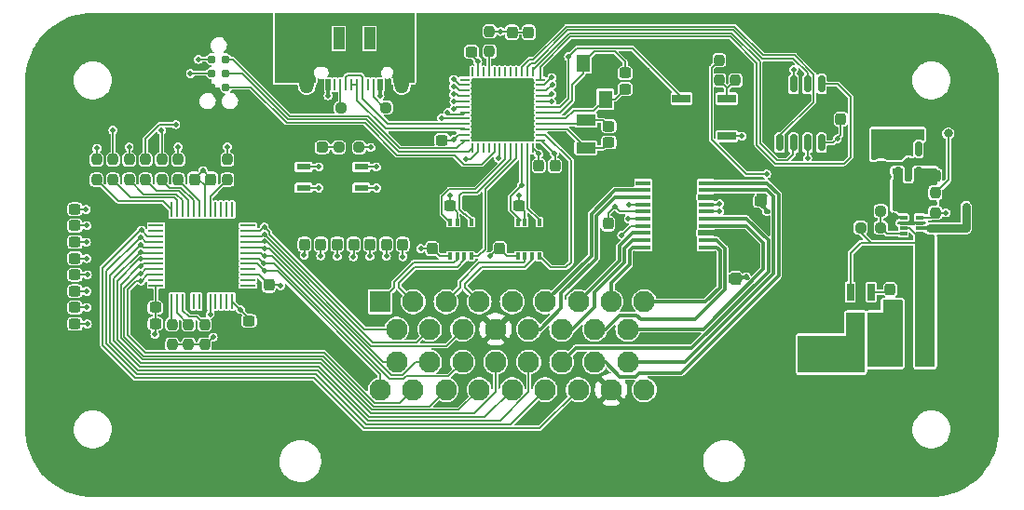
<source format=gtl>
G04 #@! TF.GenerationSoftware,KiCad,Pcbnew,(7.0.0)*
G04 #@! TF.CreationDate,2023-09-28T17:21:20-04:00*
G04 #@! TF.ProjectId,Brytec_InputModuleRev2,42727974-6563-45f4-996e-7075744d6f64,rev?*
G04 #@! TF.SameCoordinates,Original*
G04 #@! TF.FileFunction,Copper,L1,Top*
G04 #@! TF.FilePolarity,Positive*
%FSLAX46Y46*%
G04 Gerber Fmt 4.6, Leading zero omitted, Abs format (unit mm)*
G04 Created by KiCad (PCBNEW (7.0.0)) date 2023-09-28 17:21:20*
%MOMM*%
%LPD*%
G01*
G04 APERTURE LIST*
G04 Aperture macros list*
%AMRoundRect*
0 Rectangle with rounded corners*
0 $1 Rounding radius*
0 $2 $3 $4 $5 $6 $7 $8 $9 X,Y pos of 4 corners*
0 Add a 4 corners polygon primitive as box body*
4,1,4,$2,$3,$4,$5,$6,$7,$8,$9,$2,$3,0*
0 Add four circle primitives for the rounded corners*
1,1,$1+$1,$2,$3*
1,1,$1+$1,$4,$5*
1,1,$1+$1,$6,$7*
1,1,$1+$1,$8,$9*
0 Add four rect primitives between the rounded corners*
20,1,$1+$1,$2,$3,$4,$5,0*
20,1,$1+$1,$4,$5,$6,$7,0*
20,1,$1+$1,$6,$7,$8,$9,0*
20,1,$1+$1,$8,$9,$2,$3,0*%
G04 Aperture macros list end*
G04 #@! TA.AperFunction,SMDPad,CuDef*
%ADD10RoundRect,0.237500X0.237500X-0.300000X0.237500X0.300000X-0.237500X0.300000X-0.237500X-0.300000X0*%
G04 #@! TD*
G04 #@! TA.AperFunction,SMDPad,CuDef*
%ADD11R,1.800000X1.000000*%
G04 #@! TD*
G04 #@! TA.AperFunction,SMDPad,CuDef*
%ADD12RoundRect,0.237500X-0.250000X-0.237500X0.250000X-0.237500X0.250000X0.237500X-0.250000X0.237500X0*%
G04 #@! TD*
G04 #@! TA.AperFunction,SMDPad,CuDef*
%ADD13RoundRect,0.237500X0.300000X0.237500X-0.300000X0.237500X-0.300000X-0.237500X0.300000X-0.237500X0*%
G04 #@! TD*
G04 #@! TA.AperFunction,SMDPad,CuDef*
%ADD14RoundRect,0.250000X-0.475000X0.337500X-0.475000X-0.337500X0.475000X-0.337500X0.475000X0.337500X0*%
G04 #@! TD*
G04 #@! TA.AperFunction,SMDPad,CuDef*
%ADD15R,1.300000X0.600000*%
G04 #@! TD*
G04 #@! TA.AperFunction,SMDPad,CuDef*
%ADD16RoundRect,0.237500X0.250000X0.237500X-0.250000X0.237500X-0.250000X-0.237500X0.250000X-0.237500X0*%
G04 #@! TD*
G04 #@! TA.AperFunction,SMDPad,CuDef*
%ADD17RoundRect,0.237500X0.237500X-0.250000X0.237500X0.250000X-0.237500X0.250000X-0.237500X-0.250000X0*%
G04 #@! TD*
G04 #@! TA.AperFunction,SMDPad,CuDef*
%ADD18R,0.350000X0.650000*%
G04 #@! TD*
G04 #@! TA.AperFunction,SMDPad,CuDef*
%ADD19R,2.400000X1.550000*%
G04 #@! TD*
G04 #@! TA.AperFunction,SMDPad,CuDef*
%ADD20RoundRect,0.150000X0.150000X-0.512500X0.150000X0.512500X-0.150000X0.512500X-0.150000X-0.512500X0*%
G04 #@! TD*
G04 #@! TA.AperFunction,SMDPad,CuDef*
%ADD21R,1.300000X1.600000*%
G04 #@! TD*
G04 #@! TA.AperFunction,SMDPad,CuDef*
%ADD22R,1.700000X0.800000*%
G04 #@! TD*
G04 #@! TA.AperFunction,SMDPad,CuDef*
%ADD23RoundRect,0.237500X-0.300000X-0.237500X0.300000X-0.237500X0.300000X0.237500X-0.300000X0.237500X0*%
G04 #@! TD*
G04 #@! TA.AperFunction,ComponentPad*
%ADD24R,1.950000X1.950000*%
G04 #@! TD*
G04 #@! TA.AperFunction,ComponentPad*
%ADD25C,1.950000*%
G04 #@! TD*
G04 #@! TA.AperFunction,SMDPad,CuDef*
%ADD26RoundRect,0.150000X-0.150000X0.625000X-0.150000X-0.625000X0.150000X-0.625000X0.150000X0.625000X0*%
G04 #@! TD*
G04 #@! TA.AperFunction,SMDPad,CuDef*
%ADD27RoundRect,0.012800X-0.317200X-0.147200X0.317200X-0.147200X0.317200X0.147200X-0.317200X0.147200X0*%
G04 #@! TD*
G04 #@! TA.AperFunction,SMDPad,CuDef*
%ADD28RoundRect,0.237500X-0.237500X0.250000X-0.237500X-0.250000X0.237500X-0.250000X0.237500X0.250000X0*%
G04 #@! TD*
G04 #@! TA.AperFunction,SMDPad,CuDef*
%ADD29R,1.000000X2.000000*%
G04 #@! TD*
G04 #@! TA.AperFunction,SMDPad,CuDef*
%ADD30R,0.520000X1.000000*%
G04 #@! TD*
G04 #@! TA.AperFunction,SMDPad,CuDef*
%ADD31R,0.270000X1.000000*%
G04 #@! TD*
G04 #@! TA.AperFunction,ComponentPad*
%ADD32O,1.300000X2.300000*%
G04 #@! TD*
G04 #@! TA.AperFunction,ComponentPad*
%ADD33O,1.300000X2.600000*%
G04 #@! TD*
G04 #@! TA.AperFunction,SMDPad,CuDef*
%ADD34R,1.320000X0.450000*%
G04 #@! TD*
G04 #@! TA.AperFunction,SMDPad,CuDef*
%ADD35R,2.770000X6.400000*%
G04 #@! TD*
G04 #@! TA.AperFunction,SMDPad,CuDef*
%ADD36R,0.650000X1.560000*%
G04 #@! TD*
G04 #@! TA.AperFunction,SMDPad,CuDef*
%ADD37R,0.279400X1.346200*%
G04 #@! TD*
G04 #@! TA.AperFunction,SMDPad,CuDef*
%ADD38R,1.346200X0.279400*%
G04 #@! TD*
G04 #@! TA.AperFunction,SMDPad,CuDef*
%ADD39R,4.140200X4.140200*%
G04 #@! TD*
G04 #@! TA.AperFunction,ConnectorPad*
%ADD40C,0.787400*%
G04 #@! TD*
G04 #@! TA.AperFunction,SMDPad,CuDef*
%ADD41RoundRect,0.237500X-0.287500X-0.237500X0.287500X-0.237500X0.287500X0.237500X-0.287500X0.237500X0*%
G04 #@! TD*
G04 #@! TA.AperFunction,SMDPad,CuDef*
%ADD42RoundRect,0.237500X-0.237500X0.300000X-0.237500X-0.300000X0.237500X-0.300000X0.237500X0.300000X0*%
G04 #@! TD*
G04 #@! TA.AperFunction,SMDPad,CuDef*
%ADD43RoundRect,0.062500X0.375000X0.062500X-0.375000X0.062500X-0.375000X-0.062500X0.375000X-0.062500X0*%
G04 #@! TD*
G04 #@! TA.AperFunction,SMDPad,CuDef*
%ADD44RoundRect,0.062500X0.062500X0.375000X-0.062500X0.375000X-0.062500X-0.375000X0.062500X-0.375000X0*%
G04 #@! TD*
G04 #@! TA.AperFunction,ComponentPad*
%ADD45C,0.500000*%
G04 #@! TD*
G04 #@! TA.AperFunction,SMDPad,CuDef*
%ADD46R,5.600000X5.600000*%
G04 #@! TD*
G04 #@! TA.AperFunction,SMDPad,CuDef*
%ADD47R,1.200000X3.300000*%
G04 #@! TD*
G04 #@! TA.AperFunction,SMDPad,CuDef*
%ADD48RoundRect,0.250000X0.337500X0.475000X-0.337500X0.475000X-0.337500X-0.475000X0.337500X-0.475000X0*%
G04 #@! TD*
G04 #@! TA.AperFunction,ViaPad*
%ADD49C,0.508000*%
G04 #@! TD*
G04 #@! TA.AperFunction,ViaPad*
%ADD50C,0.800000*%
G04 #@! TD*
G04 #@! TA.AperFunction,ViaPad*
%ADD51C,1.270000*%
G04 #@! TD*
G04 #@! TA.AperFunction,Conductor*
%ADD52C,0.152400*%
G04 #@! TD*
G04 #@! TA.AperFunction,Conductor*
%ADD53C,0.203200*%
G04 #@! TD*
G04 #@! TA.AperFunction,Conductor*
%ADD54C,0.508000*%
G04 #@! TD*
G04 #@! TA.AperFunction,Conductor*
%ADD55C,0.200000*%
G04 #@! TD*
G04 #@! TA.AperFunction,Conductor*
%ADD56C,0.304800*%
G04 #@! TD*
G04 #@! TA.AperFunction,Conductor*
%ADD57C,0.762000*%
G04 #@! TD*
G04 APERTURE END LIST*
D10*
X119735600Y-118159700D03*
X119735600Y-116434700D03*
D11*
X133705599Y-106496799D03*
X133705599Y-108996799D03*
D12*
X158661700Y-116259000D03*
X160486700Y-116259000D03*
D10*
X147320000Y-120902900D03*
X147320000Y-119177900D03*
D13*
X94564200Y-123520200D03*
X92839200Y-123520200D03*
X87273300Y-116080707D03*
X85548300Y-116080707D03*
D14*
X156069000Y-128861300D03*
X156069000Y-130936300D03*
D15*
X113300799Y-110733799D03*
X113300799Y-112633799D03*
X115400799Y-111683799D03*
D10*
X165456800Y-111527100D03*
X165456800Y-109802100D03*
X125882400Y-118184000D03*
X125882400Y-116459000D03*
X161358600Y-123623900D03*
X161358600Y-121898900D03*
D16*
X113080800Y-108940600D03*
X111255800Y-108940600D03*
D10*
X109615920Y-117779800D03*
X109615920Y-116054800D03*
D17*
X101117400Y-111895600D03*
X101117400Y-110070600D03*
D18*
X129463999Y-115747799D03*
X128813999Y-115747799D03*
X128163999Y-115747799D03*
X127513999Y-115747799D03*
X127513999Y-118847799D03*
X128163999Y-118847799D03*
X128813999Y-118847799D03*
X129463999Y-118847799D03*
D19*
X128488999Y-117297799D03*
D13*
X104824700Y-124740500D03*
X103099700Y-124740500D03*
D20*
X162053200Y-111402100D03*
X163003200Y-111402100D03*
X163953200Y-111402100D03*
X163953200Y-109127100D03*
X162053200Y-109127100D03*
D18*
X123291599Y-115747799D03*
X122641599Y-115747799D03*
X121991599Y-115747799D03*
X121341599Y-115747799D03*
X121341599Y-118847799D03*
X121991599Y-118847799D03*
X122641599Y-118847799D03*
X123291599Y-118847799D03*
D19*
X122316599Y-117297799D03*
D10*
X114080280Y-117779800D03*
X114080280Y-116054800D03*
D13*
X87273300Y-114591476D03*
X85548300Y-114591476D03*
X137513400Y-107035600D03*
X135788400Y-107035600D03*
X87273300Y-123526862D03*
X85548300Y-123526862D03*
D10*
X130890700Y-112342100D03*
X130890700Y-110617100D03*
D21*
X135455599Y-104570799D03*
X135455599Y-101270799D03*
X133455599Y-101270799D03*
X133455599Y-104570799D03*
D22*
X142392399Y-104522799D03*
X142392399Y-107922799D03*
X146507199Y-104522799D03*
X146507199Y-107922799D03*
D17*
X97586800Y-126896500D03*
X97586800Y-125071500D03*
D23*
X118903000Y-108304600D03*
X120628000Y-108304600D03*
D17*
X89242500Y-111895600D03*
X89242500Y-110070600D03*
D15*
X108051599Y-110733799D03*
X108051599Y-112633799D03*
X110151599Y-111683799D03*
D24*
X114999999Y-122999999D03*
D25*
X118000000Y-123000000D03*
X121000000Y-123000000D03*
X124000000Y-123000000D03*
X127000000Y-123000000D03*
X130000000Y-123000000D03*
X133000000Y-123000000D03*
X136000000Y-123000000D03*
X139000000Y-123000000D03*
X116500000Y-125500000D03*
X119500000Y-125500000D03*
X122500000Y-125500000D03*
X125500000Y-125500000D03*
X128500000Y-125500000D03*
X131500000Y-125500000D03*
X134500000Y-125500000D03*
X137500000Y-125500000D03*
X116500000Y-128500000D03*
X119500000Y-128500000D03*
X122500000Y-128500000D03*
X125500000Y-128500000D03*
X128500000Y-128500000D03*
X131500000Y-128500000D03*
X134500000Y-128500000D03*
X137500000Y-128500000D03*
X115000000Y-131000000D03*
X118000000Y-131000000D03*
X121000000Y-131000000D03*
X124000000Y-131000000D03*
X127000000Y-131000000D03*
X130000000Y-131000000D03*
X133000000Y-131000000D03*
X136000000Y-131000000D03*
X139000000Y-131000000D03*
D26*
X155117800Y-103192200D03*
X153847800Y-103192200D03*
X152577800Y-103192200D03*
X151307800Y-103192200D03*
X151307800Y-108542200D03*
X152577800Y-108542200D03*
X153847800Y-108542200D03*
X155117800Y-108542200D03*
D10*
X135712200Y-117626300D03*
X135712200Y-115901300D03*
X115568400Y-117779800D03*
X115568400Y-116054800D03*
D17*
X90723400Y-111895600D03*
X90723400Y-110070600D03*
D10*
X108127800Y-117779800D03*
X108127800Y-116054800D03*
D13*
X87273300Y-119059169D03*
X85548300Y-119059169D03*
D27*
X162547600Y-115331200D03*
X162547600Y-115831200D03*
X162547600Y-116331200D03*
X162547600Y-116831200D03*
X164017600Y-116831200D03*
X164017600Y-116331200D03*
X164017600Y-115831200D03*
X164017600Y-115331200D03*
D13*
X149579500Y-113842800D03*
X147854500Y-113842800D03*
D17*
X99060000Y-126896500D03*
X99060000Y-125071500D03*
X95166100Y-111895600D03*
X95166100Y-110070600D03*
D28*
X165467000Y-113087800D03*
X165467000Y-114912800D03*
D17*
X96647000Y-111895600D03*
X96647000Y-110070600D03*
X92204300Y-111895600D03*
X92204300Y-110070600D03*
D10*
X99634121Y-111859400D03*
X99634121Y-110134400D03*
X112592160Y-117779800D03*
X112592160Y-116054800D03*
D29*
X114046199Y-99058799D03*
X111246199Y-99058799D03*
D30*
X115746199Y-103258799D03*
X114996199Y-103258799D03*
D31*
X114396199Y-103258799D03*
X112896199Y-103258799D03*
X111896199Y-103258799D03*
X110896199Y-103258799D03*
D30*
X110296199Y-103258799D03*
X109546199Y-103258799D03*
X109546199Y-103258799D03*
X110296199Y-103258799D03*
D31*
X111396199Y-103258799D03*
X112396199Y-103258799D03*
X113396199Y-103258799D03*
X113896199Y-103258799D03*
D30*
X114996199Y-103258799D03*
X115746199Y-103258799D03*
D32*
X116966199Y-102883799D03*
D33*
X116966199Y-99058799D03*
D32*
X108326199Y-102883799D03*
D33*
X108326199Y-99058799D03*
D17*
X96113600Y-126896500D03*
X96113600Y-125071500D03*
D10*
X104902000Y-123215400D03*
X104902000Y-121490400D03*
D13*
X87273300Y-125016093D03*
X85548300Y-125016093D03*
X87273300Y-122037631D03*
X85548300Y-122037631D03*
X138986600Y-102184200D03*
X137261600Y-102184200D03*
D10*
X128498600Y-100200900D03*
X128498600Y-98475900D03*
D13*
X87273300Y-120548400D03*
X85548300Y-120548400D03*
D34*
X138902399Y-111537799D03*
X138902399Y-112187799D03*
X138902399Y-112837799D03*
X138902399Y-113487799D03*
X138902399Y-114137799D03*
X138902399Y-114787799D03*
X138902399Y-115437799D03*
X138902399Y-116087799D03*
X138902399Y-116737799D03*
X138902399Y-117387799D03*
X138902399Y-118037799D03*
X138902399Y-118687799D03*
X144612399Y-118687799D03*
X144612399Y-118037799D03*
X144612399Y-117387799D03*
X144612399Y-116737799D03*
X144612399Y-116087799D03*
X144612399Y-115437799D03*
X144612399Y-114787799D03*
X144612399Y-114137799D03*
X144612399Y-113487799D03*
X144612399Y-112837799D03*
X144612399Y-112187799D03*
X144612399Y-111537799D03*
D35*
X141757399Y-115112799D03*
D10*
X156865400Y-106385200D03*
X156865400Y-104660200D03*
D12*
X115521100Y-105333800D03*
X117346100Y-105333800D03*
D13*
X138986600Y-103657400D03*
X137261600Y-103657400D03*
D10*
X126993000Y-100200900D03*
X126993000Y-98475900D03*
X111104040Y-117779800D03*
X111104040Y-116054800D03*
D36*
X159619999Y-122118799D03*
X158669999Y-122118799D03*
X157719999Y-122118799D03*
X157719999Y-124818799D03*
X158669999Y-124818799D03*
X159619999Y-124818799D03*
D23*
X121393700Y-114281700D03*
X123118700Y-114281700D03*
D16*
X160486700Y-114760400D03*
X158661700Y-114760400D03*
D28*
X145821400Y-101017700D03*
X145821400Y-102842700D03*
D10*
X129417500Y-112342100D03*
X129417500Y-110617100D03*
D16*
X111453300Y-105384600D03*
X109628300Y-105384600D03*
D28*
X124947100Y-98400500D03*
X124947100Y-100225500D03*
D17*
X93685200Y-111895600D03*
X93685200Y-110070600D03*
D28*
X106197400Y-102465500D03*
X106197400Y-104290500D03*
D13*
X94564200Y-124993400D03*
X92839200Y-124993400D03*
X87273300Y-117569938D03*
X85548300Y-117569938D03*
D37*
X96055306Y-122974099D03*
X96555432Y-122974099D03*
X97055558Y-122974099D03*
X97555684Y-122974099D03*
X98055810Y-122974099D03*
X98555936Y-122974099D03*
X99056062Y-122974099D03*
X99556188Y-122974099D03*
X100056314Y-122974099D03*
X100556440Y-122974099D03*
X101056566Y-122974099D03*
X101556692Y-122974099D03*
D38*
X102984299Y-121546492D03*
X102984299Y-121046366D03*
X102984299Y-120546240D03*
X102984299Y-120046114D03*
X102984299Y-119545988D03*
X102984299Y-119045862D03*
X102984299Y-118545736D03*
X102984299Y-118045610D03*
X102984299Y-117545484D03*
X102984299Y-117045358D03*
X102984299Y-116545232D03*
X102984299Y-116045106D03*
D37*
X101556692Y-114617499D03*
X101056566Y-114617499D03*
X100556440Y-114617499D03*
X100056314Y-114617499D03*
X99556188Y-114617499D03*
X99056062Y-114617499D03*
X98555936Y-114617499D03*
X98055810Y-114617499D03*
X97555684Y-114617499D03*
X97055558Y-114617499D03*
X96555432Y-114617499D03*
X96055306Y-114617499D03*
D38*
X94627699Y-116045106D03*
X94627699Y-116545232D03*
X94627699Y-117045358D03*
X94627699Y-117545484D03*
X94627699Y-118045610D03*
X94627699Y-118545736D03*
X94627699Y-119045862D03*
X94627699Y-119545988D03*
X94627699Y-120046114D03*
X94627699Y-120546240D03*
X94627699Y-121046366D03*
X94627699Y-121546492D03*
D39*
X98805999Y-118795799D03*
D10*
X117056520Y-117779800D03*
X117056520Y-116054800D03*
X98127693Y-111859400D03*
X98127693Y-110134400D03*
D40*
X99695000Y-100939600D03*
X100965000Y-100939600D03*
X99695000Y-102209600D03*
X100965000Y-102209600D03*
X99695000Y-103479600D03*
X100965000Y-103479600D03*
D41*
X107979100Y-108940600D03*
X109729100Y-108940600D03*
D42*
X160529200Y-109002100D03*
X160529200Y-110727100D03*
D23*
X121570000Y-100252800D03*
X123295000Y-100252800D03*
D43*
X129566400Y-108294500D03*
X129566400Y-107794500D03*
X129566400Y-107294500D03*
X129566400Y-106794500D03*
X129566400Y-106294500D03*
X129566400Y-105794500D03*
X129566400Y-105294500D03*
X129566400Y-104794500D03*
X129566400Y-104294500D03*
X129566400Y-103794500D03*
X129566400Y-103294500D03*
X129566400Y-102794500D03*
D44*
X128878900Y-102107000D03*
X128378900Y-102107000D03*
X127878900Y-102107000D03*
X127378900Y-102107000D03*
X126878900Y-102107000D03*
X126378900Y-102107000D03*
X125878900Y-102107000D03*
X125378900Y-102107000D03*
X124878900Y-102107000D03*
X124378900Y-102107000D03*
X123878900Y-102107000D03*
X123378900Y-102107000D03*
D43*
X122691400Y-102794500D03*
X122691400Y-103294500D03*
X122691400Y-103794500D03*
X122691400Y-104294500D03*
X122691400Y-104794500D03*
X122691400Y-105294500D03*
X122691400Y-105794500D03*
X122691400Y-106294500D03*
X122691400Y-106794500D03*
X122691400Y-107294500D03*
X122691400Y-107794500D03*
X122691400Y-108294500D03*
D44*
X123378900Y-108982000D03*
X123878900Y-108982000D03*
X124378900Y-108982000D03*
X124878900Y-108982000D03*
X125378900Y-108982000D03*
X125878900Y-108982000D03*
X126378900Y-108982000D03*
X126878900Y-108982000D03*
X127378900Y-108982000D03*
X127878900Y-108982000D03*
X128378900Y-108982000D03*
X128878900Y-108982000D03*
D45*
X128678900Y-108094500D03*
X128678900Y-106819500D03*
X128678900Y-105544500D03*
X128678900Y-104269500D03*
X128678900Y-102994500D03*
X127403900Y-108094500D03*
X127403900Y-106819500D03*
X127403900Y-105544500D03*
X127403900Y-104269500D03*
X127403900Y-102994500D03*
X126128900Y-108094500D03*
X126128900Y-106819500D03*
X126128900Y-105544500D03*
D46*
X126128899Y-105544499D03*
D45*
X126128900Y-104269500D03*
X126128900Y-102994500D03*
X124853900Y-108094500D03*
X124853900Y-106819500D03*
X124853900Y-105544500D03*
X124853900Y-104269500D03*
X124853900Y-102994500D03*
X123578900Y-108094500D03*
X123578900Y-106819500D03*
X123578900Y-105544500D03*
X123578900Y-104269500D03*
X123578900Y-102994500D03*
D14*
X154100400Y-128861300D03*
X154100400Y-130936300D03*
D17*
X147294600Y-102842700D03*
X147294600Y-101017700D03*
D23*
X127636100Y-114274600D03*
X129361100Y-114274600D03*
D13*
X137513400Y-108508800D03*
X135788400Y-108508800D03*
D47*
X161478599Y-126723799D03*
X164578599Y-126723799D03*
D48*
X164586100Y-120043600D03*
X162511100Y-120043600D03*
D49*
X142748000Y-119888000D03*
X140716000Y-111252000D03*
X139192000Y-105156000D03*
X141732000Y-110236000D03*
X148336000Y-101600000D03*
X130810000Y-119380000D03*
X97028000Y-103632000D03*
X114300000Y-114300000D03*
D50*
X161047400Y-111636200D03*
D49*
X96012000Y-119126000D03*
X148285200Y-120726200D03*
D50*
X156323000Y-122278800D03*
D49*
X110490000Y-114300000D03*
X141732000Y-111252000D03*
D50*
X161631600Y-115319200D03*
D49*
X96012000Y-119888000D03*
X140716000Y-119888000D03*
X99060000Y-116078000D03*
X150139400Y-114782600D03*
X155448000Y-105664000D03*
X119380000Y-97536000D03*
X101346000Y-119126000D03*
X83820000Y-123444000D03*
X99822000Y-116078000D03*
X119380000Y-98552000D03*
D50*
X160133000Y-120500800D03*
D49*
X97536000Y-116078000D03*
D50*
X163003200Y-110264600D03*
D49*
X96774000Y-116078000D03*
X150368000Y-105156000D03*
X119380000Y-114300000D03*
X108839000Y-111633000D03*
X83820000Y-115316000D03*
X115570000Y-114300000D03*
X123952000Y-115570000D03*
D50*
X158863000Y-119230800D03*
D49*
X100584000Y-116078000D03*
X140716000Y-110236000D03*
X139192000Y-106172000D03*
X101346000Y-116840000D03*
X151384000Y-105156000D03*
X140716000Y-118872000D03*
X139192000Y-108204000D03*
X130810000Y-115570000D03*
X135636000Y-103124000D03*
X130810000Y-118110000D03*
X93472000Y-125984000D03*
X101346000Y-118364000D03*
X141732000Y-118872000D03*
D50*
X155053000Y-122278800D03*
D49*
X136652000Y-133096000D03*
X83820000Y-118364000D03*
X101346000Y-119888000D03*
D50*
X155053000Y-123548800D03*
D49*
X118110000Y-114300000D03*
X139192000Y-107188000D03*
X83820000Y-120396000D03*
X107188000Y-123444000D03*
X123952000Y-118110000D03*
X119380000Y-100584000D03*
X114046000Y-111633000D03*
X83820000Y-121412000D03*
X142748000Y-118872000D03*
X137668000Y-133096000D03*
X142748000Y-111252000D03*
D50*
X158863000Y-120500800D03*
D49*
X113284000Y-111633000D03*
X99822000Y-121412000D03*
X96012000Y-117602000D03*
X142748000Y-110236000D03*
X155448000Y-106680000D03*
X96012000Y-116840000D03*
X135712200Y-118872000D03*
X101346000Y-116078000D03*
D50*
X156323000Y-123548800D03*
D49*
X155448000Y-104648000D03*
X108204000Y-105156000D03*
X100584000Y-121412000D03*
X107188000Y-105156000D03*
D50*
X160514000Y-130914800D03*
D49*
X98298000Y-116078000D03*
X98552000Y-103632000D03*
X109220000Y-114300000D03*
X107950000Y-114300000D03*
X103936800Y-123215400D03*
X83820000Y-122428000D03*
X111760000Y-114300000D03*
X123952000Y-116840000D03*
X134620000Y-103124000D03*
X116840000Y-114300000D03*
X101346000Y-117602000D03*
X83820000Y-124460000D03*
X101346000Y-121412000D03*
X101346000Y-120650000D03*
X98298000Y-121412000D03*
X113030000Y-114300000D03*
X152400000Y-105156000D03*
X106883200Y-108940600D03*
X135636000Y-133096000D03*
X130810000Y-114300000D03*
D50*
X156323000Y-124818800D03*
D49*
X141732000Y-119888000D03*
X83820000Y-125476000D03*
D50*
X155053000Y-124818800D03*
D49*
X96012000Y-118364000D03*
X123952000Y-114300000D03*
X96774000Y-121412000D03*
X119380000Y-99568000D03*
X133604000Y-133096000D03*
X108077000Y-111633000D03*
X99060000Y-121412000D03*
X130810000Y-116840000D03*
X96012000Y-116078000D03*
X83820000Y-114300000D03*
X83820000Y-116332000D03*
D50*
X160133000Y-119230800D03*
D49*
X96012000Y-121412000D03*
D50*
X165467000Y-108791400D03*
X157974000Y-130914800D03*
D49*
X93644507Y-122770900D03*
X97536000Y-121412000D03*
X98856800Y-109459100D03*
X133604000Y-103124000D03*
X83820000Y-117348000D03*
X96012000Y-120650000D03*
X130048000Y-98552000D03*
D50*
X159244000Y-130914800D03*
D49*
X83820000Y-119380000D03*
D50*
X161784000Y-130914800D03*
D49*
X107188000Y-124968000D03*
X134620000Y-133096000D03*
X117779800Y-108560100D03*
X129387600Y-109550200D03*
X118694200Y-118160800D03*
X136315614Y-114319920D03*
D50*
X161149000Y-107800800D03*
D49*
X121666000Y-108254800D03*
X130835400Y-109499400D03*
D50*
X160133000Y-107800800D03*
X166635400Y-107696000D03*
D49*
X147878800Y-107924600D03*
D50*
X162165000Y-107800800D03*
X163181000Y-107800800D03*
D49*
X156540200Y-108178600D03*
X124968000Y-118872000D03*
X125958600Y-98399600D03*
X98501200Y-100939600D03*
X123875800Y-101142800D03*
X127635000Y-113334800D03*
X102295897Y-123713303D03*
D50*
X163308000Y-114277800D03*
D49*
X98907600Y-111059300D03*
X121386600Y-113334800D03*
X99822000Y-126212600D03*
D50*
X164197000Y-114277800D03*
X162419000Y-114277800D03*
D49*
X99556189Y-124129800D03*
X104470200Y-120218200D03*
X117068600Y-118897400D03*
X115570000Y-118872000D03*
X104436316Y-119502522D03*
X104473150Y-118843650D03*
X114071400Y-118872000D03*
X104481016Y-118173016D03*
X112572800Y-118897400D03*
X104469539Y-117513214D03*
X111099600Y-118872000D03*
X104470302Y-116853312D03*
X109601000Y-118821200D03*
X104470166Y-116193410D03*
X108102400Y-118770400D03*
X88290400Y-114604800D03*
X93303377Y-116487295D03*
X93268800Y-117146291D03*
X88341200Y-116052600D03*
X88315800Y-117576600D03*
X93268800Y-117806194D03*
X88341200Y-119075200D03*
X93268800Y-118466097D03*
X88392000Y-120548400D03*
X93268800Y-119126000D03*
X93268800Y-119785903D03*
X88341200Y-122047000D03*
X93268800Y-120445806D03*
X88366600Y-123520200D03*
X93268800Y-121105709D03*
X88392000Y-125018800D03*
X147828000Y-114808000D03*
X148590000Y-119634000D03*
X148590000Y-118618000D03*
X148590000Y-117602000D03*
X146812000Y-113538000D03*
X146558000Y-116840000D03*
D51*
X157847000Y-127104800D03*
D49*
X147574000Y-117602000D03*
X148844000Y-114808000D03*
X147574000Y-116840000D03*
X146812000Y-114300000D03*
D51*
X155815000Y-127104800D03*
D49*
X105943400Y-121539000D03*
X149606000Y-115570000D03*
X94538800Y-125958600D03*
D51*
X153783000Y-127104800D03*
D49*
X114681000Y-112649000D03*
X114655600Y-110744000D03*
X109423200Y-112649000D03*
X109423200Y-110718600D03*
X97764600Y-102235000D03*
X132120103Y-100699097D03*
X114985800Y-104267000D03*
X168249600Y-115392200D03*
X168249600Y-114350800D03*
X168249600Y-116332000D03*
X110286800Y-104241600D03*
X122809000Y-110032800D03*
X114147600Y-108966000D03*
X121717300Y-104794689D03*
X89255600Y-109042200D03*
X121666000Y-102768400D03*
X145862000Y-114065000D03*
X90723400Y-107391200D03*
X121717300Y-105454592D03*
X92202000Y-108915200D03*
X96427094Y-106882700D03*
X137607000Y-114141200D03*
X121670468Y-104136452D03*
X95121247Y-107414347D03*
X121655303Y-103439497D03*
X137566400Y-115443000D03*
X121140567Y-105775294D03*
X96647000Y-108915200D03*
X120599200Y-106299000D03*
X101117400Y-108889800D03*
X130606800Y-104114600D03*
X166420800Y-114909600D03*
X150114000Y-111379000D03*
X127878900Y-112408400D03*
X130606800Y-102590600D03*
X152577800Y-101879400D03*
X153847800Y-109931200D03*
X130636536Y-103255336D03*
X136953944Y-116938744D03*
X130581400Y-104812400D03*
X145862000Y-114776200D03*
X125730000Y-109931200D03*
D52*
X92839200Y-124993400D02*
X92839200Y-123520200D01*
D53*
X160529200Y-111118000D02*
X161047400Y-111636200D01*
D52*
X149579500Y-114222700D02*
X150139400Y-114782600D01*
X118903000Y-108304600D02*
X118035300Y-108304600D01*
X135712200Y-117626300D02*
X135712200Y-118872000D01*
D53*
X165456800Y-108801600D02*
X165467000Y-108791400D01*
X160529200Y-110727100D02*
X160529200Y-111118000D01*
D54*
X163003200Y-111402100D02*
X163003200Y-110264600D01*
D52*
X99634121Y-110134400D02*
X98127693Y-110134400D01*
X149579500Y-113842800D02*
X149579500Y-114222700D01*
X104824700Y-123292700D02*
X104902000Y-123215400D01*
X98127693Y-110134400D02*
X98181500Y-110134400D01*
X104824700Y-124740500D02*
X104824700Y-123292700D01*
X104902000Y-123215400D02*
X103936800Y-123215400D01*
X92895207Y-123520200D02*
X93644507Y-122770900D01*
X107979100Y-108940600D02*
X106883200Y-108940600D01*
X98181500Y-110134400D02*
X98856800Y-109459100D01*
D53*
X165456800Y-109802100D02*
X165456800Y-108801600D01*
D52*
X147320000Y-120902900D02*
X148108500Y-120902900D01*
X118035300Y-108304600D02*
X117779800Y-108560100D01*
X148108500Y-120902900D02*
X148285200Y-120726200D01*
D53*
X161643600Y-115331200D02*
X161631600Y-115319200D01*
X162547600Y-115331200D02*
X161643600Y-115331200D01*
D52*
X128270000Y-108096800D02*
X128272800Y-108094000D01*
X128772800Y-108094000D02*
X128795000Y-108094000D01*
X132577000Y-105599400D02*
X134427000Y-105599400D01*
X135455600Y-104570800D02*
X136348200Y-104570800D01*
X136348200Y-104570800D02*
X137261600Y-103657400D01*
X132577000Y-105599400D02*
X131881900Y-106294500D01*
X131881900Y-106294500D02*
X129566400Y-106294500D01*
X134427000Y-105599400D02*
X135455600Y-104570800D01*
X133455600Y-101270800D02*
X134484200Y-100242200D01*
X136334200Y-100242200D02*
X137261600Y-101169600D01*
X133455600Y-102254478D02*
X132435600Y-103274478D01*
X132435600Y-104673400D02*
X131314500Y-105794500D01*
X133455600Y-101270800D02*
X133455600Y-102254478D01*
X131314500Y-105794500D02*
X129566400Y-105794500D01*
X134484200Y-100242200D02*
X136334200Y-100242200D01*
X137261600Y-101169600D02*
X137261600Y-102184200D01*
X132435600Y-103274478D02*
X132435600Y-104673400D01*
X132003300Y-107294500D02*
X129566400Y-107294500D01*
X133705600Y-108996800D02*
X132003300Y-107294500D01*
X133705600Y-108996800D02*
X135300400Y-108996800D01*
X135300400Y-108996800D02*
X135788400Y-108508800D01*
X133407900Y-106794500D02*
X129566400Y-106794500D01*
X135249600Y-106496800D02*
X135788400Y-107035600D01*
X133705600Y-106496800D02*
X135249600Y-106496800D01*
X133705600Y-106496800D02*
X133407900Y-106794500D01*
X136315614Y-114319920D02*
X135712200Y-114923334D01*
X126916700Y-98399600D02*
X126993000Y-98475900D01*
X146507200Y-107922800D02*
X147877000Y-107922800D01*
X123878900Y-102107000D02*
X123878900Y-101145900D01*
X128878900Y-109041500D02*
X129387600Y-109550200D01*
X120423700Y-118847800D02*
X119735600Y-118159700D01*
X119735600Y-118159700D02*
X118695300Y-118159700D01*
X123878900Y-101145900D02*
X123875800Y-101142800D01*
X122126300Y-107794500D02*
X121666000Y-108254800D01*
X125656000Y-118184000D02*
X125882400Y-118184000D01*
X125957700Y-98400500D02*
X125958600Y-98399600D01*
X155117800Y-108542200D02*
X156176600Y-108542200D01*
X130890700Y-110617100D02*
X130890700Y-109554700D01*
X125958600Y-98399600D02*
X126916700Y-98399600D01*
X123295000Y-100252800D02*
X123295000Y-100562000D01*
D53*
X166635400Y-107696000D02*
X166635400Y-111919400D01*
D52*
X124947100Y-98400500D02*
X125957700Y-98400500D01*
D53*
X166635400Y-111919400D02*
X165467000Y-113087800D01*
D52*
X156176600Y-108542200D02*
X156540200Y-108178600D01*
X129630500Y-108294500D02*
X130835400Y-109499400D01*
X123295000Y-100562000D02*
X123875800Y-101142800D01*
X127514000Y-118847800D02*
X126546200Y-118847800D01*
X129417500Y-110617100D02*
X129417500Y-109580100D01*
X99695000Y-100939600D02*
X98501200Y-100939600D01*
X130890700Y-109554700D02*
X130835400Y-109499400D01*
X126546200Y-118847800D02*
X125882400Y-118184000D01*
X135712200Y-114923334D02*
X135712200Y-115901300D01*
X126993000Y-98475900D02*
X128498600Y-98475900D01*
X136315614Y-114319920D02*
X136783494Y-114787800D01*
X129417500Y-109580100D02*
X129387600Y-109550200D01*
X156865400Y-107853400D02*
X156540200Y-108178600D01*
X121616200Y-108304600D02*
X121666000Y-108254800D01*
X121341600Y-118847800D02*
X120423700Y-118847800D01*
X129566400Y-108294500D02*
X129630500Y-108294500D01*
X156865400Y-106385200D02*
X156865400Y-107853400D01*
X124968000Y-118872000D02*
X125656000Y-118184000D01*
X136783494Y-114787800D02*
X138902400Y-114787800D01*
X147877000Y-107922800D02*
X147878800Y-107924600D01*
X120628000Y-108304600D02*
X121616200Y-108304600D01*
X118695300Y-118159700D02*
X118694200Y-118160800D01*
X128878900Y-108982000D02*
X128878900Y-109041500D01*
X122691400Y-107794500D02*
X122126300Y-107794500D01*
X97586800Y-126896500D02*
X99060000Y-126896500D01*
X99556189Y-124129800D02*
X99556189Y-122974100D01*
X128164000Y-114802500D02*
X127636100Y-114274600D01*
X99056063Y-112401563D02*
X98513900Y-111859400D01*
X99138100Y-126896500D02*
X99822000Y-126212600D01*
X99060000Y-126896500D02*
X99138100Y-126896500D01*
X127636100Y-114274600D02*
X127636100Y-113335900D01*
X121393700Y-114281700D02*
X121393700Y-113341900D01*
X99056063Y-112437458D02*
X99634121Y-111859400D01*
X99634121Y-111859400D02*
X99634121Y-111785821D01*
X96113600Y-126896500D02*
X97586800Y-126896500D01*
X103099700Y-124740500D02*
X103099700Y-124517106D01*
X103099700Y-124517106D02*
X102295897Y-123713303D01*
X121991600Y-115747800D02*
X121991600Y-114879600D01*
X99634121Y-111785821D02*
X98907600Y-111059300D01*
X99056063Y-112437458D02*
X99056063Y-114617500D01*
X127636100Y-113335900D02*
X127635000Y-113334800D01*
X98513900Y-111859400D02*
X98127693Y-111859400D01*
X128164000Y-115747800D02*
X128164000Y-114802500D01*
X98127693Y-111839207D02*
X98907600Y-111059300D01*
X99056063Y-112437458D02*
X99056063Y-112401563D01*
X101556693Y-122974100D02*
X102295897Y-123713303D01*
X98127693Y-111859400D02*
X98127693Y-111839207D01*
X121393700Y-113341900D02*
X121386600Y-113334800D01*
X121991600Y-114879600D02*
X121393700Y-114281700D01*
X115000000Y-129564252D02*
X105653948Y-120218200D01*
X103797989Y-119545989D02*
X102984300Y-119545989D01*
X117056520Y-118885320D02*
X117068600Y-118897400D01*
X117056520Y-117779800D02*
X117056520Y-118885320D01*
X115000000Y-131000000D02*
X115000000Y-129564252D01*
X104470200Y-120218200D02*
X103797989Y-119545989D01*
X105653948Y-120218200D02*
X104470200Y-120218200D01*
X115875200Y-130008400D02*
X105369322Y-119502522D01*
X103979657Y-119045863D02*
X102984300Y-119045863D01*
X115568400Y-117779800D02*
X115568400Y-118870400D01*
X117132852Y-130008400D02*
X115875200Y-130008400D01*
X121203600Y-129796400D02*
X117344852Y-129796400D01*
X105369322Y-119502522D02*
X104436316Y-119502522D01*
X122500000Y-128500000D02*
X121203600Y-129796400D01*
X104436316Y-119502522D02*
X103979657Y-119045863D01*
X115568400Y-118870400D02*
X115570000Y-118872000D01*
X117344852Y-129796400D02*
X117132852Y-130008400D01*
X114080280Y-118863120D02*
X114071400Y-118872000D01*
X105141502Y-118843650D02*
X104473150Y-118843650D01*
X119500000Y-128500000D02*
X118210200Y-128500000D01*
X114080280Y-117779800D02*
X114080280Y-118863120D01*
X104473150Y-118843650D02*
X104175237Y-118545737D01*
X116001452Y-129703600D02*
X105141502Y-118843650D01*
X118210200Y-128500000D02*
X117006600Y-129703600D01*
X117006600Y-129703600D02*
X116001452Y-129703600D01*
X104175237Y-118545737D02*
X102984300Y-118545737D01*
X104481016Y-118173016D02*
X104353611Y-118045611D01*
X112592160Y-117779800D02*
X112592160Y-118878040D01*
X116500000Y-128500000D02*
X115228904Y-128500000D01*
X115228904Y-128500000D02*
X104901920Y-118173016D01*
X104353611Y-118045611D02*
X102984300Y-118045611D01*
X104901920Y-118173016D02*
X104481016Y-118173016D01*
X112592160Y-118878040D02*
X112572800Y-118897400D01*
X122500000Y-125500000D02*
X120991600Y-127008400D01*
X104437268Y-117545485D02*
X102984300Y-117545485D01*
X104469539Y-117513214D02*
X104437268Y-117545485D01*
X114168356Y-127008400D02*
X104673170Y-117513214D01*
X120991600Y-127008400D02*
X114168356Y-127008400D01*
X111104040Y-117779800D02*
X111104040Y-118867560D01*
X111104040Y-118867560D02*
X111099600Y-118872000D01*
X104673170Y-117513214D02*
X104469539Y-117513214D01*
X104508912Y-116853312D02*
X104470302Y-116853312D01*
X119500000Y-125500000D02*
X118296400Y-126703600D01*
X114359200Y-126703600D02*
X104508912Y-116853312D01*
X104278255Y-117045359D02*
X102984300Y-117045359D01*
X109615920Y-118806280D02*
X109601000Y-118821200D01*
X118296400Y-126703600D02*
X114359200Y-126703600D01*
X109615920Y-117779800D02*
X109615920Y-118806280D01*
X104470302Y-116853312D02*
X104278255Y-117045359D01*
X108127800Y-118745000D02*
X108102400Y-118770400D01*
X104447704Y-116193410D02*
X104095881Y-116545233D01*
X104952902Y-116866250D02*
X104952902Y-116653412D01*
X104470166Y-116193410D02*
X104447704Y-116193410D01*
X104952902Y-116653412D02*
X104492900Y-116193410D01*
X104095881Y-116545233D02*
X102984300Y-116545233D01*
X113586652Y-125500000D02*
X104952902Y-116866250D01*
X108127800Y-117779800D02*
X108127800Y-118745000D01*
X116500000Y-125500000D02*
X113586652Y-125500000D01*
X104492900Y-116193410D02*
X104470166Y-116193410D01*
D55*
X129515000Y-134485000D02*
X113597197Y-134485000D01*
D52*
X87273300Y-114591476D02*
X88277076Y-114591476D01*
D55*
X90862799Y-128034401D02*
X90862796Y-128034401D01*
X92731698Y-129903300D02*
X90862799Y-128034401D01*
X90862796Y-128034401D02*
X89797000Y-126968605D01*
X89797000Y-119901933D02*
X93211638Y-116487295D01*
D52*
X94627700Y-117045359D02*
X93861441Y-117045359D01*
D55*
X133000000Y-131000000D02*
X129515000Y-134485000D01*
D52*
X88277076Y-114591476D02*
X88290400Y-114604800D01*
D55*
X109015498Y-129903300D02*
X92731698Y-129903300D01*
X89797000Y-126968605D02*
X89797000Y-119901933D01*
D52*
X93861441Y-117045359D02*
X93303377Y-116487295D01*
D55*
X113597197Y-134485000D02*
X109015498Y-129903300D01*
X93211638Y-116487295D02*
X93303377Y-116487295D01*
D52*
X93291397Y-117146291D02*
X93268800Y-117146291D01*
D55*
X92877666Y-129550900D02*
X90149400Y-126822634D01*
X93212545Y-117146291D02*
X93268800Y-117146291D01*
D52*
X87273300Y-116080707D02*
X88313093Y-116080707D01*
D55*
X130000000Y-131000000D02*
X126867400Y-134132600D01*
X90149400Y-126822634D02*
X90149400Y-120209436D01*
X109161466Y-129550900D02*
X92877666Y-129550900D01*
X126867400Y-134132600D02*
X113743165Y-134132600D01*
D52*
X94627700Y-117545485D02*
X93690591Y-117545485D01*
X93690591Y-117545485D02*
X93291397Y-117146291D01*
X88313093Y-116080707D02*
X88341200Y-116052600D01*
D55*
X90149400Y-120209436D02*
X93212545Y-117146291D01*
X113743165Y-134132600D02*
X109161466Y-129550900D01*
D52*
X94627700Y-118045611D02*
X93508217Y-118045611D01*
X125898148Y-133804000D02*
X113879276Y-133804000D01*
X87273300Y-117569938D02*
X88309138Y-117569938D01*
X90478000Y-126686524D02*
X90478000Y-120574397D01*
X128500000Y-131202148D02*
X125898148Y-133804000D01*
X93508217Y-118045611D02*
X93268800Y-117806194D01*
X90478000Y-120574397D02*
X93246203Y-117806194D01*
X113879276Y-133804000D02*
X109297576Y-129222300D01*
X109297576Y-129222300D02*
X93013776Y-129222300D01*
X88309138Y-117569938D02*
X88315800Y-117576600D01*
X93013776Y-129222300D02*
X90478000Y-126686524D01*
X128500000Y-128500000D02*
X128500000Y-131202148D01*
X93246203Y-117806194D02*
X93268800Y-117806194D01*
D55*
X90806600Y-126550414D02*
X90806600Y-120872042D01*
D52*
X87273300Y-119059169D02*
X88325169Y-119059169D01*
D55*
X109433686Y-128893700D02*
X93149886Y-128893700D01*
D52*
X88325169Y-119059169D02*
X88341200Y-119075200D01*
D55*
X90806600Y-120872042D02*
X93212545Y-118466097D01*
D52*
X94627700Y-118545737D02*
X93348440Y-118545737D01*
D55*
X127000000Y-131000000D02*
X124524600Y-133475400D01*
X124524600Y-133475400D02*
X114015386Y-133475400D01*
D52*
X93348440Y-118545737D02*
X93268800Y-118466097D01*
D55*
X93212545Y-118466097D02*
X93268800Y-118466097D01*
X114015386Y-133475400D02*
X109433686Y-128893700D01*
X93149886Y-128893700D02*
X90806600Y-126550414D01*
D52*
X91135200Y-126414304D02*
X91135200Y-121107200D01*
X94627700Y-119045863D02*
X93348937Y-119045863D01*
X109569796Y-128565100D02*
X93285996Y-128565100D01*
X91135200Y-121107200D02*
X93116400Y-119126000D01*
X93116400Y-119126000D02*
X93268800Y-119126000D01*
X125500000Y-131202148D02*
X123555348Y-133146800D01*
X93348937Y-119045863D02*
X93268800Y-119126000D01*
X93285996Y-128565100D02*
X91135200Y-126414304D01*
X114151496Y-133146800D02*
X109569796Y-128565100D01*
X125500000Y-128500000D02*
X125500000Y-131202148D01*
X87273300Y-120548400D02*
X88392000Y-120548400D01*
X123555348Y-133146800D02*
X114151496Y-133146800D01*
X91440000Y-126288052D02*
X91440000Y-121437400D01*
X109696048Y-128260300D02*
X93412248Y-128260300D01*
X87273300Y-122037631D02*
X88331831Y-122037631D01*
X114277748Y-132842000D02*
X109696048Y-128260300D01*
X88331831Y-122037631D02*
X88341200Y-122047000D01*
X93091497Y-119785903D02*
X93268800Y-119785903D01*
X93508714Y-119545989D02*
X93268800Y-119785903D01*
X122158000Y-132842000D02*
X114277748Y-132842000D01*
X124000000Y-131000000D02*
X122158000Y-132842000D01*
X91440000Y-121437400D02*
X93091497Y-119785903D01*
X94627700Y-119545989D02*
X93508714Y-119545989D01*
X93412248Y-128260300D02*
X91440000Y-126288052D01*
X93538500Y-127955500D02*
X91744800Y-126161800D01*
X93691088Y-120046115D02*
X93291397Y-120445806D01*
X93291397Y-120445806D02*
X93268800Y-120445806D01*
X93084670Y-120445806D02*
X93268800Y-120445806D01*
X119462800Y-132537200D02*
X114404000Y-132537200D01*
X91744800Y-126161800D02*
X91744800Y-121785676D01*
X94627700Y-120046115D02*
X93691088Y-120046115D01*
X121000000Y-131000000D02*
X119462800Y-132537200D01*
X88359938Y-123526862D02*
X88366600Y-123520200D01*
X91744800Y-121785676D02*
X93084670Y-120445806D01*
X109822300Y-127955500D02*
X93538500Y-127955500D01*
X114404000Y-132537200D02*
X109822300Y-127955500D01*
X87273300Y-123526862D02*
X88359938Y-123526862D01*
X109948552Y-127650700D02*
X93682828Y-127650700D01*
X114530252Y-132232400D02*
X109948552Y-127650700D01*
X94627700Y-120546241D02*
X93850865Y-120546241D01*
X92049600Y-126017472D02*
X92049600Y-121911928D01*
X93291397Y-121105709D02*
X93268800Y-121105709D01*
X88389293Y-125016093D02*
X88392000Y-125018800D01*
X92049600Y-121911928D02*
X92855819Y-121105709D01*
X118000000Y-131000000D02*
X116767600Y-132232400D01*
X92855819Y-121105709D02*
X93268800Y-121105709D01*
X87273300Y-125016093D02*
X88389293Y-125016093D01*
X93682828Y-127650700D02*
X92049600Y-126017472D01*
X116767600Y-132232400D02*
X114530252Y-132232400D01*
X93850865Y-120546241D02*
X93291397Y-121105709D01*
X94564200Y-125933200D02*
X94538800Y-125958600D01*
X105894800Y-121490400D02*
X105943400Y-121539000D01*
X94564200Y-124993400D02*
X94564200Y-125933200D01*
X94627700Y-121546493D02*
X94627700Y-123456700D01*
X94627700Y-123456700D02*
X94564200Y-123520200D01*
X102984300Y-120546241D02*
X103957841Y-120546241D01*
X104902000Y-121490400D02*
X105894800Y-121490400D01*
X94564200Y-124993400D02*
X94564200Y-123520200D01*
X103957841Y-120546241D02*
X104902000Y-121490400D01*
D53*
X161138700Y-122118800D02*
X161358600Y-121898900D01*
X159620000Y-122118800D02*
X161138700Y-122118800D01*
X159599600Y-117630600D02*
X164501800Y-117630600D01*
X158661700Y-116692700D02*
X159599600Y-117630600D01*
X163104046Y-116331200D02*
X163604046Y-116831200D01*
X158659800Y-117630600D02*
X159599600Y-117630600D01*
X157720000Y-122118800D02*
X157720000Y-118570400D01*
X157720000Y-118570400D02*
X158659800Y-117630600D01*
X162547600Y-116331200D02*
X163104046Y-116331200D01*
X163604046Y-116831200D02*
X164017600Y-116831200D01*
X158661700Y-116259000D02*
X158661700Y-116692700D01*
D52*
X111255800Y-108940600D02*
X109729100Y-108940600D01*
D55*
X122274999Y-121170601D02*
X124020400Y-119425200D01*
X114681000Y-112649000D02*
X113316000Y-112649000D01*
X122274999Y-121725001D02*
X122274999Y-121170601D01*
X128079401Y-119425200D02*
X128164000Y-119340601D01*
X121000000Y-123000000D02*
X122274999Y-121725001D01*
X124020400Y-119425200D02*
X128079401Y-119425200D01*
X113316000Y-112649000D02*
X113300800Y-112633800D01*
X128164000Y-119340601D02*
X128164000Y-118847800D01*
X124000000Y-123000000D02*
X122725001Y-121725001D01*
X122725001Y-121725001D02*
X122725001Y-121356999D01*
X113311000Y-110744000D02*
X113300800Y-110733800D01*
X122725001Y-121356999D02*
X124206819Y-119875181D01*
X128127788Y-119875181D02*
X128814000Y-119188969D01*
X124206819Y-119875181D02*
X128127788Y-119875181D01*
X114655600Y-110744000D02*
X113311000Y-110744000D01*
X128814000Y-119188969D02*
X128814000Y-118847800D01*
X109423200Y-112649000D02*
X108066800Y-112649000D01*
X121991600Y-119202600D02*
X121991600Y-118847800D01*
X115000000Y-123000000D02*
X116274999Y-121725001D01*
X118030600Y-119459400D02*
X121734800Y-119459400D01*
X121734800Y-119459400D02*
X121991600Y-119202600D01*
X108066800Y-112649000D02*
X108051600Y-112633800D01*
X116274999Y-121215001D02*
X118030600Y-119459400D01*
X116274999Y-121725001D02*
X116274999Y-121215001D01*
X116725001Y-121263367D02*
X118176568Y-119811800D01*
X108066800Y-110718600D02*
X108051600Y-110733800D01*
X122018769Y-119811800D02*
X122641600Y-119188969D01*
X122641600Y-119188969D02*
X122641600Y-118847800D01*
X118000000Y-123000000D02*
X116725001Y-121725001D01*
X109423200Y-110718600D02*
X108066800Y-110718600D01*
X118176568Y-119811800D02*
X122018769Y-119811800D01*
X116725001Y-121725001D02*
X116725001Y-121263367D01*
D52*
X124878900Y-100293700D02*
X124947100Y-100225500D01*
X124878900Y-102107000D02*
X124878900Y-100293700D01*
X113872690Y-106095800D02*
X106756200Y-106095800D01*
X106756200Y-106095800D02*
X101600000Y-100939600D01*
X121943700Y-109042200D02*
X116819090Y-109042200D01*
X116819090Y-109042200D02*
X113872690Y-106095800D01*
X122691400Y-108294500D02*
X121943700Y-109042200D01*
X101600000Y-100939600D02*
X100965000Y-100939600D01*
X132881800Y-99937400D02*
X137936465Y-99937400D01*
X97790000Y-102209600D02*
X99695000Y-102209600D01*
X132130800Y-100709794D02*
X132130800Y-104547148D01*
X132120103Y-100699097D02*
X132130800Y-100709794D01*
X132120103Y-100699097D02*
X132881800Y-99937400D01*
X131383448Y-105294500D02*
X129566400Y-105294500D01*
X132130800Y-104547148D02*
X131383448Y-105294500D01*
X142392400Y-104393335D02*
X142392400Y-104522800D01*
X97764600Y-102235000D02*
X97790000Y-102209600D01*
X137936465Y-99937400D02*
X142392400Y-104393335D01*
X123013900Y-109347000D02*
X116692838Y-109347000D01*
X106629948Y-106400600D02*
X102438948Y-102209600D01*
X102438948Y-102209600D02*
X100965000Y-102209600D01*
X113746438Y-106400600D02*
X106629948Y-106400600D01*
X116692838Y-109347000D02*
X113746438Y-106400600D01*
X123378900Y-108982000D02*
X123013900Y-109347000D01*
X124194678Y-110515400D02*
X122609100Y-110515400D01*
X125378900Y-108982000D02*
X125378900Y-109331178D01*
X121745500Y-109651800D02*
X116566586Y-109651800D01*
X125378900Y-109331178D02*
X124194678Y-110515400D01*
X113620186Y-106705400D02*
X106503696Y-106705400D01*
X122609100Y-110515400D02*
X121745500Y-109651800D01*
X106503696Y-106705400D02*
X103277896Y-103479600D01*
X103277896Y-103479600D02*
X100965000Y-103479600D01*
X116566586Y-109651800D02*
X113620186Y-106705400D01*
D56*
X110296200Y-104232200D02*
X110286800Y-104241600D01*
X114996200Y-103258800D02*
X114996200Y-104256600D01*
X114996200Y-104256600D02*
X114985800Y-104267000D01*
X164017600Y-116331200D02*
X164929600Y-116331200D01*
D57*
X168249600Y-116332000D02*
X168249600Y-115392200D01*
X168249600Y-115392200D02*
X168249600Y-114350800D01*
X168249600Y-116332000D02*
X164930400Y-116332000D01*
D56*
X110296200Y-103258800D02*
X110296200Y-104232200D01*
D52*
X115370100Y-105333800D02*
X115521100Y-105333800D01*
X114396200Y-104359900D02*
X115370100Y-105333800D01*
X114396200Y-103258800D02*
X114396200Y-104359900D01*
D55*
X112896200Y-103258800D02*
X112396200Y-103258800D01*
X115511101Y-107269501D02*
X122666401Y-107269501D01*
X112921200Y-104033801D02*
X112921200Y-104679600D01*
X112921200Y-104679600D02*
X115511101Y-107269501D01*
X122666401Y-107269501D02*
X122691400Y-107294500D01*
X112896200Y-104008801D02*
X112921200Y-104033801D01*
X112896200Y-103258800D02*
X112896200Y-104008801D01*
X111896200Y-103258800D02*
X111896200Y-102558800D01*
X113371200Y-104033801D02*
X113371200Y-104493200D01*
X113396200Y-102558800D02*
X113396200Y-103258800D01*
X112042200Y-102412800D02*
X113250200Y-102412800D01*
X115697499Y-106819499D02*
X122666401Y-106819499D01*
X111896200Y-102558800D02*
X112042200Y-102412800D01*
X122666401Y-106819499D02*
X122691400Y-106794500D01*
X113250200Y-102412800D02*
X113396200Y-102558800D01*
X113396200Y-103258800D02*
X113396200Y-104008801D01*
X113371200Y-104493200D02*
X115697499Y-106819499D01*
X113396200Y-104008801D02*
X113371200Y-104033801D01*
D52*
X111396200Y-105327500D02*
X111453300Y-105384600D01*
X111396200Y-103258800D02*
X111396200Y-105327500D01*
D56*
X151206200Y-120624600D02*
X142367000Y-129463800D01*
X136803044Y-129818044D02*
X135485000Y-128500000D01*
X144612400Y-112187800D02*
X150146978Y-112187800D01*
X138202756Y-129818044D02*
X136803044Y-129818044D01*
X151206200Y-113247022D02*
X151206200Y-120624600D01*
X142367000Y-129463800D02*
X138557000Y-129463800D01*
X138557000Y-129463800D02*
X138202756Y-129818044D01*
X135485000Y-128500000D02*
X134500000Y-128500000D01*
X150146978Y-112187800D02*
X151206200Y-113247022D01*
X144612400Y-118037800D02*
X145577200Y-118037800D01*
X145577200Y-118037800D02*
X145872200Y-118332800D01*
X144578422Y-123000000D02*
X139000000Y-123000000D01*
X145872200Y-118332800D02*
X145872200Y-121706222D01*
X145872200Y-121706222D02*
X144578422Y-123000000D01*
X136000000Y-121293156D02*
X136000000Y-123000000D01*
X138902400Y-118037800D02*
X137937600Y-118037800D01*
X137668000Y-118307400D02*
X137667998Y-119625158D01*
X137937600Y-118037800D02*
X137668000Y-118307400D01*
X137667998Y-119625158D02*
X136000000Y-121293156D01*
X138902400Y-112837800D02*
X136361600Y-112837800D01*
X134188200Y-115011200D02*
X134188200Y-118811800D01*
X134188200Y-118811800D02*
X130000000Y-123000000D01*
X136361600Y-112837800D02*
X134188200Y-115011200D01*
X134493000Y-122153578D02*
X134493000Y-123469400D01*
X137941022Y-117387800D02*
X137210800Y-118118022D01*
X138902400Y-117387800D02*
X137941022Y-117387800D01*
X132462400Y-125500000D02*
X131500000Y-125500000D01*
X137210800Y-118118022D02*
X137210799Y-119435779D01*
X134493000Y-123469400D02*
X132462400Y-125500000D01*
X137210799Y-119435779D02*
X134493000Y-122153578D01*
X134645400Y-119049800D02*
X131445000Y-122250200D01*
X131445000Y-122250200D02*
X131445000Y-123596400D01*
X131445000Y-123596400D02*
X129541400Y-125500000D01*
X138902400Y-113487800D02*
X136358178Y-113487800D01*
X134645400Y-115200578D02*
X134645400Y-119049800D01*
X136358178Y-113487800D02*
X134645400Y-115200578D01*
X129541400Y-125500000D02*
X128500000Y-125500000D01*
X150749000Y-120435222D02*
X142684222Y-128500000D01*
X150749000Y-113436400D02*
X150749000Y-120435222D01*
X150150400Y-112837800D02*
X150749000Y-113436400D01*
X142684222Y-128500000D02*
X137500000Y-128500000D01*
X144612400Y-112837800D02*
X150150400Y-112837800D01*
X137944444Y-116737800D02*
X136753600Y-117928644D01*
X136753600Y-117928644D02*
X136753600Y-119246400D01*
X136753600Y-119246400D02*
X133000000Y-123000000D01*
X138902400Y-116737800D02*
X137944444Y-116737800D01*
X146329400Y-118140000D02*
X146329400Y-121895600D01*
X136764800Y-124220200D02*
X135485000Y-125500000D01*
X144612400Y-117387800D02*
X145577200Y-117387800D01*
X138291800Y-124220200D02*
X136764800Y-124220200D01*
X145577200Y-117387800D02*
X146329400Y-118140000D01*
X146329400Y-121895600D02*
X143612600Y-124612400D01*
X138684000Y-124612400D02*
X138291800Y-124220200D01*
X143612600Y-124612400D02*
X138684000Y-124612400D01*
X135485000Y-125500000D02*
X134500000Y-125500000D01*
X144612400Y-116087800D02*
X148308822Y-116087800D01*
X149834600Y-120056466D02*
X144391066Y-125500000D01*
X149834600Y-117613578D02*
X149834600Y-120056466D01*
X148308822Y-116087800D02*
X149834600Y-117613578D01*
X144391066Y-125500000D02*
X137500000Y-125500000D01*
X132779800Y-127220200D02*
X131500000Y-128500000D01*
X143317444Y-127220200D02*
X132779800Y-127220200D01*
X148305400Y-115437800D02*
X150291800Y-117424200D01*
X144612400Y-115437800D02*
X148305400Y-115437800D01*
X150291800Y-117424200D02*
X150291800Y-120245844D01*
X150291800Y-120245844D02*
X143317444Y-127220200D01*
D52*
X123878900Y-108982000D02*
X123878900Y-109331178D01*
X123177278Y-110032800D02*
X122809000Y-110032800D01*
X114122200Y-108940600D02*
X114147600Y-108966000D01*
X123878900Y-109331178D02*
X123177278Y-110032800D01*
X113080800Y-108940600D02*
X114122200Y-108940600D01*
X146507200Y-104522800D02*
X146507200Y-103528500D01*
X146608800Y-103528500D02*
X147294600Y-102842700D01*
X146507200Y-103528500D02*
X145821400Y-102842700D01*
X146507200Y-103528500D02*
X146608800Y-103528500D01*
X96055307Y-125013207D02*
X96113600Y-125071500D01*
X96055307Y-122974100D02*
X96055307Y-125013207D01*
X96555433Y-124040133D02*
X97586800Y-125071500D01*
X96555433Y-122974100D02*
X96555433Y-124040133D01*
X97055559Y-122974100D02*
X97055559Y-123799600D01*
X97055559Y-123799600D02*
X97611359Y-124355400D01*
X97611359Y-124355400D02*
X98343900Y-124355400D01*
X98343900Y-124355400D02*
X99060000Y-125071500D01*
X95268707Y-113830900D02*
X91177800Y-113830900D01*
X91177800Y-113830900D02*
X89242500Y-111895600D01*
X96055307Y-114617500D02*
X95268707Y-113830900D01*
X122691400Y-104794500D02*
X121717489Y-104794500D01*
X89255600Y-109042200D02*
X89255600Y-110057500D01*
X121717489Y-104794500D02*
X121717300Y-104794689D01*
X89255600Y-110057500D02*
X89242500Y-110070600D01*
X96555433Y-114617500D02*
X96555433Y-113792000D01*
X92353900Y-113526100D02*
X90723400Y-111895600D01*
X96555433Y-113792000D02*
X96289533Y-113526100D01*
X96289533Y-113526100D02*
X92353900Y-113526100D01*
X144612400Y-114137800D02*
X145789200Y-114137800D01*
X90723400Y-107391200D02*
X90723400Y-110070600D01*
X122192100Y-103294500D02*
X122691400Y-103294500D01*
X121666000Y-102768400D02*
X122192100Y-103294500D01*
X145789200Y-114137800D02*
X145862000Y-114065000D01*
X93530000Y-113221300D02*
X92204300Y-111895600D01*
X97055559Y-113792000D02*
X96484859Y-113221300D01*
X96484859Y-113221300D02*
X93530000Y-113221300D01*
X97055559Y-114617500D02*
X97055559Y-113792000D01*
X92202000Y-110068300D02*
X92204300Y-110070600D01*
X122691400Y-105294500D02*
X121877392Y-105294500D01*
X121877392Y-105294500D02*
X121717300Y-105454592D01*
X92202000Y-108915200D02*
X92202000Y-110068300D01*
X96680185Y-112916500D02*
X94706100Y-112916500D01*
X94706100Y-112916500D02*
X93685200Y-111895600D01*
X97555685Y-114617500D02*
X97555685Y-113792000D01*
X97555685Y-113792000D02*
X96680185Y-112916500D01*
X138902400Y-114137800D02*
X137610400Y-114137800D01*
X121670468Y-104136452D02*
X121967252Y-104136452D01*
X122125300Y-104294500D02*
X122691400Y-104294500D01*
X137610400Y-114137800D02*
X137607000Y-114141200D01*
X121967252Y-104136452D02*
X122125300Y-104294500D01*
X96427094Y-106882700D02*
X94971100Y-106882700D01*
X94971100Y-106882700D02*
X93685200Y-108168600D01*
X93685200Y-108168600D02*
X93685200Y-110070600D01*
X96875511Y-112611700D02*
X95882200Y-112611700D01*
X98055811Y-114617500D02*
X98055811Y-113792000D01*
X95882200Y-112611700D02*
X95166100Y-111895600D01*
X98055811Y-113792000D02*
X96875511Y-112611700D01*
X95166100Y-107459200D02*
X95166100Y-110070600D01*
X122209500Y-103794500D02*
X122691400Y-103794500D01*
X121854497Y-103439497D02*
X122209500Y-103794500D01*
X137571600Y-115437800D02*
X138902400Y-115437800D01*
X95121247Y-107414347D02*
X95166100Y-107459200D01*
X137566400Y-115443000D02*
X137571600Y-115437800D01*
X121655303Y-103439497D02*
X121854497Y-103439497D01*
X98555937Y-113804537D02*
X96647000Y-111895600D01*
X98555937Y-114617500D02*
X98555937Y-113804537D01*
X96647000Y-108915200D02*
X96647000Y-110070600D01*
X121302465Y-105937192D02*
X121140567Y-105775294D01*
X122691400Y-105794500D02*
X122548708Y-105937192D01*
X122548708Y-105937192D02*
X121302465Y-105937192D01*
X99556189Y-113456811D02*
X101117400Y-111895600D01*
X99556189Y-114617500D02*
X99556189Y-113456811D01*
X122691400Y-106294500D02*
X120603700Y-106294500D01*
X101117400Y-108889800D02*
X101117400Y-110070600D01*
X120603700Y-106294500D02*
X120599200Y-106299000D01*
D53*
X160486700Y-116259000D02*
X160486700Y-114760400D01*
X162547600Y-116831200D02*
X161058900Y-116831200D01*
X161058900Y-116831200D02*
X160486700Y-116259000D01*
X165048600Y-115331200D02*
X164017600Y-115331200D01*
D52*
X130426900Y-104294500D02*
X129566400Y-104294500D01*
X165467000Y-114912800D02*
X166417600Y-114912800D01*
D53*
X165467000Y-114912800D02*
X165048600Y-115331200D01*
X166417600Y-114912800D02*
X166420800Y-114909600D01*
D52*
X130606800Y-104114600D02*
X130426900Y-104294500D01*
X127666235Y-115501400D02*
X126870000Y-114705165D01*
X150114000Y-111379000D02*
X148256200Y-111379000D01*
X145117800Y-101721300D02*
X145821400Y-101017700D01*
X148256200Y-111379000D02*
X145117800Y-108240600D01*
X126870000Y-114705165D02*
X126870000Y-113417300D01*
X145117800Y-108240600D02*
X145117800Y-101721300D01*
X127760400Y-115501400D02*
X127666235Y-115501400D01*
X126870000Y-113417300D02*
X127878900Y-112408400D01*
X127878900Y-112408400D02*
X127878900Y-108982000D01*
X127514000Y-115747800D02*
X127760400Y-115501400D01*
X149225000Y-101268304D02*
X149225000Y-108736652D01*
X129566400Y-102794500D02*
X129566400Y-101622921D01*
X149225000Y-108736652D02*
X150927548Y-110439200D01*
X129566400Y-101622921D02*
X132307121Y-98882200D01*
X132307121Y-98882200D02*
X146838896Y-98882200D01*
X150927548Y-110439200D02*
X157149800Y-110439200D01*
X157759400Y-104357535D02*
X156594065Y-103192200D01*
X157759400Y-109829600D02*
X157759400Y-104357535D01*
X157149800Y-110439200D02*
X157759400Y-109829600D01*
X146838896Y-98882200D02*
X149225000Y-101268304D01*
X156594065Y-103192200D02*
X155117800Y-103192200D01*
X151053800Y-110134400D02*
X152019000Y-110134400D01*
X152552400Y-108567600D02*
X152577800Y-108542200D01*
X152019000Y-110134400D02*
X152552400Y-109601000D01*
X128878900Y-102107000D02*
X128878900Y-101879369D01*
X128878900Y-101879369D02*
X132180869Y-98577400D01*
X152552400Y-109601000D02*
X152552400Y-108567600D01*
X146965148Y-98577400D02*
X149529800Y-101142052D01*
X149529800Y-108610400D02*
X151053800Y-110134400D01*
X132180869Y-98577400D02*
X146965148Y-98577400D01*
X149529800Y-101142052D02*
X149529800Y-108610400D01*
X152553148Y-100888800D02*
X153847800Y-102183452D01*
X149707600Y-100888800D02*
X152553148Y-100888800D01*
X147091400Y-98272600D02*
X149707600Y-100888800D01*
X153847800Y-102183452D02*
X153847800Y-103192200D01*
X128378900Y-102107000D02*
X128378900Y-101618100D01*
X128378900Y-101618100D02*
X128725200Y-101271800D01*
X129055417Y-101271800D02*
X132054617Y-98272600D01*
X128725200Y-101271800D02*
X129055417Y-101271800D01*
X132054617Y-98272600D02*
X147091400Y-98272600D01*
X127878900Y-102107000D02*
X127878900Y-101637500D01*
X151282400Y-107950000D02*
X151282400Y-108527179D01*
X131928365Y-97967800D02*
X147217652Y-97967800D01*
X154406600Y-102311200D02*
X154406600Y-104825800D01*
X149833852Y-100584000D02*
X152679400Y-100584000D01*
X154406600Y-104825800D02*
X151282400Y-107950000D01*
X152679400Y-100584000D02*
X154406600Y-102311200D01*
X128929165Y-100967000D02*
X131928365Y-97967800D01*
X128549400Y-100967000D02*
X128929165Y-100967000D01*
X127878900Y-101637500D02*
X128549400Y-100967000D01*
X147217652Y-97967800D02*
X149833852Y-100584000D01*
X120627600Y-115033800D02*
X120627600Y-113411300D01*
X123673348Y-112776000D02*
X126378900Y-110070448D01*
X121262900Y-112776000D02*
X123673348Y-112776000D01*
X121341600Y-115747800D02*
X120627600Y-115033800D01*
X126378900Y-110070448D02*
X126378900Y-108982000D01*
X120627600Y-113411300D02*
X121262900Y-112776000D01*
X126878900Y-110001500D02*
X126878900Y-108982000D01*
X122224800Y-113334800D02*
X122478800Y-113080800D01*
X123291600Y-115747800D02*
X123291600Y-115544600D01*
X122732300Y-114985300D02*
X122625635Y-114985300D01*
X122625635Y-114985300D02*
X122224800Y-114584465D01*
X122478800Y-113080800D02*
X123799600Y-113080800D01*
X123799600Y-113080800D02*
X126878900Y-110001500D01*
X122224800Y-114584465D02*
X122224800Y-113334800D01*
X123291600Y-115544600D02*
X122732300Y-114985300D01*
X129464000Y-115747800D02*
X129464000Y-115574165D01*
X128402200Y-114512365D02*
X128402200Y-109005300D01*
X129464000Y-115574165D02*
X128402200Y-114512365D01*
X128402200Y-109005300D02*
X128378900Y-108982000D01*
X130606800Y-102603278D02*
X129915578Y-103294500D01*
X130606800Y-102590600D02*
X130606800Y-102603278D01*
X129915578Y-103294500D02*
X129566400Y-103294500D01*
X152577800Y-103192200D02*
X152577800Y-101879400D01*
X153847800Y-108542200D02*
X153847800Y-109931200D01*
X130097372Y-103794500D02*
X129566400Y-103794500D01*
X130636536Y-103255336D02*
X130097372Y-103794500D01*
X130504200Y-119888000D02*
X131876800Y-119888000D01*
X132359400Y-119405400D02*
X132359400Y-110134400D01*
X131876800Y-119888000D02*
X132359400Y-119405400D01*
X130019500Y-107794500D02*
X129566400Y-107794500D01*
X129464000Y-118847800D02*
X130504200Y-119888000D01*
X132359400Y-110134400D02*
X130019500Y-107794500D01*
X124536200Y-118208300D02*
X124536200Y-112775252D01*
X127378900Y-109932552D02*
X127378900Y-108982000D01*
X123896700Y-118847800D02*
X124536200Y-118208300D01*
X123291600Y-118847800D02*
X123896700Y-118847800D01*
X124536200Y-112775252D02*
X127378900Y-109932552D01*
X136953944Y-116938744D02*
X137804888Y-116087800D01*
X129584300Y-104812400D02*
X129566400Y-104794500D01*
X130581400Y-104812400D02*
X129584300Y-104812400D01*
X137804888Y-116087800D02*
X138902400Y-116087800D01*
X125878900Y-109782300D02*
X125878900Y-108982000D01*
X145850400Y-114787800D02*
X145862000Y-114776200D01*
X144612400Y-114787800D02*
X145850400Y-114787800D01*
X125730000Y-109931200D02*
X125878900Y-109782300D01*
G04 #@! TA.AperFunction,Conductor*
G36*
X164460917Y-116697674D02*
G01*
X164496232Y-116726656D01*
X164513387Y-116749013D01*
X164518617Y-116753026D01*
X164518618Y-116753027D01*
X164573970Y-116795500D01*
X164635528Y-116842734D01*
X164777763Y-116901650D01*
X164892079Y-116916700D01*
X164895367Y-116916700D01*
X165290200Y-116916700D01*
X165340500Y-116930178D01*
X165377322Y-116967000D01*
X165390800Y-117017300D01*
X165390800Y-128833000D01*
X165377322Y-128883300D01*
X165340500Y-128920122D01*
X165290200Y-128933600D01*
X163713400Y-128933600D01*
X163663100Y-128920122D01*
X163626278Y-128883300D01*
X163612800Y-128833000D01*
X163612800Y-116795500D01*
X163626278Y-116745200D01*
X163663100Y-116708378D01*
X163713400Y-116694900D01*
X164270946Y-116694899D01*
X164356120Y-116694899D01*
X164384608Y-116689232D01*
X164404231Y-116687300D01*
X164416423Y-116687300D01*
X164460917Y-116697674D01*
G37*
G04 #@! TD.AperFunction*
G04 #@! TA.AperFunction,Conductor*
G36*
X162436500Y-110865681D02*
G01*
X162482619Y-110911800D01*
X162499500Y-110974800D01*
X162499500Y-111943605D01*
X162499500Y-111943618D01*
X162499501Y-111948168D01*
X162500157Y-111952674D01*
X162500158Y-111952681D01*
X162508106Y-112007239D01*
X162508107Y-112007243D01*
X162509517Y-112016919D01*
X162513810Y-112025702D01*
X162513812Y-112025706D01*
X162521641Y-112041720D01*
X162561361Y-112122969D01*
X162644831Y-112206439D01*
X162750881Y-112258283D01*
X162819631Y-112268300D01*
X163186768Y-112268299D01*
X163255519Y-112258283D01*
X163361569Y-112206439D01*
X163445039Y-112122969D01*
X163496883Y-112016919D01*
X163506900Y-111948169D01*
X163506899Y-110974799D01*
X163523780Y-110911800D01*
X163569899Y-110865681D01*
X163632899Y-110848800D01*
X165468000Y-110848800D01*
X165531000Y-110865681D01*
X165577119Y-110911800D01*
X165594000Y-110974800D01*
X165594000Y-112270600D01*
X165577119Y-112333600D01*
X165531000Y-112379719D01*
X165468000Y-112396600D01*
X165179289Y-112396600D01*
X165179267Y-112396600D01*
X165176354Y-112396601D01*
X165173452Y-112396872D01*
X165173431Y-112396874D01*
X165154185Y-112398679D01*
X165154183Y-112398679D01*
X165146549Y-112399395D01*
X165139313Y-112401926D01*
X165139308Y-112401928D01*
X165029928Y-112440202D01*
X165029927Y-112440202D01*
X165021012Y-112443322D01*
X165013419Y-112448925D01*
X165013413Y-112448929D01*
X164921592Y-112516696D01*
X164921588Y-112516699D01*
X164914000Y-112522300D01*
X164908399Y-112529888D01*
X164908396Y-112529892D01*
X164840629Y-112621713D01*
X164840625Y-112621719D01*
X164835022Y-112629312D01*
X164791095Y-112754849D01*
X164788300Y-112784653D01*
X164788300Y-112787605D01*
X164788300Y-112787606D01*
X164788300Y-113388010D01*
X164788300Y-113388031D01*
X164788301Y-113390946D01*
X164788573Y-113393848D01*
X164788574Y-113393868D01*
X164790379Y-113413114D01*
X164791095Y-113420751D01*
X164835022Y-113546288D01*
X164840627Y-113553883D01*
X164840629Y-113553886D01*
X164908396Y-113645707D01*
X164914000Y-113653300D01*
X165021012Y-113732278D01*
X165146549Y-113776205D01*
X165176353Y-113779000D01*
X165468001Y-113778999D01*
X165531000Y-113795880D01*
X165577119Y-113841999D01*
X165594000Y-113904999D01*
X165594000Y-114095600D01*
X165577119Y-114158600D01*
X165531000Y-114204719D01*
X165468000Y-114221600D01*
X165179289Y-114221600D01*
X165179267Y-114221600D01*
X165176354Y-114221601D01*
X165173452Y-114221872D01*
X165173431Y-114221874D01*
X165154185Y-114223679D01*
X165154183Y-114223679D01*
X165146549Y-114224395D01*
X165139313Y-114226926D01*
X165139308Y-114226928D01*
X165029928Y-114265202D01*
X165029927Y-114265202D01*
X165021012Y-114268322D01*
X165013419Y-114273925D01*
X165013413Y-114273929D01*
X164921592Y-114341696D01*
X164921588Y-114341699D01*
X164914000Y-114347300D01*
X164908399Y-114354888D01*
X164908396Y-114354892D01*
X164840629Y-114446713D01*
X164840625Y-114446719D01*
X164835022Y-114454312D01*
X164791095Y-114579849D01*
X164788300Y-114609653D01*
X164788300Y-114796897D01*
X164788301Y-114899900D01*
X164771420Y-114962900D01*
X164725301Y-115009019D01*
X164662301Y-115025900D01*
X164526097Y-115025900D01*
X164489520Y-115020474D01*
X164456094Y-115004664D01*
X164429594Y-114986957D01*
X164429591Y-114986955D01*
X164419274Y-114980062D01*
X164407098Y-114977640D01*
X164362188Y-114968706D01*
X164362179Y-114968705D01*
X164356121Y-114967500D01*
X164349934Y-114967500D01*
X163685268Y-114967500D01*
X163685257Y-114967500D01*
X163679080Y-114967501D01*
X163673014Y-114968707D01*
X163673008Y-114968708D01*
X163628098Y-114977640D01*
X163628093Y-114977642D01*
X163615926Y-114980062D01*
X163605609Y-114986955D01*
X163605608Y-114986956D01*
X163554626Y-115021021D01*
X163554623Y-115021023D01*
X163544313Y-115027913D01*
X163537423Y-115038223D01*
X163537421Y-115038226D01*
X163503355Y-115089208D01*
X163503352Y-115089213D01*
X163496462Y-115099526D01*
X163494041Y-115111694D01*
X163494041Y-115111696D01*
X163485106Y-115156611D01*
X163485105Y-115156621D01*
X163483900Y-115162679D01*
X163483900Y-115168864D01*
X163483900Y-115168865D01*
X163483900Y-115493531D01*
X163483900Y-115493540D01*
X163483901Y-115499720D01*
X163485107Y-115505786D01*
X163485108Y-115505791D01*
X163494040Y-115550701D01*
X163494041Y-115550703D01*
X163496462Y-115562874D01*
X163503356Y-115573191D01*
X163535177Y-115620815D01*
X163544313Y-115634487D01*
X163554626Y-115641378D01*
X163605608Y-115675444D01*
X163605609Y-115675444D01*
X163615926Y-115682338D01*
X163679079Y-115694900D01*
X164356120Y-115694899D01*
X164419274Y-115682338D01*
X164419442Y-115683185D01*
X164465041Y-115676166D01*
X164521760Y-115695417D01*
X164563181Y-115738683D01*
X164579944Y-115796187D01*
X164568261Y-115854933D01*
X164530771Y-115901647D01*
X164519941Y-115909957D01*
X164519936Y-115909961D01*
X164513387Y-115914987D01*
X164508364Y-115921532D01*
X164508352Y-115921545D01*
X164505295Y-115925530D01*
X164449718Y-115966746D01*
X164380757Y-115972400D01*
X164362191Y-115968707D01*
X164362187Y-115968706D01*
X164356121Y-115967500D01*
X164349934Y-115967500D01*
X163685268Y-115967500D01*
X163685257Y-115967500D01*
X163679080Y-115967501D01*
X163673014Y-115968707D01*
X163673008Y-115968708D01*
X163628098Y-115977640D01*
X163628093Y-115977642D01*
X163615926Y-115980062D01*
X163605609Y-115986955D01*
X163605608Y-115986956D01*
X163544313Y-116027913D01*
X163543987Y-116027425D01*
X163515876Y-116046209D01*
X163467658Y-116055800D01*
X163270526Y-116055800D01*
X163229645Y-116047176D01*
X163229499Y-116047076D01*
X163218136Y-116044403D01*
X163218133Y-116044402D01*
X163203080Y-116040861D01*
X163186417Y-116035701D01*
X163172004Y-116030117D01*
X163171998Y-116030116D01*
X163161116Y-116025900D01*
X163149447Y-116025900D01*
X163141851Y-116024480D01*
X163137467Y-116023972D01*
X163129751Y-116023615D01*
X163118390Y-116020943D01*
X163106833Y-116022555D01*
X163106830Y-116022555D01*
X163091515Y-116024692D01*
X163074107Y-116025900D01*
X163056097Y-116025900D01*
X163019520Y-116020474D01*
X162986094Y-116004664D01*
X162959594Y-115986957D01*
X162959591Y-115986955D01*
X162949274Y-115980062D01*
X162937098Y-115977640D01*
X162892188Y-115968706D01*
X162892179Y-115968705D01*
X162886121Y-115967500D01*
X162879934Y-115967500D01*
X162215268Y-115967500D01*
X162215257Y-115967500D01*
X162209080Y-115967501D01*
X162203014Y-115968707D01*
X162203008Y-115968708D01*
X162157690Y-115977722D01*
X162091048Y-115972915D01*
X162036234Y-115934709D01*
X162008661Y-115873849D01*
X162016083Y-115807447D01*
X162050772Y-115761627D01*
X162049774Y-115760629D01*
X162055608Y-115754794D01*
X162062164Y-115749764D01*
X162070440Y-115738977D01*
X162126021Y-115697753D01*
X162194991Y-115692098D01*
X162199822Y-115693058D01*
X162209079Y-115694900D01*
X162886120Y-115694899D01*
X162949274Y-115682338D01*
X163020887Y-115634487D01*
X163068738Y-115562874D01*
X163081300Y-115499721D01*
X163081299Y-115162680D01*
X163068738Y-115099526D01*
X163020887Y-115027913D01*
X163009754Y-115020474D01*
X162959591Y-114986955D01*
X162959588Y-114986953D01*
X162949274Y-114980062D01*
X162937098Y-114977640D01*
X162892188Y-114968706D01*
X162892179Y-114968705D01*
X162886121Y-114967500D01*
X162879934Y-114967500D01*
X162215267Y-114967500D01*
X162215256Y-114967500D01*
X162209080Y-114967501D01*
X162203013Y-114968707D01*
X162198870Y-114969116D01*
X162136403Y-114959327D01*
X162086557Y-114920426D01*
X162067189Y-114895185D01*
X162062164Y-114888636D01*
X162055613Y-114883609D01*
X161942608Y-114796897D01*
X161942606Y-114796896D01*
X161936055Y-114791869D01*
X161928428Y-114788710D01*
X161928425Y-114788708D01*
X161796826Y-114734199D01*
X161796825Y-114734198D01*
X161789197Y-114731039D01*
X161781014Y-114729961D01*
X161781008Y-114729960D01*
X161639554Y-114711338D01*
X161583729Y-114689629D01*
X161544237Y-114644596D01*
X161530000Y-114586416D01*
X161530000Y-112041720D01*
X161536687Y-112001218D01*
X161556038Y-111965016D01*
X161568965Y-111948169D01*
X161574731Y-111940655D01*
X161635561Y-111793797D01*
X161656309Y-111636200D01*
X161635561Y-111478603D01*
X161574731Y-111331746D01*
X161569702Y-111325192D01*
X161569701Y-111325190D01*
X161556037Y-111307382D01*
X161536687Y-111271180D01*
X161530000Y-111230679D01*
X161530000Y-110974800D01*
X161546881Y-110911800D01*
X161593000Y-110865681D01*
X161656000Y-110848800D01*
X162373500Y-110848800D01*
X162436500Y-110865681D01*
G37*
G04 #@! TD.AperFunction*
G04 #@! TA.AperFunction,Conductor*
G36*
X118072400Y-96733775D02*
G01*
X118099925Y-96761300D01*
X118110000Y-96798900D01*
X118110000Y-103048800D01*
X118099925Y-103086400D01*
X118072400Y-103113925D01*
X118034800Y-103124000D01*
X116234299Y-103124000D01*
X116196699Y-103113925D01*
X116169174Y-103086400D01*
X116159099Y-103048800D01*
X116159099Y-102747441D01*
X116159099Y-102747439D01*
X116159099Y-102743744D01*
X116150228Y-102699142D01*
X116116434Y-102648566D01*
X116084012Y-102626902D01*
X116058065Y-102597058D01*
X116050848Y-102558176D01*
X116064355Y-102521011D01*
X116139577Y-102414447D01*
X116190254Y-102271856D01*
X116200581Y-102120879D01*
X116169792Y-101972715D01*
X116100171Y-101838353D01*
X115996880Y-101727756D01*
X115992486Y-101725084D01*
X115992485Y-101725083D01*
X115871977Y-101651800D01*
X115871973Y-101651798D01*
X115867582Y-101649128D01*
X115784252Y-101625780D01*
X115726816Y-101609687D01*
X115726814Y-101609686D01*
X115721865Y-101608300D01*
X115608542Y-101608300D01*
X115606005Y-101608648D01*
X115606000Y-101608649D01*
X115501375Y-101623029D01*
X115501370Y-101623030D01*
X115496280Y-101623730D01*
X115491561Y-101625779D01*
X115491560Y-101625780D01*
X115362201Y-101681969D01*
X115362198Y-101681970D01*
X115357480Y-101684020D01*
X115353496Y-101687260D01*
X115353488Y-101687266D01*
X115244080Y-101776277D01*
X115244077Y-101776279D01*
X115240092Y-101779522D01*
X115237131Y-101783716D01*
X115237126Y-101783722D01*
X115155787Y-101898953D01*
X115155785Y-101898956D01*
X115152823Y-101903153D01*
X115151103Y-101907991D01*
X115151101Y-101907996D01*
X115103868Y-102040897D01*
X115103867Y-102040901D01*
X115102146Y-102045744D01*
X115101795Y-102050873D01*
X115101795Y-102050874D01*
X115093053Y-102178686D01*
X115091819Y-102196721D01*
X115092865Y-102201759D01*
X115092866Y-102201760D01*
X115121561Y-102339850D01*
X115121562Y-102339854D01*
X115122608Y-102344885D01*
X115124973Y-102349449D01*
X115189863Y-102474682D01*
X115189865Y-102474685D01*
X115192229Y-102479247D01*
X115195737Y-102483003D01*
X115198706Y-102487209D01*
X115196911Y-102488475D01*
X115211523Y-102518099D01*
X115206313Y-102560769D01*
X115178580Y-102593614D01*
X115137386Y-102605900D01*
X114724841Y-102605900D01*
X114724830Y-102605900D01*
X114721144Y-102605901D01*
X114717521Y-102606621D01*
X114717516Y-102606622D01*
X114683808Y-102613326D01*
X114683804Y-102613327D01*
X114676542Y-102614772D01*
X114670385Y-102618885D01*
X114663538Y-102621722D01*
X114662575Y-102619398D01*
X114633700Y-102628155D01*
X114604822Y-102619397D01*
X114603860Y-102621721D01*
X114597014Y-102618885D01*
X114590858Y-102614772D01*
X114583589Y-102613326D01*
X114549881Y-102606620D01*
X114549872Y-102606619D01*
X114546257Y-102605900D01*
X114542561Y-102605900D01*
X114249841Y-102605900D01*
X114249830Y-102605900D01*
X114246144Y-102605901D01*
X114242521Y-102606621D01*
X114242516Y-102606622D01*
X114208808Y-102613326D01*
X114208804Y-102613327D01*
X114201542Y-102614772D01*
X114195384Y-102618886D01*
X114195383Y-102618887D01*
X114187977Y-102623836D01*
X114146200Y-102636508D01*
X114104423Y-102623836D01*
X114097015Y-102618886D01*
X114090858Y-102614772D01*
X114083589Y-102613326D01*
X114049881Y-102606620D01*
X114049872Y-102606619D01*
X114046257Y-102605900D01*
X114042561Y-102605900D01*
X113749841Y-102605900D01*
X113749830Y-102605900D01*
X113746144Y-102605901D01*
X113742522Y-102606621D01*
X113742515Y-102606622D01*
X113740321Y-102607059D01*
X113738979Y-102606970D01*
X113738847Y-102606984D01*
X113738844Y-102606962D01*
X113701480Y-102604511D01*
X113669116Y-102582884D01*
X113651901Y-102547973D01*
X113635872Y-102467386D01*
X113635871Y-102467384D01*
X113634427Y-102460123D01*
X113606713Y-102418646D01*
X113592645Y-102397591D01*
X113592638Y-102397583D01*
X113578531Y-102376469D01*
X113563565Y-102366469D01*
X113552175Y-102357120D01*
X113451879Y-102256824D01*
X113442526Y-102245428D01*
X113436644Y-102236625D01*
X113432531Y-102230469D01*
X113411414Y-102216359D01*
X113411413Y-102216358D01*
X113411412Y-102216357D01*
X113355033Y-102178686D01*
X113355031Y-102178685D01*
X113348877Y-102174573D01*
X113341613Y-102173128D01*
X113257465Y-102156390D01*
X113250200Y-102154945D01*
X113232552Y-102158455D01*
X113217884Y-102159900D01*
X112074516Y-102159900D01*
X112059847Y-102158455D01*
X112042200Y-102154945D01*
X112034935Y-102156390D01*
X111950786Y-102173128D01*
X111950784Y-102173128D01*
X111943523Y-102174573D01*
X111937369Y-102178684D01*
X111937366Y-102178686D01*
X111880987Y-102216358D01*
X111880985Y-102216359D01*
X111866023Y-102226356D01*
X111866020Y-102226358D01*
X111859869Y-102230469D01*
X111855758Y-102236620D01*
X111855755Y-102236624D01*
X111849869Y-102245433D01*
X111840519Y-102256824D01*
X111740224Y-102357119D01*
X111728833Y-102366469D01*
X111720024Y-102372355D01*
X111720020Y-102372358D01*
X111713869Y-102376469D01*
X111709758Y-102382620D01*
X111709756Y-102382623D01*
X111699759Y-102397585D01*
X111699758Y-102397587D01*
X111662086Y-102453966D01*
X111662084Y-102453969D01*
X111657973Y-102460123D01*
X111656528Y-102467384D01*
X111656528Y-102467386D01*
X111640498Y-102547972D01*
X111623283Y-102582882D01*
X111590920Y-102604508D01*
X111553559Y-102606960D01*
X111553557Y-102606983D01*
X111553423Y-102606969D01*
X111552080Y-102607058D01*
X111550485Y-102606741D01*
X111546257Y-102605900D01*
X111542561Y-102605900D01*
X111249841Y-102605900D01*
X111249830Y-102605900D01*
X111246144Y-102605901D01*
X111242521Y-102606621D01*
X111242516Y-102606622D01*
X111208808Y-102613326D01*
X111208804Y-102613327D01*
X111201542Y-102614772D01*
X111195384Y-102618886D01*
X111195383Y-102618887D01*
X111187977Y-102623836D01*
X111146200Y-102636508D01*
X111104423Y-102623836D01*
X111097015Y-102618886D01*
X111090858Y-102614772D01*
X111083589Y-102613326D01*
X111049881Y-102606620D01*
X111049872Y-102606619D01*
X111046257Y-102605900D01*
X111042561Y-102605900D01*
X110749841Y-102605900D01*
X110749830Y-102605900D01*
X110746144Y-102605901D01*
X110742521Y-102606621D01*
X110742516Y-102606622D01*
X110708808Y-102613326D01*
X110708804Y-102613327D01*
X110701542Y-102614772D01*
X110695385Y-102618885D01*
X110688538Y-102621722D01*
X110687575Y-102619398D01*
X110658700Y-102628155D01*
X110629822Y-102619397D01*
X110628860Y-102621721D01*
X110622014Y-102618885D01*
X110615858Y-102614772D01*
X110608589Y-102613326D01*
X110574881Y-102606620D01*
X110574872Y-102606619D01*
X110571257Y-102605900D01*
X110567561Y-102605900D01*
X110274564Y-102605900D01*
X110235491Y-102594952D01*
X110207795Y-102565297D01*
X110199539Y-102525568D01*
X110213128Y-102487333D01*
X110236681Y-102453966D01*
X110264577Y-102414447D01*
X110315254Y-102271856D01*
X110325581Y-102120879D01*
X110294792Y-101972715D01*
X110225171Y-101838353D01*
X110121880Y-101727756D01*
X110117486Y-101725084D01*
X110117485Y-101725083D01*
X109996977Y-101651800D01*
X109996973Y-101651798D01*
X109992582Y-101649128D01*
X109909252Y-101625780D01*
X109851816Y-101609687D01*
X109851814Y-101609686D01*
X109846865Y-101608300D01*
X109483542Y-101608300D01*
X109481005Y-101608648D01*
X109481000Y-101608649D01*
X109376375Y-101623029D01*
X109376370Y-101623030D01*
X109371280Y-101623730D01*
X109366561Y-101625779D01*
X109366560Y-101625780D01*
X109237201Y-101681969D01*
X109237198Y-101681970D01*
X109232480Y-101684020D01*
X109228496Y-101687260D01*
X109228488Y-101687266D01*
X109119080Y-101776277D01*
X109119077Y-101776279D01*
X109115092Y-101779522D01*
X109112131Y-101783716D01*
X109112126Y-101783722D01*
X109030787Y-101898953D01*
X109030785Y-101898956D01*
X109027823Y-101903153D01*
X109026103Y-101907991D01*
X109026101Y-101907996D01*
X108978868Y-102040897D01*
X108978867Y-102040901D01*
X108977146Y-102045744D01*
X108976795Y-102050873D01*
X108976795Y-102050874D01*
X108968053Y-102178686D01*
X108966819Y-102196721D01*
X108967865Y-102201759D01*
X108967866Y-102201760D01*
X108996561Y-102339850D01*
X108996562Y-102339854D01*
X108997608Y-102344885D01*
X108999973Y-102349449D01*
X109064863Y-102474682D01*
X109064865Y-102474685D01*
X109067229Y-102479247D01*
X109103514Y-102518099D01*
X109155890Y-102574179D01*
X109175884Y-102619414D01*
X109163458Y-102667285D01*
X109146286Y-102692984D01*
X109146284Y-102692986D01*
X109142172Y-102699142D01*
X109140727Y-102706403D01*
X109140727Y-102706405D01*
X109134020Y-102740118D01*
X109134018Y-102740128D01*
X109133300Y-102743743D01*
X109133300Y-102747438D01*
X109133300Y-102747439D01*
X109133300Y-103048800D01*
X109123225Y-103086400D01*
X109095700Y-103113925D01*
X109058100Y-103124000D01*
X105485200Y-103124000D01*
X105447600Y-103113925D01*
X105420075Y-103086400D01*
X105410000Y-103048800D01*
X105410000Y-100070168D01*
X110593300Y-100070168D01*
X110593301Y-100073856D01*
X110594021Y-100077479D01*
X110594022Y-100077483D01*
X110600726Y-100111191D01*
X110600727Y-100111194D01*
X110602172Y-100118458D01*
X110635966Y-100169034D01*
X110686542Y-100202828D01*
X110731143Y-100211700D01*
X111761256Y-100211699D01*
X111805858Y-100202828D01*
X111856434Y-100169034D01*
X111890228Y-100118458D01*
X111899100Y-100073857D01*
X111899100Y-100070168D01*
X113393300Y-100070168D01*
X113393301Y-100073856D01*
X113394021Y-100077479D01*
X113394022Y-100077483D01*
X113400726Y-100111191D01*
X113400727Y-100111194D01*
X113402172Y-100118458D01*
X113435966Y-100169034D01*
X113486542Y-100202828D01*
X113531143Y-100211700D01*
X114561256Y-100211699D01*
X114605858Y-100202828D01*
X114656434Y-100169034D01*
X114690228Y-100118458D01*
X114699100Y-100073857D01*
X114699099Y-98043744D01*
X114690228Y-97999142D01*
X114656434Y-97948566D01*
X114605858Y-97914772D01*
X114598589Y-97913326D01*
X114564881Y-97906620D01*
X114564872Y-97906619D01*
X114561257Y-97905900D01*
X114557561Y-97905900D01*
X113534841Y-97905900D01*
X113534830Y-97905900D01*
X113531144Y-97905901D01*
X113527521Y-97906621D01*
X113527516Y-97906622D01*
X113493808Y-97913326D01*
X113493804Y-97913327D01*
X113486542Y-97914772D01*
X113480383Y-97918886D01*
X113480381Y-97918888D01*
X113442122Y-97944452D01*
X113442119Y-97944454D01*
X113435966Y-97948566D01*
X113431854Y-97954719D01*
X113431852Y-97954722D01*
X113406287Y-97992983D01*
X113402172Y-97999142D01*
X113400727Y-98006403D01*
X113400727Y-98006405D01*
X113394020Y-98040118D01*
X113394018Y-98040128D01*
X113393300Y-98043743D01*
X113393300Y-98047437D01*
X113393300Y-98047438D01*
X113393300Y-100070158D01*
X113393300Y-100070168D01*
X111899100Y-100070168D01*
X111899099Y-98043744D01*
X111890228Y-97999142D01*
X111856434Y-97948566D01*
X111805858Y-97914772D01*
X111798589Y-97913326D01*
X111764881Y-97906620D01*
X111764872Y-97906619D01*
X111761257Y-97905900D01*
X111757561Y-97905900D01*
X110734841Y-97905900D01*
X110734830Y-97905900D01*
X110731144Y-97905901D01*
X110727521Y-97906621D01*
X110727516Y-97906622D01*
X110693808Y-97913326D01*
X110693804Y-97913327D01*
X110686542Y-97914772D01*
X110680383Y-97918886D01*
X110680381Y-97918888D01*
X110642122Y-97944452D01*
X110642119Y-97944454D01*
X110635966Y-97948566D01*
X110631854Y-97954719D01*
X110631852Y-97954722D01*
X110606287Y-97992983D01*
X110602172Y-97999142D01*
X110600727Y-98006403D01*
X110600727Y-98006405D01*
X110594020Y-98040118D01*
X110594018Y-98040128D01*
X110593300Y-98043743D01*
X110593300Y-98047437D01*
X110593300Y-98047438D01*
X110593300Y-100070158D01*
X110593300Y-100070168D01*
X105410000Y-100070168D01*
X105410000Y-96798900D01*
X105420075Y-96761300D01*
X105447600Y-96733775D01*
X105485200Y-96723700D01*
X118034800Y-96723700D01*
X118072400Y-96733775D01*
G37*
G04 #@! TD.AperFunction*
G04 #@! TA.AperFunction,Conductor*
G36*
X162419500Y-122851078D02*
G01*
X162456322Y-122887900D01*
X162469800Y-122938200D01*
X162469800Y-128833000D01*
X162456322Y-128883300D01*
X162419500Y-128920122D01*
X162369200Y-128933600D01*
X159395400Y-128933600D01*
X159345100Y-128920122D01*
X159308278Y-128883300D01*
X159294800Y-128833000D01*
X159294800Y-124081200D01*
X159308278Y-124030900D01*
X159345100Y-123994078D01*
X159395400Y-123980600D01*
X160678556Y-123980600D01*
X160691800Y-123980600D01*
X160691800Y-122938200D01*
X160705278Y-122887900D01*
X160742100Y-122851078D01*
X160792400Y-122837600D01*
X162369200Y-122837600D01*
X162419500Y-122851078D01*
G37*
G04 #@! TD.AperFunction*
G04 #@! TA.AperFunction,Conductor*
G36*
X158990500Y-123994078D02*
G01*
X159027322Y-124030900D01*
X159040800Y-124081200D01*
X159040800Y-129341000D01*
X159027322Y-129391300D01*
X158990500Y-129428122D01*
X158940200Y-129441600D01*
X153045400Y-129441600D01*
X152995100Y-129428122D01*
X152958278Y-129391300D01*
X152944800Y-129341000D01*
X152944800Y-126189400D01*
X152958278Y-126139100D01*
X152995100Y-126102278D01*
X153045400Y-126088800D01*
X157325756Y-126088800D01*
X157339000Y-126088800D01*
X157339000Y-124081200D01*
X157352478Y-124030900D01*
X157389300Y-123994078D01*
X157439600Y-123980600D01*
X158940200Y-123980600D01*
X158990500Y-123994078D01*
G37*
G04 #@! TD.AperFunction*
G04 #@! TA.AperFunction,Conductor*
G36*
X148179993Y-116398824D02*
G01*
X148204389Y-116415126D01*
X149507274Y-117718011D01*
X149523576Y-117742407D01*
X149529300Y-117771185D01*
X149529300Y-119898858D01*
X149523576Y-119927636D01*
X149507276Y-119952029D01*
X148979446Y-120479859D01*
X148806445Y-120652860D01*
X148770825Y-120672807D01*
X148730031Y-120671204D01*
X148696087Y-120648522D01*
X148678997Y-120611449D01*
X148677009Y-120598894D01*
X148663396Y-120572178D01*
X148621180Y-120489325D01*
X148618492Y-120484049D01*
X148527351Y-120392908D01*
X148514812Y-120386519D01*
X148417779Y-120337077D01*
X148417774Y-120337075D01*
X148412506Y-120334391D01*
X148406664Y-120333465D01*
X148406659Y-120333464D01*
X148291047Y-120315154D01*
X148285200Y-120314228D01*
X148279353Y-120315154D01*
X148163740Y-120333464D01*
X148163733Y-120333466D01*
X148157894Y-120334391D01*
X148152626Y-120337074D01*
X148152620Y-120337077D01*
X148048325Y-120390219D01*
X148048321Y-120390221D01*
X148043049Y-120392908D01*
X148038861Y-120397095D01*
X148038862Y-120397095D01*
X148013960Y-120421997D01*
X147972549Y-120443096D01*
X147926645Y-120435825D01*
X147893782Y-120402961D01*
X147879967Y-120375846D01*
X147879964Y-120375842D01*
X147877277Y-120370568D01*
X147789832Y-120283123D01*
X147784556Y-120280434D01*
X147784555Y-120280434D01*
X147684917Y-120229666D01*
X147684913Y-120229664D01*
X147679644Y-120226980D01*
X147673802Y-120226054D01*
X147673797Y-120226053D01*
X147591140Y-120212962D01*
X147591137Y-120212961D01*
X147588222Y-120212500D01*
X147051778Y-120212500D01*
X147048863Y-120212961D01*
X147048859Y-120212962D01*
X146966202Y-120226053D01*
X146966195Y-120226055D01*
X146960356Y-120226980D01*
X146955088Y-120229663D01*
X146955082Y-120229666D01*
X146855444Y-120280434D01*
X146855440Y-120280436D01*
X146850168Y-120283123D01*
X146845981Y-120287309D01*
X146845978Y-120287312D01*
X146763074Y-120370217D01*
X146724571Y-120390798D01*
X146681122Y-120386519D01*
X146647373Y-120358822D01*
X146634700Y-120317043D01*
X146634700Y-118195424D01*
X146635192Y-118188333D01*
X146637010Y-118182910D01*
X146634780Y-118134681D01*
X146634700Y-118131208D01*
X146634700Y-118115182D01*
X146634700Y-118111711D01*
X146634062Y-118108301D01*
X146633741Y-118104829D01*
X146633770Y-118104826D01*
X146633154Y-118099522D01*
X146631738Y-118068891D01*
X146626517Y-118057067D01*
X146621390Y-118040511D01*
X146619015Y-118027803D01*
X146602870Y-118001729D01*
X146598019Y-117992527D01*
X146585634Y-117964475D01*
X146576495Y-117955336D01*
X146565732Y-117941748D01*
X146562595Y-117936682D01*
X146562594Y-117936681D01*
X146558927Y-117930758D01*
X146534457Y-117912279D01*
X146526601Y-117905442D01*
X145832272Y-117211113D01*
X145827605Y-117205750D01*
X145825055Y-117200629D01*
X145789367Y-117168095D01*
X145786855Y-117165696D01*
X145775538Y-117154379D01*
X145775537Y-117154378D01*
X145773076Y-117151917D01*
X145770205Y-117149950D01*
X145767533Y-117147731D01*
X145767552Y-117147707D01*
X145763364Y-117144390D01*
X145745855Y-117128428D01*
X145745852Y-117128426D01*
X145740704Y-117123733D01*
X145728642Y-117119060D01*
X145713320Y-117110983D01*
X145713119Y-117110845D01*
X145702653Y-117103676D01*
X145695868Y-117102080D01*
X145672809Y-117096656D01*
X145662864Y-117093576D01*
X145640772Y-117085018D01*
X145640767Y-117085017D01*
X145634270Y-117082500D01*
X145627301Y-117082500D01*
X145621346Y-117082500D01*
X145604129Y-117080502D01*
X145598331Y-117079138D01*
X145598324Y-117079137D01*
X145591544Y-117077543D01*
X145584646Y-117078505D01*
X145584642Y-117078505D01*
X145561178Y-117081779D01*
X145550788Y-117082500D01*
X145441674Y-117082500D01*
X145412897Y-117076776D01*
X145388501Y-117060476D01*
X145386748Y-117058723D01*
X145382634Y-117052566D01*
X145332058Y-117018772D01*
X145324794Y-117017327D01*
X145291081Y-117010620D01*
X145291072Y-117010619D01*
X145287457Y-117009900D01*
X145283761Y-117009900D01*
X145134163Y-117009900D01*
X143966199Y-117009900D01*
X143928600Y-116999826D01*
X143901075Y-116972301D01*
X143891000Y-116934701D01*
X143891000Y-116540900D01*
X143901075Y-116503300D01*
X143928600Y-116475775D01*
X143966200Y-116465700D01*
X145134093Y-116465699D01*
X145287456Y-116465699D01*
X145332058Y-116456828D01*
X145382634Y-116423034D01*
X145386748Y-116416876D01*
X145388501Y-116415124D01*
X145412897Y-116398824D01*
X145441674Y-116393100D01*
X148151215Y-116393100D01*
X148179993Y-116398824D01*
G37*
G04 #@! TD.AperFunction*
G04 #@! TA.AperFunction,Conductor*
G36*
X149009522Y-113196073D02*
G01*
X149037219Y-113229822D01*
X149041498Y-113273271D01*
X149020917Y-113311774D01*
X148963912Y-113368778D01*
X148963909Y-113368781D01*
X148959723Y-113372968D01*
X148957036Y-113378240D01*
X148957034Y-113378244D01*
X148906266Y-113477882D01*
X148906263Y-113477888D01*
X148903580Y-113483156D01*
X148902655Y-113488995D01*
X148902653Y-113489002D01*
X148891840Y-113557278D01*
X148889100Y-113574578D01*
X148889100Y-114111022D01*
X148889561Y-114113937D01*
X148889562Y-114113940D01*
X148902653Y-114196597D01*
X148902654Y-114196602D01*
X148903580Y-114202444D01*
X148906264Y-114207713D01*
X148906266Y-114207717D01*
X148956930Y-114307151D01*
X148959723Y-114312632D01*
X149047168Y-114400077D01*
X149157356Y-114456220D01*
X149248778Y-114470700D01*
X149472356Y-114470700D01*
X149501134Y-114476424D01*
X149525530Y-114492726D01*
X149712362Y-114679558D01*
X149730707Y-114709493D01*
X149733462Y-114744493D01*
X149727428Y-114782600D01*
X149728354Y-114788447D01*
X149746664Y-114904059D01*
X149746665Y-114904064D01*
X149747591Y-114909906D01*
X149750275Y-114915174D01*
X149750277Y-114915179D01*
X149802847Y-115018351D01*
X149806108Y-115024751D01*
X149897249Y-115115892D01*
X149951581Y-115143576D01*
X150006820Y-115171722D01*
X150006821Y-115171722D01*
X150012094Y-115174409D01*
X150017939Y-115175334D01*
X150017940Y-115175335D01*
X150133553Y-115193646D01*
X150139400Y-115194572D01*
X150266706Y-115174409D01*
X150301791Y-115156531D01*
X150334359Y-115139938D01*
X150384135Y-115133384D01*
X150426941Y-115159616D01*
X150443700Y-115206941D01*
X150443700Y-116962793D01*
X150431027Y-117004572D01*
X150397278Y-117032269D01*
X150353829Y-117036548D01*
X150315326Y-117015967D01*
X148560472Y-115261113D01*
X148555805Y-115255750D01*
X148553255Y-115250629D01*
X148517567Y-115218095D01*
X148515055Y-115215696D01*
X148503738Y-115204379D01*
X148503737Y-115204378D01*
X148501276Y-115201917D01*
X148498405Y-115199950D01*
X148495733Y-115197731D01*
X148495752Y-115197707D01*
X148491564Y-115194390D01*
X148474055Y-115178428D01*
X148474052Y-115178426D01*
X148468904Y-115173733D01*
X148456842Y-115169060D01*
X148441520Y-115160983D01*
X148439524Y-115159616D01*
X148430853Y-115153676D01*
X148424068Y-115152080D01*
X148401009Y-115146656D01*
X148391064Y-115143576D01*
X148368972Y-115135018D01*
X148368967Y-115135017D01*
X148362470Y-115132500D01*
X148355501Y-115132500D01*
X148349546Y-115132500D01*
X148332329Y-115130502D01*
X148326531Y-115129138D01*
X148326524Y-115129137D01*
X148319744Y-115127543D01*
X148312846Y-115128505D01*
X148312842Y-115128505D01*
X148289378Y-115131779D01*
X148278988Y-115132500D01*
X146258802Y-115132500D01*
X146219510Y-115121418D01*
X146191798Y-115091440D01*
X146183834Y-115051399D01*
X146195909Y-115018665D01*
X146195292Y-115018351D01*
X146197952Y-115013130D01*
X146253809Y-114903506D01*
X146273972Y-114776200D01*
X146253809Y-114648894D01*
X146195292Y-114534049D01*
X146135016Y-114473773D01*
X146115553Y-114440063D01*
X146115553Y-114401137D01*
X146135017Y-114367426D01*
X146144184Y-114358259D01*
X146195292Y-114307151D01*
X146253809Y-114192306D01*
X146273972Y-114065000D01*
X146253809Y-113937694D01*
X146195292Y-113822849D01*
X146104151Y-113731708D01*
X146085689Y-113722301D01*
X145994579Y-113675877D01*
X145994574Y-113675875D01*
X145989306Y-113673191D01*
X145983464Y-113672265D01*
X145983459Y-113672264D01*
X145867847Y-113653954D01*
X145862000Y-113653028D01*
X145856153Y-113653954D01*
X145740540Y-113672264D01*
X145740533Y-113672266D01*
X145734694Y-113673191D01*
X145729426Y-113675874D01*
X145729420Y-113675877D01*
X145625125Y-113729019D01*
X145625121Y-113729021D01*
X145619849Y-113731708D01*
X145615662Y-113735894D01*
X145615659Y-113735897D01*
X145532892Y-113818664D01*
X145532889Y-113818667D01*
X145528708Y-113822849D01*
X145526024Y-113828116D01*
X145523639Y-113831399D01*
X145485101Y-113859013D01*
X145437699Y-113858080D01*
X145400279Y-113828973D01*
X145382634Y-113802566D01*
X145332058Y-113768772D01*
X145324794Y-113767327D01*
X145291081Y-113760620D01*
X145291072Y-113760619D01*
X145287457Y-113759900D01*
X145283761Y-113759900D01*
X145134163Y-113759900D01*
X143966199Y-113759900D01*
X143928600Y-113749826D01*
X143901075Y-113722301D01*
X143891000Y-113684701D01*
X143891000Y-113290900D01*
X143901075Y-113253300D01*
X143928600Y-113225775D01*
X143966200Y-113215700D01*
X145134093Y-113215699D01*
X145287456Y-113215699D01*
X145332058Y-113206828D01*
X145348153Y-113196073D01*
X145389931Y-113183400D01*
X148967743Y-113183400D01*
X149009522Y-113196073D01*
G37*
G04 #@! TD.AperFunction*
G04 #@! TA.AperFunction,Conductor*
G36*
X164388000Y-107309681D02*
G01*
X164434119Y-107355800D01*
X164451000Y-107418800D01*
X164451000Y-108189076D01*
X164435188Y-108250187D01*
X164391721Y-108295960D01*
X164331508Y-108314908D01*
X164269662Y-108302274D01*
X164251986Y-108293633D01*
X164205519Y-108270917D01*
X164195835Y-108269506D01*
X164195832Y-108269505D01*
X164141282Y-108261557D01*
X164141274Y-108261556D01*
X164136769Y-108260900D01*
X164132211Y-108260900D01*
X163774194Y-108260900D01*
X163774180Y-108260900D01*
X163769632Y-108260901D01*
X163765126Y-108261557D01*
X163765118Y-108261558D01*
X163710560Y-108269506D01*
X163710554Y-108269507D01*
X163700881Y-108270917D01*
X163692099Y-108275210D01*
X163692093Y-108275212D01*
X163604213Y-108318174D01*
X163604210Y-108318175D01*
X163594831Y-108322761D01*
X163587446Y-108330145D01*
X163587443Y-108330148D01*
X163518748Y-108398843D01*
X163518745Y-108398846D01*
X163511361Y-108406231D01*
X163459517Y-108512281D01*
X163458106Y-108521962D01*
X163458105Y-108521967D01*
X163450157Y-108576517D01*
X163450156Y-108576526D01*
X163449500Y-108581031D01*
X163449500Y-108585588D01*
X163449500Y-108585589D01*
X163449500Y-109607451D01*
X163434622Y-109666847D01*
X163393502Y-109712216D01*
X163335850Y-109732844D01*
X163275282Y-109723860D01*
X163160797Y-109676439D01*
X163152614Y-109675361D01*
X163152608Y-109675360D01*
X163011388Y-109656769D01*
X163003200Y-109655691D01*
X162995012Y-109656769D01*
X162853791Y-109675360D01*
X162853783Y-109675362D01*
X162845603Y-109676439D01*
X162837976Y-109679598D01*
X162837973Y-109679599D01*
X162706375Y-109734108D01*
X162706369Y-109734111D01*
X162698746Y-109737269D01*
X162692201Y-109742290D01*
X162692194Y-109742295D01*
X162579181Y-109829013D01*
X162579177Y-109829016D01*
X162572636Y-109834036D01*
X162567616Y-109840577D01*
X162567613Y-109840581D01*
X162480895Y-109953594D01*
X162480890Y-109953601D01*
X162475869Y-109960146D01*
X162472709Y-109967774D01*
X162472706Y-109967780D01*
X162455624Y-110009019D01*
X162428311Y-110049896D01*
X162387434Y-110077209D01*
X162339216Y-110086800D01*
X161090059Y-110086800D01*
X161050675Y-110080487D01*
X161015238Y-110062180D01*
X160982786Y-110038229D01*
X160982783Y-110038227D01*
X160975188Y-110032622D01*
X160849651Y-109988695D01*
X160842019Y-109987979D01*
X160842018Y-109987979D01*
X160822782Y-109986175D01*
X160822776Y-109986174D01*
X160819847Y-109985900D01*
X160816893Y-109985900D01*
X160241489Y-109985900D01*
X160241467Y-109985900D01*
X160238554Y-109985901D01*
X160235652Y-109986172D01*
X160235631Y-109986174D01*
X160216385Y-109987979D01*
X160216383Y-109987979D01*
X160208749Y-109988695D01*
X160201513Y-109991226D01*
X160201508Y-109991228D01*
X160092128Y-110029502D01*
X160092127Y-110029502D01*
X160083212Y-110032622D01*
X160075619Y-110038225D01*
X160075613Y-110038229D01*
X160043162Y-110062180D01*
X160007725Y-110080487D01*
X159968341Y-110086800D01*
X159751000Y-110086800D01*
X159688000Y-110069919D01*
X159641881Y-110023800D01*
X159625000Y-109960800D01*
X159625000Y-107418800D01*
X159641881Y-107355800D01*
X159688000Y-107309681D01*
X159751000Y-107292800D01*
X164325000Y-107292800D01*
X164388000Y-107309681D01*
G37*
G04 #@! TD.AperFunction*
G04 #@! TA.AperFunction,Conductor*
G36*
X136388717Y-114728610D02*
G01*
X136418654Y-114746956D01*
X136615854Y-114944156D01*
X136618564Y-114947011D01*
X136645824Y-114977286D01*
X136668440Y-114987355D01*
X136678798Y-114992980D01*
X136692927Y-115002156D01*
X136692929Y-115002156D01*
X136699557Y-115006461D01*
X136708079Y-115007810D01*
X136726908Y-115013387D01*
X136734797Y-115016900D01*
X136759548Y-115016900D01*
X136771311Y-115017825D01*
X136795752Y-115021697D01*
X136804093Y-115019461D01*
X136823556Y-115016900D01*
X137235509Y-115016900D01*
X137277288Y-115029573D01*
X137304985Y-115063322D01*
X137309264Y-115106771D01*
X137288683Y-115145274D01*
X137237297Y-115196659D01*
X137237294Y-115196662D01*
X137233108Y-115200849D01*
X137230421Y-115206121D01*
X137230419Y-115206125D01*
X137177277Y-115310420D01*
X137177274Y-115310426D01*
X137174591Y-115315694D01*
X137173666Y-115321533D01*
X137173664Y-115321540D01*
X137155754Y-115434628D01*
X137154428Y-115443000D01*
X137155354Y-115448847D01*
X137173664Y-115564459D01*
X137173665Y-115564464D01*
X137174591Y-115570306D01*
X137177275Y-115575574D01*
X137177277Y-115575579D01*
X137227508Y-115674161D01*
X137233108Y-115685151D01*
X137324249Y-115776292D01*
X137373920Y-115801601D01*
X137433820Y-115832122D01*
X137433821Y-115832122D01*
X137439094Y-115834809D01*
X137444939Y-115835734D01*
X137444940Y-115835735D01*
X137547805Y-115852027D01*
X137584879Y-115869118D01*
X137607560Y-115903063D01*
X137609163Y-115943856D01*
X137589215Y-115979475D01*
X137056983Y-116511706D01*
X137027048Y-116530051D01*
X136992047Y-116532806D01*
X136959792Y-116527698D01*
X136959791Y-116527698D01*
X136953944Y-116526772D01*
X136948097Y-116527698D01*
X136832484Y-116546008D01*
X136832477Y-116546010D01*
X136826638Y-116546935D01*
X136821370Y-116549618D01*
X136821364Y-116549621D01*
X136717069Y-116602763D01*
X136717065Y-116602765D01*
X136711793Y-116605452D01*
X136707606Y-116609638D01*
X136707603Y-116609641D01*
X136624841Y-116692403D01*
X136624838Y-116692406D01*
X136620652Y-116696593D01*
X136617965Y-116701865D01*
X136617963Y-116701869D01*
X136564821Y-116806164D01*
X136564818Y-116806170D01*
X136562135Y-116811438D01*
X136561210Y-116817277D01*
X136561208Y-116817284D01*
X136543002Y-116932243D01*
X136541972Y-116938744D01*
X136542898Y-116944591D01*
X136561208Y-117060203D01*
X136561209Y-117060208D01*
X136562135Y-117066050D01*
X136564819Y-117071318D01*
X136564821Y-117071323D01*
X136612363Y-117164628D01*
X136620652Y-117180895D01*
X136711793Y-117272036D01*
X136796218Y-117315053D01*
X136829082Y-117347917D01*
X136836352Y-117393821D01*
X136815252Y-117435231D01*
X136576916Y-117673567D01*
X136571548Y-117678239D01*
X136566429Y-117680789D01*
X136561738Y-117685934D01*
X136561736Y-117685936D01*
X136533894Y-117716476D01*
X136531500Y-117718983D01*
X136520174Y-117730310D01*
X136520169Y-117730314D01*
X136517717Y-117732768D01*
X136515754Y-117735632D01*
X136513534Y-117738306D01*
X136513511Y-117738287D01*
X136510192Y-117742476D01*
X136494226Y-117759991D01*
X136494224Y-117759993D01*
X136489533Y-117765140D01*
X136487018Y-117771630D01*
X136487015Y-117771636D01*
X136484860Y-117777200D01*
X136476784Y-117792522D01*
X136473413Y-117797442D01*
X136473411Y-117797445D01*
X136469476Y-117803191D01*
X136467880Y-117809973D01*
X136467880Y-117809975D01*
X136462456Y-117833035D01*
X136459377Y-117842979D01*
X136450818Y-117865074D01*
X136448300Y-117871574D01*
X136448300Y-117878545D01*
X136448300Y-117884498D01*
X136446302Y-117901715D01*
X136444938Y-117907512D01*
X136444937Y-117907520D01*
X136443343Y-117914300D01*
X136444305Y-117921197D01*
X136444305Y-117921201D01*
X136447579Y-117944666D01*
X136448300Y-117955056D01*
X136448300Y-119088793D01*
X136442576Y-119117571D01*
X136426274Y-119141967D01*
X133594538Y-121973701D01*
X133553470Y-121994746D01*
X133507847Y-121987843D01*
X133504902Y-121986020D01*
X133501664Y-121984765D01*
X133501663Y-121984765D01*
X133313224Y-121911763D01*
X133313223Y-121911762D01*
X133309987Y-121910509D01*
X133302219Y-121909057D01*
X133107924Y-121872737D01*
X133107921Y-121872736D01*
X133104515Y-121872100D01*
X132895485Y-121872100D01*
X132892079Y-121872736D01*
X132892075Y-121872737D01*
X132693425Y-121909871D01*
X132693423Y-121909871D01*
X132690013Y-121910509D01*
X132686779Y-121911761D01*
X132686775Y-121911763D01*
X132498338Y-121984764D01*
X132498330Y-121984767D01*
X132495098Y-121986020D01*
X132492144Y-121987848D01*
X132492138Y-121987852D01*
X132320339Y-122094225D01*
X132320336Y-122094227D01*
X132317376Y-122096060D01*
X132314810Y-122098399D01*
X132314801Y-122098406D01*
X132165474Y-122234536D01*
X132165466Y-122234544D01*
X132162901Y-122236883D01*
X132160808Y-122239653D01*
X132160802Y-122239661D01*
X132039027Y-122400917D01*
X132039020Y-122400926D01*
X132036932Y-122403693D01*
X132035384Y-122406800D01*
X132035380Y-122406808D01*
X131945310Y-122587693D01*
X131945306Y-122587702D01*
X131943759Y-122590810D01*
X131942807Y-122594154D01*
X131942806Y-122594158D01*
X131897829Y-122752237D01*
X131875126Y-122788158D01*
X131836577Y-122806038D01*
X131794491Y-122800167D01*
X131762306Y-122772420D01*
X131750300Y-122731658D01*
X131750300Y-122407807D01*
X131756024Y-122379029D01*
X131772326Y-122354633D01*
X132525170Y-121601789D01*
X134822092Y-119304865D01*
X134827446Y-119300206D01*
X134832571Y-119297655D01*
X134865116Y-119261953D01*
X134867472Y-119259485D01*
X134881283Y-119245676D01*
X134883250Y-119242803D01*
X134885470Y-119240130D01*
X134885493Y-119240149D01*
X134888803Y-119235969D01*
X134909467Y-119213304D01*
X134914134Y-119201253D01*
X134922220Y-119185914D01*
X134929524Y-119175254D01*
X134936544Y-119145402D01*
X134939618Y-119135473D01*
X134950700Y-119106870D01*
X134950700Y-119093942D01*
X134952697Y-119076725D01*
X134955656Y-119064144D01*
X134951420Y-119033783D01*
X134950700Y-119023395D01*
X134950700Y-116339499D01*
X134962407Y-116299205D01*
X134993882Y-116271456D01*
X135035325Y-116264892D01*
X135073835Y-116281557D01*
X135097420Y-116316262D01*
X135097854Y-116317597D01*
X135098780Y-116323444D01*
X135101464Y-116328713D01*
X135101466Y-116328717D01*
X135144307Y-116412797D01*
X135154923Y-116433632D01*
X135242368Y-116521077D01*
X135289834Y-116545262D01*
X135323687Y-116562511D01*
X135352556Y-116577220D01*
X135443978Y-116591700D01*
X135977468Y-116591700D01*
X135980422Y-116591700D01*
X136071844Y-116577220D01*
X136182032Y-116521077D01*
X136269477Y-116433632D01*
X136325620Y-116323444D01*
X136340100Y-116232022D01*
X136340100Y-115570578D01*
X136325620Y-115479156D01*
X136269477Y-115368968D01*
X136182032Y-115281523D01*
X136176756Y-115278834D01*
X136176755Y-115278834D01*
X136077117Y-115228066D01*
X136077113Y-115228064D01*
X136071844Y-115225380D01*
X136066002Y-115224454D01*
X136065997Y-115224453D01*
X136004736Y-115214751D01*
X135972298Y-115201315D01*
X135949496Y-115174617D01*
X135941300Y-115140477D01*
X135941300Y-115049379D01*
X135947024Y-115020601D01*
X135963325Y-114996205D01*
X136086701Y-114872829D01*
X136212572Y-114746956D01*
X136242509Y-114728612D01*
X136277511Y-114725857D01*
X136315614Y-114731892D01*
X136353720Y-114725856D01*
X136388717Y-114728610D01*
G37*
G04 #@! TD.AperFunction*
G04 #@! TA.AperFunction,Conductor*
G36*
X147581641Y-120371326D02*
G01*
X147591222Y-120372843D01*
X147618477Y-120377159D01*
X147640849Y-120384428D01*
X147685255Y-120407053D01*
X147704287Y-120420882D01*
X147739650Y-120456245D01*
X147750593Y-120470125D01*
X147751752Y-120472017D01*
X147753092Y-120474646D01*
X147754825Y-120477032D01*
X147754828Y-120477036D01*
X147779342Y-120510777D01*
X147782128Y-120514611D01*
X147814991Y-120547475D01*
X147854958Y-120576514D01*
X147901942Y-120591781D01*
X147947846Y-120599052D01*
X147991332Y-120599052D01*
X147997248Y-120599052D01*
X148044232Y-120583787D01*
X148085643Y-120562688D01*
X148125612Y-120533649D01*
X148128584Y-120530676D01*
X148129596Y-120529940D01*
X148129951Y-120529638D01*
X148129974Y-120529665D01*
X148147619Y-120516841D01*
X148196694Y-120491836D01*
X148219053Y-120484571D01*
X148273443Y-120475958D01*
X148296957Y-120475958D01*
X148351343Y-120484571D01*
X148373709Y-120491838D01*
X148422775Y-120516839D01*
X148441805Y-120530666D01*
X148480731Y-120569592D01*
X148494560Y-120588625D01*
X148526291Y-120650899D01*
X148531250Y-120663212D01*
X148534036Y-120672399D01*
X148535600Y-120677553D01*
X148536679Y-120679894D01*
X148536683Y-120679904D01*
X148551605Y-120712273D01*
X148552690Y-120714626D01*
X148576016Y-120751067D01*
X148581558Y-120755992D01*
X148586402Y-120760297D01*
X148608266Y-120794210D01*
X148609454Y-120834542D01*
X148589622Y-120869683D01*
X148412654Y-121046650D01*
X148378949Y-121066111D01*
X148340028Y-121066116D01*
X148306318Y-121046662D01*
X148291923Y-121032274D01*
X148291922Y-121032273D01*
X148289832Y-121030184D01*
X148249853Y-121001153D01*
X148244222Y-120999325D01*
X148244220Y-120999324D01*
X148205667Y-120986810D01*
X148205665Y-120986809D01*
X148202860Y-120985899D01*
X148199948Y-120985438D01*
X148199937Y-120985436D01*
X148172777Y-120981142D01*
X148166011Y-120979752D01*
X148156986Y-120977460D01*
X148156985Y-120977459D01*
X148153403Y-120976550D01*
X148149713Y-120976356D01*
X148149709Y-120976356D01*
X148113048Y-120974435D01*
X148113026Y-120974434D01*
X148112740Y-120974419D01*
X148112447Y-120974407D01*
X148112392Y-120974405D01*
X148108930Y-120974269D01*
X148108829Y-120974265D01*
X148108607Y-120974257D01*
X148108379Y-120974251D01*
X148108286Y-120974248D01*
X148104855Y-120974158D01*
X148104755Y-120974156D01*
X148104671Y-120974154D01*
X148104532Y-120974152D01*
X148104522Y-120974152D01*
X148100798Y-120974103D01*
X148100749Y-120974102D01*
X148100540Y-120974100D01*
X148023100Y-120974100D01*
X148020674Y-120974419D01*
X148020664Y-120974420D01*
X147984665Y-120979159D01*
X147984654Y-120979161D01*
X147982232Y-120979480D01*
X147979865Y-120980114D01*
X147979861Y-120980115D01*
X147949393Y-120988279D01*
X147949391Y-120988279D01*
X147944632Y-120989555D01*
X147940367Y-120992017D01*
X147940363Y-120992019D01*
X147878116Y-121027958D01*
X147878111Y-121027961D01*
X147873848Y-121030423D01*
X147870363Y-121033907D01*
X147870359Y-121033911D01*
X147849811Y-121054459D01*
X147849807Y-121054463D01*
X147846323Y-121057948D01*
X147843861Y-121062211D01*
X147843858Y-121062216D01*
X147807919Y-121124463D01*
X147807917Y-121124467D01*
X147805455Y-121128732D01*
X147804179Y-121133491D01*
X147804179Y-121133493D01*
X147800212Y-121148300D01*
X147795380Y-121166332D01*
X147795061Y-121168754D01*
X147795059Y-121168765D01*
X147790320Y-121204764D01*
X147790319Y-121204774D01*
X147790000Y-121207200D01*
X147790000Y-121209658D01*
X147790000Y-121215277D01*
X147789074Y-121227041D01*
X147779012Y-121290564D01*
X147779012Y-121290567D01*
X147777464Y-121300343D01*
X147778551Y-121300515D01*
X147777604Y-121316129D01*
X147775298Y-121326157D01*
X147775296Y-121326167D01*
X147774264Y-121330661D01*
X147774354Y-121335276D01*
X147774354Y-121335281D01*
X147774510Y-121343255D01*
X147764693Y-121381899D01*
X147736499Y-121410093D01*
X147697855Y-121419910D01*
X147689881Y-121419754D01*
X147689876Y-121419754D01*
X147685261Y-121419664D01*
X147680767Y-121420696D01*
X147680757Y-121420698D01*
X147670729Y-121423004D01*
X147655115Y-121423951D01*
X147654943Y-121422864D01*
X147645167Y-121424412D01*
X147645164Y-121424412D01*
X147581641Y-121434474D01*
X147569877Y-121435400D01*
X147070123Y-121435400D01*
X147058359Y-121434474D01*
X147048756Y-121432953D01*
X147021521Y-121428639D01*
X146999146Y-121421369D01*
X146954749Y-121398748D01*
X146935714Y-121384918D01*
X146876691Y-121325894D01*
X146876690Y-121325893D01*
X146874727Y-121323930D01*
X146872495Y-121322275D01*
X146872492Y-121322272D01*
X146839737Y-121297980D01*
X146839738Y-121297980D01*
X146837507Y-121296326D01*
X146799004Y-121275746D01*
X146796408Y-121274817D01*
X146796401Y-121274814D01*
X146760599Y-121262004D01*
X146760594Y-121262003D01*
X146755376Y-121260136D01*
X146749838Y-121259863D01*
X146749834Y-121259863D01*
X146711865Y-121257998D01*
X146711863Y-121257998D01*
X146711707Y-121257990D01*
X146711706Y-121257990D01*
X146709095Y-121257862D01*
X146709119Y-121257353D01*
X146673373Y-121248557D01*
X146645085Y-121220957D01*
X146634700Y-121182824D01*
X146634700Y-120622976D01*
X146645085Y-120584843D01*
X146673373Y-120557243D01*
X146709119Y-120548446D01*
X146709095Y-120547938D01*
X146755378Y-120545664D01*
X146799007Y-120530052D01*
X146837510Y-120509471D01*
X146874726Y-120481869D01*
X146935716Y-120420878D01*
X146954742Y-120407054D01*
X146999150Y-120384427D01*
X147021515Y-120377160D01*
X147058368Y-120371324D01*
X147070121Y-120370400D01*
X147569879Y-120370400D01*
X147581641Y-120371326D01*
G37*
G04 #@! TD.AperFunction*
G04 #@! TA.AperFunction,Conductor*
G36*
X150021571Y-113148824D02*
G01*
X150045967Y-113165126D01*
X150182120Y-113301279D01*
X150201892Y-113336178D01*
X150200910Y-113376276D01*
X150179454Y-113410166D01*
X150175940Y-113413351D01*
X150175935Y-113413355D01*
X150173824Y-113415270D01*
X150172029Y-113417478D01*
X150172023Y-113417486D01*
X150147254Y-113447978D01*
X150147250Y-113447983D01*
X150143639Y-113452430D01*
X150141526Y-113457753D01*
X150141523Y-113457759D01*
X150127033Y-113494271D01*
X150125979Y-113496928D01*
X150125342Y-113499703D01*
X150125338Y-113499716D01*
X150118478Y-113529603D01*
X150118478Y-113529606D01*
X150116264Y-113539253D01*
X150117874Y-113539622D01*
X150117146Y-113548701D01*
X150112000Y-113574578D01*
X150112000Y-113578275D01*
X150112000Y-114092676D01*
X150111074Y-114104441D01*
X150105239Y-114141278D01*
X150097969Y-114163652D01*
X150074774Y-114209175D01*
X150074769Y-114209186D01*
X150073544Y-114211591D01*
X150072676Y-114214148D01*
X150072671Y-114214160D01*
X150059851Y-114251930D01*
X150058978Y-114254503D01*
X150058485Y-114257160D01*
X150058483Y-114257170D01*
X150052480Y-114289565D01*
X150051194Y-114296504D01*
X150051088Y-114299199D01*
X150051087Y-114299209D01*
X150049627Y-114336364D01*
X150049627Y-114336370D01*
X150049415Y-114341784D01*
X150050748Y-114347033D01*
X150050749Y-114347040D01*
X150059902Y-114383076D01*
X150059904Y-114383082D01*
X150060570Y-114385704D01*
X150061606Y-114388205D01*
X150061608Y-114388211D01*
X150072784Y-114415191D01*
X150076917Y-114425168D01*
X150078298Y-114427490D01*
X150078300Y-114427493D01*
X150096700Y-114458419D01*
X150100087Y-114464112D01*
X150133362Y-114494871D01*
X150135590Y-114496402D01*
X150135591Y-114496403D01*
X150138721Y-114498554D01*
X150168565Y-114519065D01*
X150209249Y-114539121D01*
X150210367Y-114539483D01*
X150213844Y-114541072D01*
X150262674Y-114565952D01*
X150313746Y-114581811D01*
X150363522Y-114588365D01*
X150366725Y-114588239D01*
X150369921Y-114588386D01*
X150369879Y-114589297D01*
X150404375Y-114597336D01*
X150433125Y-114624974D01*
X150443700Y-114663427D01*
X150443700Y-114901773D01*
X150433125Y-114940226D01*
X150404375Y-114967864D01*
X150369879Y-114975902D01*
X150369921Y-114976814D01*
X150366721Y-114976960D01*
X150363522Y-114976835D01*
X150360350Y-114977252D01*
X150360342Y-114977253D01*
X150316926Y-114982970D01*
X150316922Y-114982970D01*
X150313746Y-114983389D01*
X150310692Y-114984337D01*
X150310684Y-114984339D01*
X150265729Y-114998299D01*
X150265725Y-114998300D01*
X150262674Y-114999248D01*
X150259831Y-115000696D01*
X150259820Y-115000701D01*
X150227914Y-115016958D01*
X150205539Y-115024228D01*
X150171785Y-115029574D01*
X150151163Y-115032840D01*
X150127637Y-115032840D01*
X150073259Y-115024227D01*
X150050885Y-115016958D01*
X150001824Y-114991959D01*
X149982793Y-114978132D01*
X149943866Y-114939205D01*
X149930040Y-114920177D01*
X149905039Y-114871111D01*
X149897771Y-114848740D01*
X149894634Y-114828933D01*
X149889158Y-114794359D01*
X149889160Y-114773614D01*
X149888855Y-114773584D01*
X149889071Y-114771381D01*
X149889419Y-114769188D01*
X149890875Y-114732102D01*
X149888120Y-114697102D01*
X149865337Y-114626988D01*
X149846992Y-114597053D01*
X149840159Y-114588386D01*
X149825388Y-114569649D01*
X149824014Y-114567906D01*
X149637182Y-114381074D01*
X149635764Y-114379910D01*
X149635755Y-114379902D01*
X149614732Y-114362649D01*
X149613259Y-114361440D01*
X149588863Y-114345138D01*
X149585452Y-114343725D01*
X149585450Y-114343724D01*
X149535351Y-114322972D01*
X149535349Y-114322971D01*
X149531937Y-114321558D01*
X149528312Y-114320837D01*
X149528309Y-114320836D01*
X149504978Y-114316195D01*
X149504962Y-114316192D01*
X149503159Y-114315834D01*
X149501322Y-114315653D01*
X149501315Y-114315652D01*
X149474181Y-114312979D01*
X149474165Y-114312978D01*
X149472356Y-114312800D01*
X149470520Y-114312800D01*
X149267123Y-114312800D01*
X149255359Y-114311874D01*
X149245756Y-114310353D01*
X149218521Y-114306039D01*
X149196146Y-114298769D01*
X149151745Y-114276146D01*
X149132711Y-114262316D01*
X149097482Y-114227087D01*
X149083652Y-114208053D01*
X149061028Y-114163649D01*
X149053759Y-114141275D01*
X149053747Y-114141200D01*
X149047926Y-114104441D01*
X149047000Y-114092679D01*
X149047000Y-113592921D01*
X149047924Y-113581168D01*
X149053760Y-113544315D01*
X149061027Y-113521950D01*
X149083654Y-113477542D01*
X149097478Y-113458515D01*
X149132569Y-113423426D01*
X149160171Y-113386210D01*
X149180752Y-113347707D01*
X149196364Y-113304078D01*
X149198638Y-113257795D01*
X149195474Y-113225669D01*
X149202867Y-113185040D01*
X149230601Y-113154440D01*
X149270312Y-113143100D01*
X149992793Y-113143100D01*
X150021571Y-113148824D01*
G37*
G04 #@! TD.AperFunction*
G04 #@! TA.AperFunction,Conductor*
G36*
X105214500Y-96733775D02*
G01*
X105242025Y-96761300D01*
X105252100Y-96798900D01*
X105252100Y-100053800D01*
X105252100Y-103048800D01*
X105252419Y-103051226D01*
X105252420Y-103051235D01*
X105257159Y-103087234D01*
X105257160Y-103087242D01*
X105257480Y-103089668D01*
X105258114Y-103092037D01*
X105258115Y-103092038D01*
X105265733Y-103120468D01*
X105267555Y-103127268D01*
X105270018Y-103131534D01*
X105270019Y-103131536D01*
X105291434Y-103168628D01*
X105308423Y-103198052D01*
X105335948Y-103225577D01*
X105406732Y-103266445D01*
X105444332Y-103276520D01*
X105485200Y-103281900D01*
X107448100Y-103281900D01*
X107485700Y-103291975D01*
X107513225Y-103319500D01*
X107523300Y-103357100D01*
X107523300Y-103428886D01*
X107523536Y-103430987D01*
X107523537Y-103430991D01*
X107538004Y-103559392D01*
X107538005Y-103559398D01*
X107538478Y-103563592D01*
X107539872Y-103567576D01*
X107539873Y-103567580D01*
X107575421Y-103669170D01*
X107598235Y-103734369D01*
X107694496Y-103887567D01*
X107822433Y-104015504D01*
X107975631Y-104111765D01*
X108146408Y-104171522D01*
X108326200Y-104191780D01*
X108505992Y-104171522D01*
X108676769Y-104111765D01*
X108829967Y-104015504D01*
X108957904Y-103887567D01*
X109054165Y-103734369D01*
X109113922Y-103563592D01*
X109129100Y-103428886D01*
X109129100Y-103314174D01*
X109139175Y-103276575D01*
X109166699Y-103249050D01*
X109203077Y-103228045D01*
X109203075Y-103228045D01*
X109207352Y-103225577D01*
X109234877Y-103198052D01*
X109275745Y-103127268D01*
X109285820Y-103089668D01*
X109291200Y-103048800D01*
X109291200Y-102779007D01*
X109297780Y-102748244D01*
X109299609Y-102744165D01*
X109303273Y-102735993D01*
X109324888Y-102708060D01*
X109356877Y-102693075D01*
X109392177Y-102694349D01*
X109445535Y-102709300D01*
X109450676Y-102709300D01*
X109808100Y-102709300D01*
X109845700Y-102719375D01*
X109873225Y-102746900D01*
X109883300Y-102784500D01*
X109883300Y-103770158D01*
X109883300Y-103770168D01*
X109883301Y-103773856D01*
X109884021Y-103777479D01*
X109884022Y-103777483D01*
X109890726Y-103811191D01*
X109890727Y-103811194D01*
X109892172Y-103818458D01*
X109925966Y-103869034D01*
X109944466Y-103881395D01*
X109972160Y-103915138D01*
X109976444Y-103958581D01*
X109959896Y-103989553D01*
X109961171Y-103990479D01*
X109957696Y-103995260D01*
X109953508Y-103999449D01*
X109950821Y-104004721D01*
X109950819Y-104004725D01*
X109897677Y-104109020D01*
X109897674Y-104109026D01*
X109894991Y-104114294D01*
X109894066Y-104120133D01*
X109894064Y-104120140D01*
X109879123Y-104214480D01*
X109874828Y-104241600D01*
X109875754Y-104247447D01*
X109894064Y-104363059D01*
X109894065Y-104363064D01*
X109894991Y-104368906D01*
X109897675Y-104374174D01*
X109897677Y-104374179D01*
X109946583Y-104470160D01*
X109953508Y-104483751D01*
X110044649Y-104574892D01*
X110066995Y-104586278D01*
X110154220Y-104630722D01*
X110154221Y-104630722D01*
X110159494Y-104633409D01*
X110165339Y-104634334D01*
X110165340Y-104634335D01*
X110280953Y-104652646D01*
X110286800Y-104653572D01*
X110326502Y-104647284D01*
X110408259Y-104634335D01*
X110408258Y-104634335D01*
X110414106Y-104633409D01*
X110528951Y-104574892D01*
X110620092Y-104483751D01*
X110678609Y-104368906D01*
X110694144Y-104270820D01*
X110697846Y-104247447D01*
X110698772Y-104241600D01*
X110694477Y-104214480D01*
X110679535Y-104120140D01*
X110679534Y-104120139D01*
X110678609Y-104114294D01*
X110656763Y-104071420D01*
X110628559Y-104016066D01*
X110626509Y-104012044D01*
X110618606Y-103971268D01*
X110633555Y-103932516D01*
X110666794Y-103907611D01*
X110708183Y-103904149D01*
X110746143Y-103911700D01*
X111046256Y-103911699D01*
X111077231Y-103905538D01*
X111120678Y-103909817D01*
X111154427Y-103937514D01*
X111167100Y-103979293D01*
X111167100Y-104693341D01*
X111158904Y-104727481D01*
X111136102Y-104754179D01*
X111103664Y-104767615D01*
X111087002Y-104770253D01*
X111086995Y-104770255D01*
X111081156Y-104771180D01*
X111075888Y-104773863D01*
X111075882Y-104773866D01*
X110976244Y-104824634D01*
X110976240Y-104824636D01*
X110970968Y-104827323D01*
X110966781Y-104831509D01*
X110966778Y-104831512D01*
X110887712Y-104910578D01*
X110887709Y-104910581D01*
X110883523Y-104914768D01*
X110880836Y-104920040D01*
X110880834Y-104920044D01*
X110830066Y-105019682D01*
X110830063Y-105019688D01*
X110827380Y-105024956D01*
X110826455Y-105030795D01*
X110826453Y-105030802D01*
X110817667Y-105086279D01*
X110812900Y-105116378D01*
X110812900Y-105652822D01*
X110813361Y-105655737D01*
X110813362Y-105655740D01*
X110826453Y-105738397D01*
X110826454Y-105738402D01*
X110827380Y-105744244D01*
X110830064Y-105749513D01*
X110830066Y-105749517D01*
X110834063Y-105757360D01*
X110840616Y-105807135D01*
X110814384Y-105849941D01*
X110767059Y-105866700D01*
X106882244Y-105866700D01*
X106853466Y-105860976D01*
X106829070Y-105844674D01*
X104305965Y-103321569D01*
X101767630Y-100783233D01*
X101764920Y-100780378D01*
X101742959Y-100755988D01*
X101737670Y-100750114D01*
X101730449Y-100746898D01*
X101730448Y-100746898D01*
X101721822Y-100743057D01*
X101715055Y-100740044D01*
X101704700Y-100734422D01*
X101683936Y-100720939D01*
X101676133Y-100719702D01*
X101676126Y-100719700D01*
X101675401Y-100719586D01*
X101656589Y-100714013D01*
X101648697Y-100710500D01*
X101640792Y-100710500D01*
X101623946Y-100710500D01*
X101612182Y-100709574D01*
X101595548Y-100706939D01*
X101595546Y-100706939D01*
X101587742Y-100705703D01*
X101580110Y-100707747D01*
X101580108Y-100707748D01*
X101579401Y-100707938D01*
X101559938Y-100710500D01*
X101511987Y-100710500D01*
X101470143Y-100697783D01*
X101448756Y-100671639D01*
X101446807Y-100672765D01*
X101444339Y-100668491D01*
X101442455Y-100663942D01*
X101354840Y-100549760D01*
X101306796Y-100512894D01*
X101244569Y-100465145D01*
X101244567Y-100465144D01*
X101240659Y-100462145D01*
X101236109Y-100460260D01*
X101236105Y-100460258D01*
X101112242Y-100408954D01*
X101112241Y-100408953D01*
X101107691Y-100407069D01*
X100965000Y-100388283D01*
X100960116Y-100388926D01*
X100960115Y-100388926D01*
X100826882Y-100406466D01*
X100778289Y-100396340D01*
X100746591Y-100358141D01*
X100745599Y-100308514D01*
X100775742Y-100269082D01*
X100812654Y-100244805D01*
X100932296Y-100117993D01*
X101019467Y-99967007D01*
X101069469Y-99799988D01*
X101079607Y-99625940D01*
X101049332Y-99454246D01*
X100980279Y-99294162D01*
X100876168Y-99154317D01*
X100806284Y-99095677D01*
X100745969Y-99045066D01*
X100745967Y-99045065D01*
X100742614Y-99042251D01*
X100738702Y-99040286D01*
X100738700Y-99040285D01*
X100590730Y-98965972D01*
X100590728Y-98965971D01*
X100586815Y-98964006D01*
X100582554Y-98962996D01*
X100582551Y-98962995D01*
X100421436Y-98924810D01*
X100421429Y-98924809D01*
X100417171Y-98923800D01*
X100286564Y-98923800D01*
X100284402Y-98924052D01*
X100284396Y-98924053D01*
X100161186Y-98938454D01*
X100161181Y-98938455D01*
X100156836Y-98938963D01*
X100152724Y-98940459D01*
X100152718Y-98940461D01*
X99997117Y-98997095D01*
X99997109Y-98997098D01*
X99993007Y-98998592D01*
X99989358Y-99000991D01*
X99989352Y-99000995D01*
X99851002Y-99091989D01*
X99850994Y-99091995D01*
X99847346Y-99094395D01*
X99844346Y-99097574D01*
X99844342Y-99097578D01*
X99730710Y-99218020D01*
X99730706Y-99218024D01*
X99727704Y-99221207D01*
X99725515Y-99224997D01*
X99725513Y-99225001D01*
X99642722Y-99368400D01*
X99642719Y-99368405D01*
X99640533Y-99372193D01*
X99639279Y-99376380D01*
X99639277Y-99376386D01*
X99591787Y-99535013D01*
X99591785Y-99535021D01*
X99590531Y-99539212D01*
X99590276Y-99543584D01*
X99590276Y-99543586D01*
X99580647Y-99708884D01*
X99580647Y-99708891D01*
X99580393Y-99713260D01*
X99581153Y-99717574D01*
X99581154Y-99717579D01*
X99596426Y-99804186D01*
X99610668Y-99884954D01*
X99612399Y-99888968D01*
X99612401Y-99888973D01*
X99677986Y-100041017D01*
X99677988Y-100041020D01*
X99679721Y-100045038D01*
X99783832Y-100184883D01*
X99887723Y-100272059D01*
X99890236Y-100274167D01*
X99915134Y-100314697D01*
X99910729Y-100362060D01*
X99878785Y-100397304D01*
X99832083Y-100406330D01*
X99699885Y-100388926D01*
X99699884Y-100388926D01*
X99695000Y-100388283D01*
X99690116Y-100388926D01*
X99557192Y-100406426D01*
X99557191Y-100406426D01*
X99552309Y-100407069D01*
X99547760Y-100408953D01*
X99547757Y-100408954D01*
X99423895Y-100460258D01*
X99423888Y-100460261D01*
X99419342Y-100462145D01*
X99415436Y-100465141D01*
X99415431Y-100465145D01*
X99309066Y-100546762D01*
X99309062Y-100546765D01*
X99305160Y-100549760D01*
X99302165Y-100553662D01*
X99302162Y-100553666D01*
X99220543Y-100660034D01*
X99220540Y-100660037D01*
X99217545Y-100663942D01*
X99215661Y-100668489D01*
X99213193Y-100672765D01*
X99211243Y-100671639D01*
X99189857Y-100697783D01*
X99148013Y-100710500D01*
X98878691Y-100710500D01*
X98849913Y-100704776D01*
X98825517Y-100688474D01*
X98747540Y-100610497D01*
X98743351Y-100606308D01*
X98736696Y-100602917D01*
X98633779Y-100550477D01*
X98633774Y-100550475D01*
X98628506Y-100547791D01*
X98622664Y-100546865D01*
X98622659Y-100546864D01*
X98507047Y-100528554D01*
X98501200Y-100527628D01*
X98495353Y-100528554D01*
X98379740Y-100546864D01*
X98379733Y-100546866D01*
X98373894Y-100547791D01*
X98368626Y-100550474D01*
X98368620Y-100550477D01*
X98264325Y-100603619D01*
X98264321Y-100603621D01*
X98259049Y-100606308D01*
X98254862Y-100610494D01*
X98254859Y-100610497D01*
X98172097Y-100693259D01*
X98172094Y-100693262D01*
X98167908Y-100697449D01*
X98165221Y-100702721D01*
X98165219Y-100702725D01*
X98112077Y-100807020D01*
X98112074Y-100807026D01*
X98109391Y-100812294D01*
X98108466Y-100818133D01*
X98108464Y-100818140D01*
X98094307Y-100907533D01*
X98089228Y-100939600D01*
X98090154Y-100945447D01*
X98108464Y-101061059D01*
X98108465Y-101061064D01*
X98109391Y-101066906D01*
X98112075Y-101072174D01*
X98112077Y-101072179D01*
X98164773Y-101175598D01*
X98167908Y-101181751D01*
X98259049Y-101272892D01*
X98303702Y-101295644D01*
X98368620Y-101328722D01*
X98368621Y-101328722D01*
X98373894Y-101331409D01*
X98379739Y-101332334D01*
X98379740Y-101332335D01*
X98495353Y-101350646D01*
X98501200Y-101351572D01*
X98628506Y-101331409D01*
X98743351Y-101272892D01*
X98825516Y-101190726D01*
X98849913Y-101174424D01*
X98878691Y-101168700D01*
X99148013Y-101168700D01*
X99189857Y-101181417D01*
X99211244Y-101207561D01*
X99213194Y-101206436D01*
X99215659Y-101210705D01*
X99217545Y-101215259D01*
X99220544Y-101219167D01*
X99220545Y-101219169D01*
X99259631Y-101270106D01*
X99305160Y-101329440D01*
X99419341Y-101417055D01*
X99552309Y-101472131D01*
X99619717Y-101481005D01*
X99629616Y-101482309D01*
X99662933Y-101495266D01*
X99686503Y-101522143D01*
X99695000Y-101556866D01*
X99695000Y-101592334D01*
X99686503Y-101627057D01*
X99662933Y-101653934D01*
X99629616Y-101666891D01*
X99557192Y-101676426D01*
X99557191Y-101676426D01*
X99552309Y-101677069D01*
X99547760Y-101678953D01*
X99547757Y-101678954D01*
X99423895Y-101730258D01*
X99423888Y-101730261D01*
X99419342Y-101732145D01*
X99415436Y-101735141D01*
X99415431Y-101735145D01*
X99309066Y-101816762D01*
X99309062Y-101816765D01*
X99305160Y-101819760D01*
X99302165Y-101823662D01*
X99302162Y-101823666D01*
X99220543Y-101930034D01*
X99220540Y-101930037D01*
X99217545Y-101933942D01*
X99215661Y-101938489D01*
X99213193Y-101942765D01*
X99211243Y-101941639D01*
X99189857Y-101967783D01*
X99148013Y-101980500D01*
X98116691Y-101980500D01*
X98087913Y-101974776D01*
X98063517Y-101958474D01*
X98010940Y-101905897D01*
X98006751Y-101901708D01*
X97996440Y-101896454D01*
X97897179Y-101845877D01*
X97897174Y-101845875D01*
X97891906Y-101843191D01*
X97886064Y-101842265D01*
X97886059Y-101842264D01*
X97770447Y-101823954D01*
X97764600Y-101823028D01*
X97758753Y-101823954D01*
X97643140Y-101842264D01*
X97643133Y-101842266D01*
X97637294Y-101843191D01*
X97632026Y-101845874D01*
X97632020Y-101845877D01*
X97527725Y-101899019D01*
X97527721Y-101899021D01*
X97522449Y-101901708D01*
X97518262Y-101905894D01*
X97518259Y-101905897D01*
X97435497Y-101988659D01*
X97435494Y-101988662D01*
X97431308Y-101992849D01*
X97428621Y-101998121D01*
X97428619Y-101998125D01*
X97375477Y-102102420D01*
X97375474Y-102102426D01*
X97372791Y-102107694D01*
X97371866Y-102113533D01*
X97371864Y-102113540D01*
X97354532Y-102222977D01*
X97352628Y-102235000D01*
X97353554Y-102240847D01*
X97371864Y-102356459D01*
X97371865Y-102356464D01*
X97372791Y-102362306D01*
X97375475Y-102367574D01*
X97375477Y-102367579D01*
X97428619Y-102471874D01*
X97431308Y-102477151D01*
X97522449Y-102568292D01*
X97556412Y-102585597D01*
X97632020Y-102624122D01*
X97632021Y-102624122D01*
X97637294Y-102626809D01*
X97643139Y-102627734D01*
X97643140Y-102627735D01*
X97758753Y-102646046D01*
X97764600Y-102646972D01*
X97778144Y-102644827D01*
X97886059Y-102627735D01*
X97886058Y-102627735D01*
X97891906Y-102626809D01*
X98006751Y-102568292D01*
X98097892Y-102477151D01*
X98100581Y-102471874D01*
X98102163Y-102469697D01*
X98128861Y-102446896D01*
X98163000Y-102438700D01*
X99148013Y-102438700D01*
X99189857Y-102451417D01*
X99211244Y-102477561D01*
X99213194Y-102476436D01*
X99215659Y-102480705D01*
X99217545Y-102485259D01*
X99220544Y-102489167D01*
X99220545Y-102489169D01*
X99292439Y-102582862D01*
X99305160Y-102599440D01*
X99419341Y-102687055D01*
X99423893Y-102688940D01*
X99423894Y-102688941D01*
X99436953Y-102694350D01*
X99552309Y-102742131D01*
X99619717Y-102751005D01*
X99629616Y-102752309D01*
X99662933Y-102765266D01*
X99686503Y-102792143D01*
X99695000Y-102826866D01*
X99695000Y-103479600D01*
X100347734Y-103479600D01*
X100382457Y-103488097D01*
X100409334Y-103511667D01*
X100422291Y-103544984D01*
X100432469Y-103622291D01*
X100434353Y-103626841D01*
X100434354Y-103626842D01*
X100485658Y-103750705D01*
X100485660Y-103750709D01*
X100487545Y-103755259D01*
X100490544Y-103759167D01*
X100490545Y-103759169D01*
X100555290Y-103843545D01*
X100575160Y-103869440D01*
X100689341Y-103957055D01*
X100693893Y-103958940D01*
X100693894Y-103958941D01*
X100696031Y-103959826D01*
X100822309Y-104012131D01*
X100827191Y-104012773D01*
X100827192Y-104012774D01*
X100834817Y-104013777D01*
X100861765Y-104017325D01*
X100902551Y-104036254D01*
X100925246Y-104075071D01*
X100921735Y-104119898D01*
X100893274Y-104154709D01*
X100867007Y-104171985D01*
X100866995Y-104171994D01*
X100863346Y-104174395D01*
X100860346Y-104177574D01*
X100860342Y-104177578D01*
X100746710Y-104298020D01*
X100746706Y-104298024D01*
X100743704Y-104301207D01*
X100741515Y-104304997D01*
X100741513Y-104305001D01*
X100658722Y-104448400D01*
X100658719Y-104448405D01*
X100656533Y-104452193D01*
X100655279Y-104456380D01*
X100655277Y-104456386D01*
X100607787Y-104615013D01*
X100607785Y-104615021D01*
X100606531Y-104619212D01*
X100606276Y-104623584D01*
X100606276Y-104623586D01*
X100596647Y-104788884D01*
X100596647Y-104788891D01*
X100596393Y-104793260D01*
X100597153Y-104797574D01*
X100597154Y-104797579D01*
X100625133Y-104956249D01*
X100626668Y-104964954D01*
X100628399Y-104968968D01*
X100628401Y-104968973D01*
X100693986Y-105121017D01*
X100693988Y-105121020D01*
X100695721Y-105125038D01*
X100799832Y-105264883D01*
X100933386Y-105376949D01*
X101089185Y-105455194D01*
X101258829Y-105495400D01*
X101387249Y-105495400D01*
X101389436Y-105495400D01*
X101519164Y-105480237D01*
X101682993Y-105420608D01*
X101828654Y-105324805D01*
X101948296Y-105197993D01*
X102035467Y-105047007D01*
X102085469Y-104879988D01*
X102095607Y-104705940D01*
X102065332Y-104534246D01*
X101996279Y-104374162D01*
X101892168Y-104234317D01*
X101885485Y-104228709D01*
X101761969Y-104125066D01*
X101761967Y-104125065D01*
X101758614Y-104122251D01*
X101754702Y-104120286D01*
X101754700Y-104120285D01*
X101606730Y-104045972D01*
X101606728Y-104045971D01*
X101602815Y-104044006D01*
X101598554Y-104042996D01*
X101598551Y-104042995D01*
X101437436Y-104004810D01*
X101437429Y-104004809D01*
X101433171Y-104003800D01*
X101401119Y-104003800D01*
X101359340Y-103991127D01*
X101331643Y-103957378D01*
X101327364Y-103913929D01*
X101347945Y-103875426D01*
X101350934Y-103872437D01*
X101354840Y-103869440D01*
X101442455Y-103755259D01*
X101444341Y-103750703D01*
X101446806Y-103746436D01*
X101448755Y-103747561D01*
X101470143Y-103721417D01*
X101511987Y-103708700D01*
X103151852Y-103708700D01*
X103180630Y-103714424D01*
X103205026Y-103730726D01*
X106336065Y-106861766D01*
X106338775Y-106864621D01*
X106366026Y-106894886D01*
X106388632Y-106904951D01*
X106398997Y-106910579D01*
X106413128Y-106919755D01*
X106413130Y-106919755D01*
X106419760Y-106924061D01*
X106428279Y-106925410D01*
X106447110Y-106930987D01*
X106454999Y-106934500D01*
X106479750Y-106934500D01*
X106491514Y-106935426D01*
X106515954Y-106939297D01*
X106524295Y-106937061D01*
X106543758Y-106934500D01*
X113494142Y-106934500D01*
X113522920Y-106940224D01*
X113547315Y-106956525D01*
X114973241Y-108382452D01*
X116398955Y-109808166D01*
X116401665Y-109811021D01*
X116428916Y-109841286D01*
X116446447Y-109849091D01*
X116451518Y-109851349D01*
X116461889Y-109856979D01*
X116482650Y-109870462D01*
X116490453Y-109871697D01*
X116490454Y-109871698D01*
X116491174Y-109871812D01*
X116510005Y-109877390D01*
X116510574Y-109877643D01*
X116517889Y-109880900D01*
X116542640Y-109880900D01*
X116554402Y-109881825D01*
X116578845Y-109885697D01*
X116587186Y-109883461D01*
X116606649Y-109880900D01*
X121619456Y-109880900D01*
X121648234Y-109886624D01*
X121672629Y-109902925D01*
X122057456Y-110287753D01*
X122441468Y-110671765D01*
X122444178Y-110674620D01*
X122471430Y-110704886D01*
X122489100Y-110712753D01*
X122494032Y-110714949D01*
X122504403Y-110720579D01*
X122525164Y-110734062D01*
X122532967Y-110735297D01*
X122532968Y-110735298D01*
X122533688Y-110735412D01*
X122552519Y-110740990D01*
X122553088Y-110741243D01*
X122560403Y-110744500D01*
X122585154Y-110744500D01*
X122596916Y-110745425D01*
X122621359Y-110749297D01*
X122629700Y-110747061D01*
X122649163Y-110744500D01*
X124186718Y-110744500D01*
X124190654Y-110744603D01*
X124231317Y-110746734D01*
X124246280Y-110740990D01*
X124254416Y-110737867D01*
X124265731Y-110734514D01*
X124289943Y-110729369D01*
X124296926Y-110724294D01*
X124314185Y-110714924D01*
X124322242Y-110711832D01*
X124339741Y-110694331D01*
X124348714Y-110686667D01*
X124368736Y-110672122D01*
X124373053Y-110664643D01*
X124385001Y-110649071D01*
X125194865Y-109839208D01*
X125236274Y-109818109D01*
X125282177Y-109825379D01*
X125315041Y-109858242D01*
X125322312Y-109904145D01*
X125318954Y-109925350D01*
X125318954Y-109925353D01*
X125318028Y-109931200D01*
X125318954Y-109937047D01*
X125337264Y-110052659D01*
X125337265Y-110052664D01*
X125338191Y-110058506D01*
X125340875Y-110063774D01*
X125340877Y-110063779D01*
X125391779Y-110163678D01*
X125396708Y-110173351D01*
X125487849Y-110264492D01*
X125543771Y-110292986D01*
X125597420Y-110320322D01*
X125597421Y-110320322D01*
X125602694Y-110323009D01*
X125629276Y-110327219D01*
X125666347Y-110344308D01*
X125689029Y-110378253D01*
X125690632Y-110419047D01*
X125670684Y-110454666D01*
X123600477Y-112524874D01*
X123576081Y-112541176D01*
X123547303Y-112546900D01*
X121270860Y-112546900D01*
X121266924Y-112546797D01*
X121234152Y-112545079D01*
X121234149Y-112545079D01*
X121226261Y-112544666D01*
X121218887Y-112547496D01*
X121218883Y-112547497D01*
X121203153Y-112553535D01*
X121191847Y-112556884D01*
X121175363Y-112560388D01*
X121175362Y-112560388D01*
X121167635Y-112562031D01*
X121161242Y-112566674D01*
X121161242Y-112566675D01*
X121160644Y-112567110D01*
X121143404Y-112576470D01*
X121142713Y-112576735D01*
X121142709Y-112576736D01*
X121135336Y-112579568D01*
X121129752Y-112585150D01*
X121129745Y-112585156D01*
X121117831Y-112597070D01*
X121108865Y-112604728D01*
X121095237Y-112614630D01*
X121095233Y-112614634D01*
X121088842Y-112619278D01*
X121084890Y-112626121D01*
X121084889Y-112626123D01*
X121084519Y-112626764D01*
X121072573Y-112642329D01*
X120471231Y-113243670D01*
X120468378Y-113246379D01*
X120453548Y-113259733D01*
X120438114Y-113273630D01*
X120434900Y-113280847D01*
X120434899Y-113280849D01*
X120428046Y-113296239D01*
X120422422Y-113306598D01*
X120413242Y-113320735D01*
X120413239Y-113320740D01*
X120408939Y-113327364D01*
X120407703Y-113335164D01*
X120407701Y-113335170D01*
X120407586Y-113335898D01*
X120402014Y-113354709D01*
X120401714Y-113355381D01*
X120401713Y-113355385D01*
X120398500Y-113362603D01*
X120398500Y-113370507D01*
X120398500Y-113387354D01*
X120397574Y-113399118D01*
X120394939Y-113415751D01*
X120394939Y-113415753D01*
X120393703Y-113423558D01*
X120395747Y-113431189D01*
X120395748Y-113431191D01*
X120395938Y-113431899D01*
X120398500Y-113451362D01*
X120398500Y-115025840D01*
X120398397Y-115029776D01*
X120396679Y-115062548D01*
X120396679Y-115062550D01*
X120396266Y-115070439D01*
X120399096Y-115077813D01*
X120399097Y-115077815D01*
X120405133Y-115093541D01*
X120408482Y-115104849D01*
X120411986Y-115121332D01*
X120411988Y-115121337D01*
X120413631Y-115129065D01*
X120418275Y-115135457D01*
X120418276Y-115135459D01*
X120418707Y-115136052D01*
X120428073Y-115153302D01*
X120428334Y-115153984D01*
X120428336Y-115153987D01*
X120431168Y-115161364D01*
X120436757Y-115166953D01*
X120448664Y-115178860D01*
X120456328Y-115187832D01*
X120466215Y-115201441D01*
X120470878Y-115207858D01*
X120478356Y-115212175D01*
X120493930Y-115224126D01*
X120991674Y-115721870D01*
X121007976Y-115746266D01*
X121013700Y-115775044D01*
X121013700Y-116084158D01*
X121013700Y-116084168D01*
X121013701Y-116087856D01*
X121014421Y-116091479D01*
X121014422Y-116091483D01*
X121021126Y-116125191D01*
X121021127Y-116125194D01*
X121022572Y-116132458D01*
X121056366Y-116183034D01*
X121106942Y-116216828D01*
X121151543Y-116225700D01*
X121531656Y-116225699D01*
X121576258Y-116216828D01*
X121624821Y-116184378D01*
X121666600Y-116171705D01*
X121708378Y-116184378D01*
X121756942Y-116216828D01*
X121801543Y-116225700D01*
X122181656Y-116225699D01*
X122226258Y-116216828D01*
X122276834Y-116183034D01*
X122310628Y-116132458D01*
X122319500Y-116087857D01*
X122319499Y-115407744D01*
X122310628Y-115363142D01*
X122276834Y-115312566D01*
X122254120Y-115297389D01*
X122229580Y-115270313D01*
X122220700Y-115234864D01*
X122220700Y-115085909D01*
X122233373Y-115044130D01*
X122267122Y-115016433D01*
X122310571Y-115012154D01*
X122349074Y-115032735D01*
X122457995Y-115141656D01*
X122460705Y-115144511D01*
X122487965Y-115174786D01*
X122510581Y-115184855D01*
X122520939Y-115190480D01*
X122535068Y-115199656D01*
X122535070Y-115199656D01*
X122541698Y-115203961D01*
X122550220Y-115205310D01*
X122569049Y-115210887D01*
X122576938Y-115214400D01*
X122601689Y-115214400D01*
X122613444Y-115215324D01*
X122618875Y-115216184D01*
X122660289Y-115237285D01*
X122941674Y-115518670D01*
X122957976Y-115543066D01*
X122963700Y-115571844D01*
X122963700Y-116084158D01*
X122963700Y-116084168D01*
X122963701Y-116087856D01*
X122964421Y-116091479D01*
X122964422Y-116091483D01*
X122971126Y-116125191D01*
X122971127Y-116125194D01*
X122972572Y-116132458D01*
X123006366Y-116183034D01*
X123056942Y-116216828D01*
X123101543Y-116225700D01*
X123481656Y-116225699D01*
X123526258Y-116216828D01*
X123576834Y-116183034D01*
X123610628Y-116132458D01*
X123619500Y-116087857D01*
X123619499Y-115407744D01*
X123610628Y-115363142D01*
X123576834Y-115312566D01*
X123526258Y-115278772D01*
X123518702Y-115277269D01*
X123485281Y-115270620D01*
X123485272Y-115270619D01*
X123481657Y-115269900D01*
X123477961Y-115269900D01*
X123372044Y-115269900D01*
X123343266Y-115264176D01*
X123318870Y-115247874D01*
X123118469Y-115047473D01*
X122899930Y-114828933D01*
X122897220Y-114826078D01*
X122875259Y-114801688D01*
X122869970Y-114795814D01*
X122862749Y-114792598D01*
X122862748Y-114792598D01*
X122852735Y-114788140D01*
X122847355Y-114785744D01*
X122837000Y-114780122D01*
X122816236Y-114766639D01*
X122808433Y-114765402D01*
X122808426Y-114765400D01*
X122807701Y-114765286D01*
X122788889Y-114759713D01*
X122780997Y-114756200D01*
X122773092Y-114756200D01*
X122756246Y-114756200D01*
X122744476Y-114755273D01*
X122742446Y-114754951D01*
X122739048Y-114754413D01*
X122697645Y-114733314D01*
X122475925Y-114511593D01*
X122459624Y-114487197D01*
X122453900Y-114458419D01*
X122453900Y-113460844D01*
X122459624Y-113432066D01*
X122475926Y-113407670D01*
X122551670Y-113331926D01*
X122576066Y-113315624D01*
X122604844Y-113309900D01*
X123791640Y-113309900D01*
X123795576Y-113310003D01*
X123836239Y-113312134D01*
X123843619Y-113309301D01*
X123859338Y-113303267D01*
X123870653Y-113299914D01*
X123894865Y-113294769D01*
X123901848Y-113289694D01*
X123919107Y-113280324D01*
X123927164Y-113277232D01*
X123944663Y-113259731D01*
X123953636Y-113252067D01*
X123973658Y-113237522D01*
X123977975Y-113230044D01*
X123989921Y-113214473D01*
X124130684Y-113073711D01*
X124178726Y-113025670D01*
X124217230Y-113005090D01*
X124260678Y-113009369D01*
X124294427Y-113037066D01*
X124307100Y-113078845D01*
X124307100Y-118082256D01*
X124301376Y-118111034D01*
X124285074Y-118135430D01*
X123823829Y-118596674D01*
X123799433Y-118612976D01*
X123770655Y-118618700D01*
X123694699Y-118618700D01*
X123657099Y-118608625D01*
X123629574Y-118581100D01*
X123619499Y-118543500D01*
X123619499Y-118511441D01*
X123619499Y-118511439D01*
X123619499Y-118507744D01*
X123610628Y-118463142D01*
X123576834Y-118412566D01*
X123526258Y-118378772D01*
X123518089Y-118377147D01*
X123485281Y-118370620D01*
X123485272Y-118370619D01*
X123481657Y-118369900D01*
X123477961Y-118369900D01*
X123105241Y-118369900D01*
X123105230Y-118369900D01*
X123101544Y-118369901D01*
X123097921Y-118370621D01*
X123097916Y-118370622D01*
X123064208Y-118377326D01*
X123064204Y-118377327D01*
X123056942Y-118378772D01*
X123050785Y-118382885D01*
X123050782Y-118382887D01*
X123008378Y-118411221D01*
X122966600Y-118423894D01*
X122924822Y-118411221D01*
X122882415Y-118382886D01*
X122876258Y-118378772D01*
X122868089Y-118377147D01*
X122835281Y-118370620D01*
X122835272Y-118370619D01*
X122831657Y-118369900D01*
X122827961Y-118369900D01*
X122455241Y-118369900D01*
X122455230Y-118369900D01*
X122451544Y-118369901D01*
X122447921Y-118370621D01*
X122447916Y-118370622D01*
X122414208Y-118377326D01*
X122414204Y-118377327D01*
X122406942Y-118378772D01*
X122400785Y-118382885D01*
X122400782Y-118382887D01*
X122358378Y-118411221D01*
X122316600Y-118423894D01*
X122274822Y-118411221D01*
X122232415Y-118382886D01*
X122226258Y-118378772D01*
X122218089Y-118377147D01*
X122185281Y-118370620D01*
X122185272Y-118370619D01*
X122181657Y-118369900D01*
X122177961Y-118369900D01*
X121805241Y-118369900D01*
X121805230Y-118369900D01*
X121801544Y-118369901D01*
X121797921Y-118370621D01*
X121797916Y-118370622D01*
X121764208Y-118377326D01*
X121764204Y-118377327D01*
X121756942Y-118378772D01*
X121750785Y-118382885D01*
X121750782Y-118382887D01*
X121708378Y-118411221D01*
X121666600Y-118423894D01*
X121624822Y-118411221D01*
X121582415Y-118382886D01*
X121576258Y-118378772D01*
X121568089Y-118377147D01*
X121535281Y-118370620D01*
X121535272Y-118370619D01*
X121531657Y-118369900D01*
X121527961Y-118369900D01*
X121155241Y-118369900D01*
X121155230Y-118369900D01*
X121151544Y-118369901D01*
X121147921Y-118370621D01*
X121147916Y-118370622D01*
X121114208Y-118377326D01*
X121114204Y-118377327D01*
X121106942Y-118378772D01*
X121100783Y-118382886D01*
X121100781Y-118382888D01*
X121062522Y-118408452D01*
X121062519Y-118408454D01*
X121056366Y-118412566D01*
X121052254Y-118418719D01*
X121052252Y-118418722D01*
X121026687Y-118456983D01*
X121022572Y-118463142D01*
X121021127Y-118470403D01*
X121021127Y-118470405D01*
X121014420Y-118504118D01*
X121014418Y-118504128D01*
X121013700Y-118507743D01*
X121013700Y-118511439D01*
X121013700Y-118543500D01*
X121003625Y-118581100D01*
X120976100Y-118608625D01*
X120938500Y-118618700D01*
X120549744Y-118618700D01*
X120520966Y-118612976D01*
X120496570Y-118596674D01*
X120385526Y-118485630D01*
X120369224Y-118461234D01*
X120363500Y-118432456D01*
X120363500Y-117831932D01*
X120363500Y-117828978D01*
X120349020Y-117737556D01*
X120338930Y-117717754D01*
X120312150Y-117665193D01*
X120292877Y-117627368D01*
X120205432Y-117539923D01*
X120200156Y-117537234D01*
X120200155Y-117537234D01*
X120100517Y-117486466D01*
X120100513Y-117486464D01*
X120095244Y-117483780D01*
X120089402Y-117482854D01*
X120089397Y-117482853D01*
X120006740Y-117469762D01*
X120006737Y-117469761D01*
X120003822Y-117469300D01*
X119467378Y-117469300D01*
X119464463Y-117469761D01*
X119464459Y-117469762D01*
X119381802Y-117482853D01*
X119381795Y-117482855D01*
X119375956Y-117483780D01*
X119370688Y-117486463D01*
X119370682Y-117486466D01*
X119271044Y-117537234D01*
X119271040Y-117537236D01*
X119265768Y-117539923D01*
X119261581Y-117544109D01*
X119261578Y-117544112D01*
X119182512Y-117623178D01*
X119182509Y-117623181D01*
X119178323Y-117627368D01*
X119175636Y-117632640D01*
X119175634Y-117632644D01*
X119124866Y-117732282D01*
X119124863Y-117732288D01*
X119122180Y-117737556D01*
X119121255Y-117743395D01*
X119121253Y-117743402D01*
X119107700Y-117828978D01*
X119106530Y-117828792D01*
X119093290Y-117863573D01*
X119059359Y-117888719D01*
X119017224Y-117891610D01*
X118980177Y-117871334D01*
X118940540Y-117831697D01*
X118936351Y-117827508D01*
X118919165Y-117818751D01*
X118826779Y-117771677D01*
X118826774Y-117771675D01*
X118821506Y-117768991D01*
X118815664Y-117768065D01*
X118815659Y-117768064D01*
X118700047Y-117749754D01*
X118694200Y-117748828D01*
X118688353Y-117749754D01*
X118572740Y-117768064D01*
X118572733Y-117768066D01*
X118566894Y-117768991D01*
X118561626Y-117771674D01*
X118561620Y-117771677D01*
X118457325Y-117824819D01*
X118457321Y-117824821D01*
X118452049Y-117827508D01*
X118447862Y-117831694D01*
X118447859Y-117831697D01*
X118365097Y-117914459D01*
X118365094Y-117914462D01*
X118360908Y-117918649D01*
X118358221Y-117923921D01*
X118358219Y-117923925D01*
X118305077Y-118028220D01*
X118305074Y-118028226D01*
X118302391Y-118033494D01*
X118301466Y-118039333D01*
X118301464Y-118039340D01*
X118286246Y-118135430D01*
X118282228Y-118160800D01*
X118283154Y-118166647D01*
X118301464Y-118282259D01*
X118301465Y-118282264D01*
X118302391Y-118288106D01*
X118305075Y-118293374D01*
X118305077Y-118293379D01*
X118357054Y-118395387D01*
X118360908Y-118402951D01*
X118452049Y-118494092D01*
X118495159Y-118516058D01*
X118561620Y-118549922D01*
X118561621Y-118549922D01*
X118566894Y-118552609D01*
X118572739Y-118553534D01*
X118572740Y-118553535D01*
X118688353Y-118571846D01*
X118694200Y-118572772D01*
X118709177Y-118570400D01*
X118787064Y-118558064D01*
X118821506Y-118552609D01*
X118936351Y-118494092D01*
X118980416Y-118450026D01*
X119016031Y-118430081D01*
X119056825Y-118431683D01*
X119090769Y-118454364D01*
X119107861Y-118491439D01*
X119121253Y-118575997D01*
X119121254Y-118576002D01*
X119122180Y-118581844D01*
X119124864Y-118587113D01*
X119124866Y-118587117D01*
X119171269Y-118678188D01*
X119178323Y-118692032D01*
X119265768Y-118779477D01*
X119294077Y-118793901D01*
X119362686Y-118828859D01*
X119375956Y-118835620D01*
X119467378Y-118850100D01*
X120000869Y-118850100D01*
X120003822Y-118850100D01*
X120050735Y-118842669D01*
X120085736Y-118845423D01*
X120115673Y-118863769D01*
X120256060Y-119004156D01*
X120258770Y-119007011D01*
X120286030Y-119037286D01*
X120308646Y-119047355D01*
X120319004Y-119052980D01*
X120339763Y-119066461D01*
X120338613Y-119068230D01*
X120369031Y-119094554D01*
X120377361Y-119145003D01*
X120351506Y-119189117D01*
X120303420Y-119206500D01*
X118062916Y-119206500D01*
X118048247Y-119205055D01*
X118030600Y-119201545D01*
X118023335Y-119202990D01*
X118005688Y-119206499D01*
X118005689Y-119206500D01*
X117939186Y-119219728D01*
X117939184Y-119219728D01*
X117931923Y-119221173D01*
X117925765Y-119225287D01*
X117925764Y-119225288D01*
X117854428Y-119272953D01*
X117854425Y-119272955D01*
X117848269Y-119277069D01*
X117844156Y-119283223D01*
X117844152Y-119283228D01*
X117838267Y-119292036D01*
X117828917Y-119303427D01*
X116119023Y-121013320D01*
X116107632Y-121022670D01*
X116098823Y-121028556D01*
X116098819Y-121028559D01*
X116092668Y-121032670D01*
X116088557Y-121038821D01*
X116088555Y-121038824D01*
X116083326Y-121046650D01*
X116078558Y-121053786D01*
X116078557Y-121053788D01*
X116058428Y-121083914D01*
X116036772Y-121116324D01*
X116035327Y-121123588D01*
X116035326Y-121123591D01*
X116024842Y-121176300D01*
X116022933Y-121185900D01*
X116017144Y-121215001D01*
X116019265Y-121225666D01*
X116020654Y-121232646D01*
X116022099Y-121247317D01*
X116022099Y-121589098D01*
X116016375Y-121617876D01*
X116000073Y-121642273D01*
X115792270Y-121850075D01*
X115767874Y-121866376D01*
X115739096Y-121872100D01*
X114013641Y-121872100D01*
X114013630Y-121872100D01*
X114009944Y-121872101D01*
X114006321Y-121872821D01*
X114006316Y-121872822D01*
X113972608Y-121879526D01*
X113972604Y-121879527D01*
X113965342Y-121880972D01*
X113959183Y-121885086D01*
X113959181Y-121885088D01*
X113920922Y-121910652D01*
X113920919Y-121910654D01*
X113914766Y-121914766D01*
X113910654Y-121920919D01*
X113910652Y-121920922D01*
X113885087Y-121959183D01*
X113880972Y-121965342D01*
X113879527Y-121972603D01*
X113879527Y-121972605D01*
X113872820Y-122006318D01*
X113872818Y-122006328D01*
X113872100Y-122009943D01*
X113872100Y-122013637D01*
X113872100Y-122013638D01*
X113872100Y-123986358D01*
X113872100Y-123986368D01*
X113872101Y-123990056D01*
X113872821Y-123993679D01*
X113872822Y-123993683D01*
X113879526Y-124027391D01*
X113879527Y-124027394D01*
X113880972Y-124034658D01*
X113914766Y-124085234D01*
X113965342Y-124119028D01*
X114001161Y-124126153D01*
X114005820Y-124127080D01*
X114009943Y-124127900D01*
X115990056Y-124127899D01*
X116034658Y-124119028D01*
X116085234Y-124085234D01*
X116119028Y-124034658D01*
X116127900Y-123990057D01*
X116127899Y-122260902D01*
X116133623Y-122232125D01*
X116149922Y-122207731D01*
X116430976Y-121926676D01*
X116442370Y-121917327D01*
X116457330Y-121907332D01*
X116457329Y-121907332D01*
X116457333Y-121907330D01*
X116458489Y-121909061D01*
X116480495Y-121896340D01*
X116519422Y-121896318D01*
X116541515Y-121909057D01*
X116542669Y-121907332D01*
X116557629Y-121917327D01*
X116569027Y-121926681D01*
X117001700Y-122359354D01*
X117022745Y-122400421D01*
X117015842Y-122446047D01*
X116945310Y-122587693D01*
X116945306Y-122587702D01*
X116943759Y-122590810D01*
X116942807Y-122594154D01*
X116942806Y-122594158D01*
X116887609Y-122788158D01*
X116886555Y-122791861D01*
X116886234Y-122795314D01*
X116886234Y-122795320D01*
X116870086Y-122969585D01*
X116867268Y-123000000D01*
X116867589Y-123003464D01*
X116884975Y-123191097D01*
X116886555Y-123208139D01*
X116887505Y-123211480D01*
X116887506Y-123211482D01*
X116937622Y-123387620D01*
X116943759Y-123409190D01*
X116945307Y-123412300D01*
X116945310Y-123412306D01*
X117034709Y-123591843D01*
X117036932Y-123596307D01*
X117039024Y-123599077D01*
X117039027Y-123599082D01*
X117160802Y-123760338D01*
X117162901Y-123763117D01*
X117165471Y-123765460D01*
X117165474Y-123765463D01*
X117299505Y-123887649D01*
X117317376Y-123903940D01*
X117495098Y-124013980D01*
X117690013Y-124089491D01*
X117895485Y-124127900D01*
X118101044Y-124127900D01*
X118104515Y-124127900D01*
X118309987Y-124089491D01*
X118504902Y-124013980D01*
X118682624Y-123903940D01*
X118837099Y-123763117D01*
X118963068Y-123596307D01*
X119056241Y-123409190D01*
X119113445Y-123208139D01*
X119132732Y-123000000D01*
X119113445Y-122791861D01*
X119056241Y-122590810D01*
X118963068Y-122403693D01*
X118960596Y-122400420D01*
X118839197Y-122239661D01*
X118839196Y-122239660D01*
X118837099Y-122236883D01*
X118834527Y-122234538D01*
X118834525Y-122234536D01*
X118685198Y-122098406D01*
X118685194Y-122098403D01*
X118682624Y-122096060D01*
X118537685Y-122006318D01*
X118507861Y-121987852D01*
X118507859Y-121987851D01*
X118504902Y-121986020D01*
X118501664Y-121984765D01*
X118501661Y-121984764D01*
X118313224Y-121911763D01*
X118313223Y-121911762D01*
X118309987Y-121910509D01*
X118302219Y-121909057D01*
X118107924Y-121872737D01*
X118107921Y-121872736D01*
X118104515Y-121872100D01*
X117895485Y-121872100D01*
X117892079Y-121872736D01*
X117892075Y-121872737D01*
X117693425Y-121909871D01*
X117693423Y-121909871D01*
X117690013Y-121910509D01*
X117686779Y-121911761D01*
X117686775Y-121911763D01*
X117498336Y-121984765D01*
X117498330Y-121984767D01*
X117495098Y-121986020D01*
X117492152Y-121987843D01*
X117492144Y-121987848D01*
X117452220Y-122012568D01*
X117403966Y-122023330D01*
X117359460Y-122001806D01*
X116999924Y-121642269D01*
X116983625Y-121617876D01*
X116977901Y-121589098D01*
X116977901Y-121399270D01*
X116983625Y-121370492D01*
X116999927Y-121346096D01*
X118259296Y-120086726D01*
X118283692Y-120070424D01*
X118312470Y-120064700D01*
X121986453Y-120064700D01*
X122001121Y-120066144D01*
X122018769Y-120069655D01*
X122036416Y-120066145D01*
X122048803Y-120063681D01*
X122117446Y-120050027D01*
X122123515Y-120045972D01*
X122179982Y-120008242D01*
X122179986Y-120008237D01*
X122201100Y-119994131D01*
X122211098Y-119979166D01*
X122220444Y-119967778D01*
X122797578Y-119390644D01*
X122808966Y-119381298D01*
X122823931Y-119371300D01*
X122838460Y-119349557D01*
X122843000Y-119342761D01*
X122874067Y-119317263D01*
X122876258Y-119316828D01*
X122924822Y-119284377D01*
X122966598Y-119271705D01*
X123008376Y-119284377D01*
X123056942Y-119316828D01*
X123101543Y-119325700D01*
X123481656Y-119325699D01*
X123526258Y-119316828D01*
X123576834Y-119283034D01*
X123610628Y-119232458D01*
X123619500Y-119187857D01*
X123619500Y-119152100D01*
X123629575Y-119114500D01*
X123657100Y-119086975D01*
X123694700Y-119076900D01*
X123838558Y-119076900D01*
X123883354Y-119091699D01*
X123910520Y-119130270D01*
X123909362Y-119177434D01*
X123880337Y-119214626D01*
X123844228Y-119238753D01*
X123844225Y-119238755D01*
X123838069Y-119242869D01*
X123833956Y-119249023D01*
X123833952Y-119249028D01*
X123828067Y-119257836D01*
X123818717Y-119269227D01*
X122119023Y-120968920D01*
X122107632Y-120978270D01*
X122098823Y-120984156D01*
X122098819Y-120984159D01*
X122092668Y-120988270D01*
X122088557Y-120994421D01*
X122088555Y-120994424D01*
X122078558Y-121009386D01*
X122078557Y-121009388D01*
X122068031Y-121025140D01*
X122068032Y-121025140D01*
X122040887Y-121065764D01*
X122040885Y-121065767D01*
X122036772Y-121071924D01*
X122035327Y-121079186D01*
X122035326Y-121079190D01*
X122029059Y-121110700D01*
X122027614Y-121117967D01*
X122017144Y-121170601D01*
X122020330Y-121186620D01*
X122020654Y-121188246D01*
X122022099Y-121202917D01*
X122022099Y-121589099D01*
X122016375Y-121617877D01*
X122000075Y-121642270D01*
X121729801Y-121912544D01*
X121640539Y-122001806D01*
X121596032Y-122023330D01*
X121547779Y-122012568D01*
X121504902Y-121986020D01*
X121501664Y-121984765D01*
X121501661Y-121984764D01*
X121313224Y-121911763D01*
X121313223Y-121911762D01*
X121309987Y-121910509D01*
X121302219Y-121909057D01*
X121107924Y-121872737D01*
X121107921Y-121872736D01*
X121104515Y-121872100D01*
X120895485Y-121872100D01*
X120892079Y-121872736D01*
X120892075Y-121872737D01*
X120693425Y-121909871D01*
X120693423Y-121909871D01*
X120690013Y-121910509D01*
X120686779Y-121911761D01*
X120686775Y-121911763D01*
X120498338Y-121984764D01*
X120498330Y-121984767D01*
X120495098Y-121986020D01*
X120492144Y-121987848D01*
X120492138Y-121987852D01*
X120320339Y-122094225D01*
X120320336Y-122094227D01*
X120317376Y-122096060D01*
X120314810Y-122098399D01*
X120314801Y-122098406D01*
X120165474Y-122234536D01*
X120165466Y-122234544D01*
X120162901Y-122236883D01*
X120160808Y-122239653D01*
X120160802Y-122239661D01*
X120039027Y-122400917D01*
X120039020Y-122400926D01*
X120036932Y-122403693D01*
X120035384Y-122406800D01*
X120035380Y-122406808D01*
X119945310Y-122587693D01*
X119945306Y-122587702D01*
X119943759Y-122590810D01*
X119942807Y-122594154D01*
X119942806Y-122594158D01*
X119887609Y-122788158D01*
X119886555Y-122791861D01*
X119886234Y-122795314D01*
X119886234Y-122795320D01*
X119870086Y-122969585D01*
X119867268Y-123000000D01*
X119867589Y-123003464D01*
X119884975Y-123191097D01*
X119886555Y-123208139D01*
X119887505Y-123211480D01*
X119887506Y-123211482D01*
X119937622Y-123387620D01*
X119943759Y-123409190D01*
X119945307Y-123412300D01*
X119945310Y-123412306D01*
X120034709Y-123591843D01*
X120036932Y-123596307D01*
X120039024Y-123599077D01*
X120039027Y-123599082D01*
X120160802Y-123760338D01*
X120162901Y-123763117D01*
X120165471Y-123765460D01*
X120165474Y-123765463D01*
X120299505Y-123887649D01*
X120317376Y-123903940D01*
X120495098Y-124013980D01*
X120690013Y-124089491D01*
X120895485Y-124127900D01*
X121101044Y-124127900D01*
X121104515Y-124127900D01*
X121309987Y-124089491D01*
X121504902Y-124013980D01*
X121682624Y-123903940D01*
X121837099Y-123763117D01*
X121963068Y-123596307D01*
X122056241Y-123409190D01*
X122113445Y-123208139D01*
X122132732Y-123000000D01*
X122113445Y-122791861D01*
X122056241Y-122590810D01*
X121984156Y-122446044D01*
X121977254Y-122400420D01*
X121998297Y-122359355D01*
X122430974Y-121926678D01*
X122442362Y-121917332D01*
X122457330Y-121907332D01*
X122457329Y-121907332D01*
X122457333Y-121907330D01*
X122458489Y-121909061D01*
X122480495Y-121896340D01*
X122519422Y-121896318D01*
X122541515Y-121909057D01*
X122542669Y-121907332D01*
X122557629Y-121917327D01*
X122569027Y-121926681D01*
X123001700Y-122359354D01*
X123022745Y-122400421D01*
X123015842Y-122446047D01*
X122945310Y-122587693D01*
X122945306Y-122587702D01*
X122943759Y-122590810D01*
X122942807Y-122594154D01*
X122942806Y-122594158D01*
X122887609Y-122788158D01*
X122886555Y-122791861D01*
X122886234Y-122795314D01*
X122886234Y-122795320D01*
X122870086Y-122969585D01*
X122867268Y-123000000D01*
X122867589Y-123003464D01*
X122884975Y-123191097D01*
X122886555Y-123208139D01*
X122887505Y-123211480D01*
X122887506Y-123211482D01*
X122937622Y-123387620D01*
X122943759Y-123409190D01*
X122945307Y-123412300D01*
X122945310Y-123412306D01*
X123034709Y-123591843D01*
X123036932Y-123596307D01*
X123039024Y-123599077D01*
X123039027Y-123599082D01*
X123160802Y-123760338D01*
X123162901Y-123763117D01*
X123165471Y-123765460D01*
X123165474Y-123765463D01*
X123299505Y-123887649D01*
X123317376Y-123903940D01*
X123495098Y-124013980D01*
X123690013Y-124089491D01*
X123895485Y-124127900D01*
X124101044Y-124127900D01*
X124104515Y-124127900D01*
X124309987Y-124089491D01*
X124504902Y-124013980D01*
X124682624Y-123903940D01*
X124837099Y-123763117D01*
X124963068Y-123596307D01*
X125056241Y-123409190D01*
X125113445Y-123208139D01*
X125132732Y-123000000D01*
X125867268Y-123000000D01*
X125867589Y-123003464D01*
X125884975Y-123191097D01*
X125886555Y-123208139D01*
X125887505Y-123211480D01*
X125887506Y-123211482D01*
X125937622Y-123387620D01*
X125943759Y-123409190D01*
X125945307Y-123412300D01*
X125945310Y-123412306D01*
X126034709Y-123591843D01*
X126036932Y-123596307D01*
X126039024Y-123599077D01*
X126039027Y-123599082D01*
X126160802Y-123760338D01*
X126162901Y-123763117D01*
X126165471Y-123765460D01*
X126165474Y-123765463D01*
X126299505Y-123887649D01*
X126317376Y-123903940D01*
X126495098Y-124013980D01*
X126690013Y-124089491D01*
X126895485Y-124127900D01*
X127101044Y-124127900D01*
X127104515Y-124127900D01*
X127309987Y-124089491D01*
X127504902Y-124013980D01*
X127682624Y-123903940D01*
X127837099Y-123763117D01*
X127963068Y-123596307D01*
X128056241Y-123409190D01*
X128113445Y-123208139D01*
X128132732Y-123000000D01*
X128113445Y-122791861D01*
X128056241Y-122590810D01*
X127963068Y-122403693D01*
X127960596Y-122400420D01*
X127839197Y-122239661D01*
X127839196Y-122239660D01*
X127837099Y-122236883D01*
X127834527Y-122234538D01*
X127834525Y-122234536D01*
X127685198Y-122098406D01*
X127685194Y-122098403D01*
X127682624Y-122096060D01*
X127537685Y-122006318D01*
X127507861Y-121987852D01*
X127507859Y-121987851D01*
X127504902Y-121986020D01*
X127501664Y-121984765D01*
X127501661Y-121984764D01*
X127313224Y-121911763D01*
X127313223Y-121911762D01*
X127309987Y-121910509D01*
X127302219Y-121909057D01*
X127107924Y-121872737D01*
X127107921Y-121872736D01*
X127104515Y-121872100D01*
X126895485Y-121872100D01*
X126892079Y-121872736D01*
X126892075Y-121872737D01*
X126693425Y-121909871D01*
X126693423Y-121909871D01*
X126690013Y-121910509D01*
X126686779Y-121911761D01*
X126686775Y-121911763D01*
X126498338Y-121984764D01*
X126498330Y-121984767D01*
X126495098Y-121986020D01*
X126492144Y-121987848D01*
X126492138Y-121987852D01*
X126320339Y-122094225D01*
X126320336Y-122094227D01*
X126317376Y-122096060D01*
X126314810Y-122098399D01*
X126314801Y-122098406D01*
X126165474Y-122234536D01*
X126165466Y-122234544D01*
X126162901Y-122236883D01*
X126160808Y-122239653D01*
X126160802Y-122239661D01*
X126039027Y-122400917D01*
X126039020Y-122400926D01*
X126036932Y-122403693D01*
X126035384Y-122406800D01*
X126035380Y-122406808D01*
X125945310Y-122587693D01*
X125945306Y-122587702D01*
X125943759Y-122590810D01*
X125942807Y-122594154D01*
X125942806Y-122594158D01*
X125887609Y-122788158D01*
X125886555Y-122791861D01*
X125886234Y-122795314D01*
X125886234Y-122795320D01*
X125870086Y-122969585D01*
X125867268Y-123000000D01*
X125132732Y-123000000D01*
X125113445Y-122791861D01*
X125056241Y-122590810D01*
X124963068Y-122403693D01*
X124960596Y-122400420D01*
X124839197Y-122239661D01*
X124839196Y-122239660D01*
X124837099Y-122236883D01*
X124834527Y-122234538D01*
X124834525Y-122234536D01*
X124685198Y-122098406D01*
X124685194Y-122098403D01*
X124682624Y-122096060D01*
X124537685Y-122006318D01*
X124507861Y-121987852D01*
X124507859Y-121987851D01*
X124504902Y-121986020D01*
X124501664Y-121984765D01*
X124501661Y-121984764D01*
X124313224Y-121911763D01*
X124313223Y-121911762D01*
X124309987Y-121910509D01*
X124302219Y-121909057D01*
X124107924Y-121872737D01*
X124107921Y-121872736D01*
X124104515Y-121872100D01*
X123895485Y-121872100D01*
X123892079Y-121872736D01*
X123892075Y-121872737D01*
X123693425Y-121909871D01*
X123693423Y-121909871D01*
X123690013Y-121910509D01*
X123686779Y-121911761D01*
X123686775Y-121911763D01*
X123498336Y-121984765D01*
X123498330Y-121984767D01*
X123495098Y-121986020D01*
X123492152Y-121987843D01*
X123492144Y-121987848D01*
X123452220Y-122012568D01*
X123403966Y-122023330D01*
X123359460Y-122001806D01*
X122999924Y-121642269D01*
X122983625Y-121617876D01*
X122977901Y-121589098D01*
X122977901Y-121492902D01*
X122983625Y-121464124D01*
X122999927Y-121439728D01*
X124289548Y-120150107D01*
X124313944Y-120133805D01*
X124342722Y-120128081D01*
X128095472Y-120128081D01*
X128110140Y-120129525D01*
X128127788Y-120133036D01*
X128145435Y-120129526D01*
X128155057Y-120127612D01*
X128226465Y-120113408D01*
X128227803Y-120112514D01*
X128289001Y-120071623D01*
X128289005Y-120071618D01*
X128310119Y-120057512D01*
X128320119Y-120042545D01*
X128329464Y-120031159D01*
X128969978Y-119390644D01*
X128981366Y-119381298D01*
X128996331Y-119371300D01*
X129010860Y-119349557D01*
X129015400Y-119342761D01*
X129046467Y-119317263D01*
X129048658Y-119316828D01*
X129097222Y-119284377D01*
X129138998Y-119271705D01*
X129180776Y-119284377D01*
X129229342Y-119316828D01*
X129273943Y-119325700D01*
X129586754Y-119325699D01*
X129615532Y-119331423D01*
X129639928Y-119347725D01*
X130336569Y-120044366D01*
X130339279Y-120047221D01*
X130366530Y-120077486D01*
X130389136Y-120087551D01*
X130399501Y-120093179D01*
X130413632Y-120102355D01*
X130413634Y-120102355D01*
X130420264Y-120106661D01*
X130428783Y-120108010D01*
X130447614Y-120113587D01*
X130455503Y-120117100D01*
X130480254Y-120117100D01*
X130492018Y-120118026D01*
X130516458Y-120121897D01*
X130524799Y-120119661D01*
X130544262Y-120117100D01*
X131868840Y-120117100D01*
X131872776Y-120117203D01*
X131913439Y-120119334D01*
X131925112Y-120114853D01*
X131936538Y-120110467D01*
X131947853Y-120107114D01*
X131972065Y-120101969D01*
X131979048Y-120096894D01*
X131996307Y-120087524D01*
X132004364Y-120084432D01*
X132021863Y-120066931D01*
X132030836Y-120059267D01*
X132050858Y-120044722D01*
X132055175Y-120037243D01*
X132067123Y-120021671D01*
X132515773Y-119573021D01*
X132518589Y-119570348D01*
X132548886Y-119543070D01*
X132558952Y-119520459D01*
X132564585Y-119510087D01*
X132578061Y-119489337D01*
X132579411Y-119480807D01*
X132584986Y-119461986D01*
X132588500Y-119454097D01*
X132588500Y-119429340D01*
X132589426Y-119417576D01*
X132590439Y-119411180D01*
X132593296Y-119393142D01*
X132591062Y-119384804D01*
X132588500Y-119365342D01*
X132588500Y-110142360D01*
X132588603Y-110138425D01*
X132590320Y-110105653D01*
X132590734Y-110097760D01*
X132581864Y-110074653D01*
X132578515Y-110063346D01*
X132575012Y-110046865D01*
X132573369Y-110039135D01*
X132568722Y-110032739D01*
X132568721Y-110032736D01*
X132568290Y-110032142D01*
X132558926Y-110014898D01*
X132555832Y-110006836D01*
X132538331Y-109989335D01*
X132530668Y-109980363D01*
X132520768Y-109966737D01*
X132516122Y-109960342D01*
X132508635Y-109956019D01*
X132493069Y-109944073D01*
X130200971Y-107651974D01*
X130180390Y-107613471D01*
X130184669Y-107570022D01*
X130212366Y-107536273D01*
X130254145Y-107523600D01*
X131877256Y-107523600D01*
X131906034Y-107529324D01*
X131930430Y-107545626D01*
X132682169Y-108297366D01*
X132703833Y-108343169D01*
X132691522Y-108392318D01*
X132665686Y-108430984D01*
X132665684Y-108430986D01*
X132661572Y-108437142D01*
X132660127Y-108444403D01*
X132660127Y-108444405D01*
X132653420Y-108478118D01*
X132653418Y-108478128D01*
X132652700Y-108481743D01*
X132652700Y-108485437D01*
X132652700Y-108485438D01*
X132652700Y-109508158D01*
X132652700Y-109508168D01*
X132652701Y-109511856D01*
X132653421Y-109515479D01*
X132653422Y-109515483D01*
X132660126Y-109549191D01*
X132660127Y-109549194D01*
X132661572Y-109556458D01*
X132665687Y-109562616D01*
X132665688Y-109562618D01*
X132669309Y-109568037D01*
X132695366Y-109607034D01*
X132745942Y-109640828D01*
X132790543Y-109649700D01*
X134620656Y-109649699D01*
X134665258Y-109640828D01*
X134715834Y-109607034D01*
X134749628Y-109556458D01*
X134758500Y-109511857D01*
X134758500Y-109301100D01*
X134768575Y-109263500D01*
X134796100Y-109235975D01*
X134833700Y-109225900D01*
X135292440Y-109225900D01*
X135296376Y-109226003D01*
X135337039Y-109228134D01*
X135344419Y-109225301D01*
X135360138Y-109219267D01*
X135371453Y-109215914D01*
X135395665Y-109210769D01*
X135402648Y-109205694D01*
X135419907Y-109196324D01*
X135427964Y-109193232D01*
X135445463Y-109175731D01*
X135454436Y-109168067D01*
X135473397Y-109154293D01*
X135474460Y-109153521D01*
X135475020Y-109154293D01*
X135490288Y-109143201D01*
X135520874Y-109136700D01*
X136116168Y-109136700D01*
X136119122Y-109136700D01*
X136210544Y-109122220D01*
X136320732Y-109066077D01*
X136408177Y-108978632D01*
X136464320Y-108868444D01*
X136478800Y-108777022D01*
X136478800Y-108240578D01*
X136465470Y-108156418D01*
X136465246Y-108155002D01*
X136465245Y-108155001D01*
X136464320Y-108149156D01*
X136408177Y-108038968D01*
X136320732Y-107951523D01*
X136315456Y-107948834D01*
X136315455Y-107948834D01*
X136215817Y-107898066D01*
X136215813Y-107898064D01*
X136210544Y-107895380D01*
X136204702Y-107894454D01*
X136204697Y-107894453D01*
X136122040Y-107881362D01*
X136122037Y-107881361D01*
X136119122Y-107880900D01*
X135457678Y-107880900D01*
X135454763Y-107881361D01*
X135454759Y-107881362D01*
X135372102Y-107894453D01*
X135372095Y-107894455D01*
X135366256Y-107895380D01*
X135360988Y-107898063D01*
X135360982Y-107898066D01*
X135261344Y-107948834D01*
X135261340Y-107948836D01*
X135256068Y-107951523D01*
X135251881Y-107955709D01*
X135251878Y-107955712D01*
X135172812Y-108034778D01*
X135172809Y-108034781D01*
X135168623Y-108038968D01*
X135165936Y-108044240D01*
X135165934Y-108044244D01*
X135115166Y-108143882D01*
X135115163Y-108143888D01*
X135112480Y-108149156D01*
X135111555Y-108154995D01*
X135111553Y-108155002D01*
X135098462Y-108237659D01*
X135098000Y-108240578D01*
X135098000Y-108243532D01*
X135098000Y-108692500D01*
X135087925Y-108730100D01*
X135060400Y-108757625D01*
X135022800Y-108767700D01*
X134833699Y-108767700D01*
X134796099Y-108757625D01*
X134768574Y-108730100D01*
X134758499Y-108692500D01*
X134758499Y-108485441D01*
X134758499Y-108485438D01*
X134758499Y-108481744D01*
X134749628Y-108437142D01*
X134715834Y-108386566D01*
X134665258Y-108352772D01*
X134657994Y-108351327D01*
X134624281Y-108344620D01*
X134624272Y-108344619D01*
X134620657Y-108343900D01*
X134616961Y-108343900D01*
X133407844Y-108343900D01*
X133379066Y-108338176D01*
X133354670Y-108321874D01*
X132772709Y-107739913D01*
X132184771Y-107151974D01*
X132164190Y-107113471D01*
X132168469Y-107070022D01*
X132196166Y-107036273D01*
X132237945Y-107023600D01*
X132599422Y-107023600D01*
X132634871Y-107032479D01*
X132661948Y-107057021D01*
X132685217Y-107091846D01*
X132695366Y-107107034D01*
X132745942Y-107140828D01*
X132790543Y-107149700D01*
X134620656Y-107149699D01*
X134665258Y-107140828D01*
X134715834Y-107107034D01*
X134749628Y-107056458D01*
X134758500Y-107011857D01*
X134758500Y-106801100D01*
X134768575Y-106763500D01*
X134796100Y-106735975D01*
X134833700Y-106725900D01*
X135022800Y-106725900D01*
X135060400Y-106735975D01*
X135087925Y-106763500D01*
X135098000Y-106801100D01*
X135098000Y-107303822D01*
X135098461Y-107306737D01*
X135098462Y-107306740D01*
X135111553Y-107389397D01*
X135111554Y-107389402D01*
X135112480Y-107395244D01*
X135115164Y-107400513D01*
X135115166Y-107400517D01*
X135165934Y-107500155D01*
X135168623Y-107505432D01*
X135256068Y-107592877D01*
X135298604Y-107614550D01*
X135358876Y-107645260D01*
X135366256Y-107649020D01*
X135457678Y-107663500D01*
X136116168Y-107663500D01*
X136119122Y-107663500D01*
X136210544Y-107649020D01*
X136320732Y-107592877D01*
X136408177Y-107505432D01*
X136464320Y-107395244D01*
X136478800Y-107303822D01*
X136478800Y-106767378D01*
X136464320Y-106675956D01*
X136441706Y-106631574D01*
X136418627Y-106586278D01*
X136408177Y-106565768D01*
X136320732Y-106478323D01*
X136315456Y-106475634D01*
X136315455Y-106475634D01*
X136215817Y-106424866D01*
X136215813Y-106424864D01*
X136210544Y-106422180D01*
X136204702Y-106421254D01*
X136204697Y-106421253D01*
X136122040Y-106408162D01*
X136122037Y-106408161D01*
X136119122Y-106407700D01*
X136116168Y-106407700D01*
X135515645Y-106407700D01*
X135486867Y-106401976D01*
X135462471Y-106385674D01*
X135417230Y-106340433D01*
X135414520Y-106337578D01*
X135392559Y-106313188D01*
X135387270Y-106307314D01*
X135380049Y-106304098D01*
X135380048Y-106304098D01*
X135368598Y-106299000D01*
X135364655Y-106297244D01*
X135354300Y-106291622D01*
X135333536Y-106278139D01*
X135325733Y-106276902D01*
X135325726Y-106276900D01*
X135325001Y-106276786D01*
X135306189Y-106271213D01*
X135298297Y-106267700D01*
X135290392Y-106267700D01*
X135273546Y-106267700D01*
X135261782Y-106266774D01*
X135245148Y-106264139D01*
X135245146Y-106264139D01*
X135237342Y-106262903D01*
X135229710Y-106264947D01*
X135229708Y-106264948D01*
X135229001Y-106265138D01*
X135209538Y-106267700D01*
X134833699Y-106267700D01*
X134796099Y-106257625D01*
X134768574Y-106230100D01*
X134758499Y-106192500D01*
X134758499Y-105985441D01*
X134758499Y-105981744D01*
X134749628Y-105937142D01*
X134715834Y-105886566D01*
X134665258Y-105852772D01*
X134657993Y-105851327D01*
X134651150Y-105848492D01*
X134651924Y-105846621D01*
X134627581Y-105834363D01*
X134606127Y-105800473D01*
X134605146Y-105760375D01*
X134624914Y-105725480D01*
X134804673Y-105545721D01*
X134829066Y-105529423D01*
X134857844Y-105523699D01*
X136116959Y-105523699D01*
X136120656Y-105523699D01*
X136165258Y-105514828D01*
X136215834Y-105481034D01*
X136249628Y-105430458D01*
X136258500Y-105385857D01*
X136258500Y-104875100D01*
X136268575Y-104837500D01*
X136296100Y-104809975D01*
X136333700Y-104799900D01*
X136340240Y-104799900D01*
X136344176Y-104800003D01*
X136384839Y-104802134D01*
X136396705Y-104797579D01*
X136407938Y-104793267D01*
X136419253Y-104789914D01*
X136443465Y-104784769D01*
X136450448Y-104779694D01*
X136467707Y-104770324D01*
X136475764Y-104767232D01*
X136487261Y-104755735D01*
X136493262Y-104749733D01*
X136502236Y-104742067D01*
X136522258Y-104727522D01*
X136526575Y-104720043D01*
X136538520Y-104704474D01*
X136935672Y-104307323D01*
X136960066Y-104291024D01*
X136988844Y-104285300D01*
X137589368Y-104285300D01*
X137592322Y-104285300D01*
X137683744Y-104270820D01*
X137793932Y-104214677D01*
X137881377Y-104127232D01*
X137937520Y-104017044D01*
X137952000Y-103925622D01*
X137952000Y-103389178D01*
X137937520Y-103297756D01*
X137934574Y-103291975D01*
X137893207Y-103210786D01*
X137881377Y-103187568D01*
X137793932Y-103100123D01*
X137788656Y-103097434D01*
X137788655Y-103097434D01*
X137689017Y-103046666D01*
X137689013Y-103046664D01*
X137683744Y-103043980D01*
X137677902Y-103043054D01*
X137677897Y-103043053D01*
X137595240Y-103029962D01*
X137595237Y-103029961D01*
X137592322Y-103029500D01*
X136930878Y-103029500D01*
X136927963Y-103029961D01*
X136927959Y-103029962D01*
X136845302Y-103043053D01*
X136845295Y-103043055D01*
X136839456Y-103043980D01*
X136834188Y-103046663D01*
X136834182Y-103046666D01*
X136734544Y-103097434D01*
X136734540Y-103097436D01*
X136729268Y-103100123D01*
X136725081Y-103104309D01*
X136725078Y-103104312D01*
X136646012Y-103183378D01*
X136646009Y-103183381D01*
X136641823Y-103187568D01*
X136639136Y-103192840D01*
X136639134Y-103192844D01*
X136588366Y-103292482D01*
X136588363Y-103292488D01*
X136585680Y-103297756D01*
X136584755Y-103303595D01*
X136584753Y-103303602D01*
X136572936Y-103378215D01*
X136571200Y-103389178D01*
X136571200Y-103925622D01*
X136571661Y-103928538D01*
X136571662Y-103928540D01*
X136578630Y-103972533D01*
X136575875Y-104007535D01*
X136557530Y-104037471D01*
X136386873Y-104208128D01*
X136348370Y-104228709D01*
X136304921Y-104224430D01*
X136271172Y-104196733D01*
X136258499Y-104154954D01*
X136258499Y-103759441D01*
X136258499Y-103759439D01*
X136258499Y-103755744D01*
X136249628Y-103711142D01*
X136215834Y-103660566D01*
X136165258Y-103626772D01*
X136157989Y-103625326D01*
X136124281Y-103618620D01*
X136124272Y-103618619D01*
X136120657Y-103617900D01*
X136116961Y-103617900D01*
X134794241Y-103617900D01*
X134794230Y-103617900D01*
X134790544Y-103617901D01*
X134786921Y-103618621D01*
X134786916Y-103618622D01*
X134753208Y-103625326D01*
X134753204Y-103625327D01*
X134745942Y-103626772D01*
X134739783Y-103630886D01*
X134739781Y-103630888D01*
X134701522Y-103656452D01*
X134701519Y-103656454D01*
X134695366Y-103660566D01*
X134691254Y-103666719D01*
X134691252Y-103666722D01*
X134665687Y-103704983D01*
X134661572Y-103711142D01*
X134660127Y-103718403D01*
X134660127Y-103718405D01*
X134653420Y-103752118D01*
X134653418Y-103752128D01*
X134652700Y-103755743D01*
X134652700Y-103759439D01*
X134652700Y-105018553D01*
X134646976Y-105047331D01*
X134630675Y-105071727D01*
X134354129Y-105348274D01*
X134329732Y-105364576D01*
X134300954Y-105370300D01*
X132584967Y-105370300D01*
X132581032Y-105370197D01*
X132548251Y-105368479D01*
X132548249Y-105368479D01*
X132540361Y-105368066D01*
X132532987Y-105370896D01*
X132532983Y-105370897D01*
X132517253Y-105376935D01*
X132505947Y-105380284D01*
X132489463Y-105383788D01*
X132489462Y-105383788D01*
X132481735Y-105385431D01*
X132475342Y-105390074D01*
X132475342Y-105390075D01*
X132474744Y-105390510D01*
X132457504Y-105399870D01*
X132456813Y-105400135D01*
X132456809Y-105400136D01*
X132449436Y-105402968D01*
X132443852Y-105408550D01*
X132443845Y-105408556D01*
X132431931Y-105420470D01*
X132422965Y-105428128D01*
X132409337Y-105438030D01*
X132409333Y-105438034D01*
X132402942Y-105442678D01*
X132398990Y-105449521D01*
X132398989Y-105449523D01*
X132398619Y-105450164D01*
X132386673Y-105465729D01*
X131809029Y-106043374D01*
X131784633Y-106059676D01*
X131755855Y-106065400D01*
X131552441Y-106065400D01*
X131511481Y-106053266D01*
X131483740Y-106020781D01*
X131478168Y-105978426D01*
X131490586Y-105952399D01*
X131488555Y-105951227D01*
X131488558Y-105951222D01*
X131492875Y-105943743D01*
X131504823Y-105928171D01*
X132591983Y-104841012D01*
X132594799Y-104838339D01*
X132625086Y-104811070D01*
X132635153Y-104788457D01*
X132640777Y-104778098D01*
X132654262Y-104757336D01*
X132655612Y-104748806D01*
X132661189Y-104729981D01*
X132664700Y-104722097D01*
X132664700Y-104697346D01*
X132665626Y-104685583D01*
X132665703Y-104685094D01*
X132669497Y-104661141D01*
X132667261Y-104652799D01*
X132664700Y-104633337D01*
X132664700Y-103400522D01*
X132670424Y-103371744D01*
X132686726Y-103347348D01*
X133147662Y-102886412D01*
X133611983Y-102422090D01*
X133614799Y-102419417D01*
X133645086Y-102392148D01*
X133655153Y-102369535D01*
X133660777Y-102359176D01*
X133674262Y-102338414D01*
X133675612Y-102329884D01*
X133681189Y-102311059D01*
X133684700Y-102303175D01*
X133684700Y-102295269D01*
X133686344Y-102287537D01*
X133687668Y-102287818D01*
X133694775Y-102261299D01*
X133722300Y-102233774D01*
X133759900Y-102223699D01*
X134116959Y-102223699D01*
X134120656Y-102223699D01*
X134165258Y-102214828D01*
X134215834Y-102181034D01*
X134249628Y-102130458D01*
X134258500Y-102085857D01*
X134258499Y-100823045D01*
X134264223Y-100794268D01*
X134280525Y-100769871D01*
X134557072Y-100493325D01*
X134581468Y-100477024D01*
X134610246Y-100471300D01*
X136208156Y-100471300D01*
X136236934Y-100477024D01*
X136261330Y-100493326D01*
X137010474Y-101242470D01*
X137026776Y-101266866D01*
X137032500Y-101295644D01*
X137032500Y-101481100D01*
X137022425Y-101518700D01*
X136994900Y-101546225D01*
X136957300Y-101556300D01*
X136930878Y-101556300D01*
X136927963Y-101556761D01*
X136927959Y-101556762D01*
X136845302Y-101569853D01*
X136845295Y-101569855D01*
X136839456Y-101570780D01*
X136834188Y-101573463D01*
X136834182Y-101573466D01*
X136734544Y-101624234D01*
X136734540Y-101624236D01*
X136729268Y-101626923D01*
X136725081Y-101631109D01*
X136725078Y-101631112D01*
X136646012Y-101710178D01*
X136646009Y-101710181D01*
X136641823Y-101714368D01*
X136639136Y-101719640D01*
X136639134Y-101719644D01*
X136588366Y-101819282D01*
X136588363Y-101819288D01*
X136585680Y-101824556D01*
X136584755Y-101830395D01*
X136584753Y-101830402D01*
X136572383Y-101908507D01*
X136571200Y-101915978D01*
X136571200Y-102452422D01*
X136571661Y-102455337D01*
X136571662Y-102455340D01*
X136584753Y-102537997D01*
X136584754Y-102538002D01*
X136585680Y-102543844D01*
X136588364Y-102549113D01*
X136588366Y-102549117D01*
X136639038Y-102648566D01*
X136641823Y-102654032D01*
X136729268Y-102741477D01*
X136771967Y-102763233D01*
X136828706Y-102792143D01*
X136839456Y-102797620D01*
X136930878Y-102812100D01*
X137589368Y-102812100D01*
X137592322Y-102812100D01*
X137683744Y-102797620D01*
X137793932Y-102741477D01*
X137881377Y-102654032D01*
X137937520Y-102543844D01*
X137952000Y-102452422D01*
X137952000Y-101915978D01*
X137937520Y-101824556D01*
X137933260Y-101816196D01*
X137896967Y-101744965D01*
X137881377Y-101714368D01*
X137793932Y-101626923D01*
X137788656Y-101624234D01*
X137788655Y-101624234D01*
X137689017Y-101573466D01*
X137689013Y-101573464D01*
X137683744Y-101570780D01*
X137677902Y-101569854D01*
X137677897Y-101569853D01*
X137595240Y-101556762D01*
X137595237Y-101556761D01*
X137592322Y-101556300D01*
X137589368Y-101556300D01*
X137565900Y-101556300D01*
X137528300Y-101546225D01*
X137500775Y-101518700D01*
X137490700Y-101481100D01*
X137490700Y-101177567D01*
X137490803Y-101173632D01*
X137492418Y-101142800D01*
X137492934Y-101132961D01*
X137484065Y-101109857D01*
X137480714Y-101098543D01*
X137478221Y-101086814D01*
X137475569Y-101074335D01*
X137470924Y-101067941D01*
X137470922Y-101067937D01*
X137470490Y-101067342D01*
X137461126Y-101050098D01*
X137458032Y-101042036D01*
X137440532Y-101024535D01*
X137432868Y-101015563D01*
X137422968Y-101001937D01*
X137418322Y-100995542D01*
X137410835Y-100991219D01*
X137395269Y-100979273D01*
X136710871Y-100294874D01*
X136690290Y-100256371D01*
X136694569Y-100212922D01*
X136722266Y-100179173D01*
X136764045Y-100166500D01*
X137810421Y-100166500D01*
X137839199Y-100172224D01*
X137863595Y-100188526D01*
X141525972Y-103850903D01*
X141545744Y-103885804D01*
X141544760Y-103925905D01*
X141523300Y-103959795D01*
X141496376Y-103973348D01*
X141496850Y-103974493D01*
X141490007Y-103977326D01*
X141482742Y-103978772D01*
X141476583Y-103982886D01*
X141476581Y-103982888D01*
X141438322Y-104008452D01*
X141438319Y-104008454D01*
X141432166Y-104012566D01*
X141428054Y-104018719D01*
X141428052Y-104018722D01*
X141402487Y-104056983D01*
X141398372Y-104063142D01*
X141396927Y-104070403D01*
X141396927Y-104070405D01*
X141390220Y-104104118D01*
X141390218Y-104104128D01*
X141389500Y-104107743D01*
X141389500Y-104111437D01*
X141389500Y-104111438D01*
X141389500Y-104934158D01*
X141389500Y-104934168D01*
X141389501Y-104937856D01*
X141390221Y-104941479D01*
X141390222Y-104941483D01*
X141396926Y-104975191D01*
X141396927Y-104975194D01*
X141398372Y-104982458D01*
X141432166Y-105033034D01*
X141482742Y-105066828D01*
X141527343Y-105075700D01*
X143257456Y-105075699D01*
X143302058Y-105066828D01*
X143352634Y-105033034D01*
X143386428Y-104982458D01*
X143395300Y-104937857D01*
X143395299Y-104107744D01*
X143386428Y-104063142D01*
X143352634Y-104012566D01*
X143302058Y-103978772D01*
X143294789Y-103977326D01*
X143261081Y-103970620D01*
X143261072Y-103970619D01*
X143257457Y-103969900D01*
X143253761Y-103969900D01*
X142324109Y-103969900D01*
X142295331Y-103964176D01*
X142270935Y-103947874D01*
X140196615Y-101873554D01*
X138104095Y-99781033D01*
X138101385Y-99778178D01*
X138079424Y-99753788D01*
X138074135Y-99747914D01*
X138066914Y-99744698D01*
X138066913Y-99744698D01*
X138054066Y-99738978D01*
X138051520Y-99737844D01*
X138041165Y-99732222D01*
X138020401Y-99718739D01*
X138012598Y-99717502D01*
X138012591Y-99717500D01*
X138011866Y-99717386D01*
X137993054Y-99711813D01*
X137985162Y-99708300D01*
X137977257Y-99708300D01*
X137960411Y-99708300D01*
X137948647Y-99707374D01*
X137932013Y-99704739D01*
X137932011Y-99704739D01*
X137924207Y-99703503D01*
X137916575Y-99705547D01*
X137916573Y-99705548D01*
X137915866Y-99705738D01*
X137896403Y-99708300D01*
X132889760Y-99708300D01*
X132885825Y-99708197D01*
X132853051Y-99706479D01*
X132853048Y-99706479D01*
X132845160Y-99706066D01*
X132837785Y-99708896D01*
X132837782Y-99708897D01*
X132822052Y-99714935D01*
X132810746Y-99718284D01*
X132794265Y-99721787D01*
X132794262Y-99721788D01*
X132786535Y-99723431D01*
X132780142Y-99728074D01*
X132780140Y-99728076D01*
X132779544Y-99728510D01*
X132762304Y-99737870D01*
X132761613Y-99738135D01*
X132761609Y-99738136D01*
X132754236Y-99740968D01*
X132748652Y-99746550D01*
X132748645Y-99746556D01*
X132736731Y-99758470D01*
X132727765Y-99766128D01*
X132714137Y-99776030D01*
X132714133Y-99776034D01*
X132707742Y-99780678D01*
X132703790Y-99787521D01*
X132703789Y-99787523D01*
X132703419Y-99788164D01*
X132691473Y-99803729D01*
X132223142Y-100272059D01*
X132193207Y-100290404D01*
X132158206Y-100293159D01*
X132125951Y-100288051D01*
X132125950Y-100288051D01*
X132120103Y-100287125D01*
X132114256Y-100288051D01*
X131998643Y-100306361D01*
X131998636Y-100306363D01*
X131992797Y-100307288D01*
X131987529Y-100309971D01*
X131987523Y-100309974D01*
X131883228Y-100363116D01*
X131883224Y-100363118D01*
X131877952Y-100365805D01*
X131873765Y-100369991D01*
X131873762Y-100369994D01*
X131791000Y-100452756D01*
X131790997Y-100452759D01*
X131786811Y-100456946D01*
X131784124Y-100462218D01*
X131784122Y-100462222D01*
X131730980Y-100566517D01*
X131730977Y-100566523D01*
X131728294Y-100571791D01*
X131727369Y-100577630D01*
X131727367Y-100577637D01*
X131710091Y-100686722D01*
X131708131Y-100699097D01*
X131709057Y-100704944D01*
X131727367Y-100820556D01*
X131727368Y-100820561D01*
X131728294Y-100826403D01*
X131730978Y-100831671D01*
X131730980Y-100831676D01*
X131769632Y-100907533D01*
X131786811Y-100941248D01*
X131791000Y-100945437D01*
X131877952Y-101032389D01*
X131876995Y-101033345D01*
X131893503Y-101052673D01*
X131901700Y-101086814D01*
X131901700Y-104421104D01*
X131895976Y-104449882D01*
X131879674Y-104474278D01*
X131310577Y-105043374D01*
X131286181Y-105059676D01*
X131257403Y-105065400D01*
X131031880Y-105065400D01*
X130984555Y-105048641D01*
X130958323Y-105005834D01*
X130964877Y-104956059D01*
X130970521Y-104944981D01*
X130973209Y-104939706D01*
X130989397Y-104837500D01*
X130992446Y-104818247D01*
X130993372Y-104812400D01*
X130991746Y-104802134D01*
X130974135Y-104690940D01*
X130974134Y-104690939D01*
X130973209Y-104685094D01*
X130967163Y-104673229D01*
X130928679Y-104597700D01*
X130914692Y-104570249D01*
X130873817Y-104529374D01*
X130854353Y-104495663D01*
X130854353Y-104456737D01*
X130873817Y-104423026D01*
X130902537Y-104394306D01*
X130940092Y-104356751D01*
X130998609Y-104241906D01*
X131018772Y-104114600D01*
X131015670Y-104095013D01*
X130999535Y-103993140D01*
X130999534Y-103993139D01*
X130998609Y-103987294D01*
X130984597Y-103959795D01*
X130961227Y-103913929D01*
X130940092Y-103872449D01*
X130848951Y-103781308D01*
X130843674Y-103778619D01*
X130843671Y-103778617D01*
X130806243Y-103759546D01*
X130776265Y-103731834D01*
X130765184Y-103692542D01*
X130776266Y-103653251D01*
X130806241Y-103625541D01*
X130878687Y-103588628D01*
X130969828Y-103497487D01*
X131028345Y-103382642D01*
X131039503Y-103312191D01*
X131047582Y-103261183D01*
X131048508Y-103255336D01*
X131033508Y-103160629D01*
X131029271Y-103133876D01*
X131029270Y-103133875D01*
X131028345Y-103128030D01*
X131025530Y-103122506D01*
X130987975Y-103048800D01*
X130969828Y-103013185D01*
X130917916Y-102961273D01*
X130898453Y-102927563D01*
X130898454Y-102888636D01*
X130917917Y-102854925D01*
X130940092Y-102832751D01*
X130998609Y-102717906D01*
X131012371Y-102631018D01*
X131017846Y-102596447D01*
X131018772Y-102590600D01*
X131014239Y-102561978D01*
X130999535Y-102469140D01*
X130999534Y-102469139D01*
X130998609Y-102463294D01*
X130993069Y-102452422D01*
X130948085Y-102364136D01*
X130940092Y-102348449D01*
X130848951Y-102257308D01*
X130837474Y-102251460D01*
X130739379Y-102201477D01*
X130739374Y-102201475D01*
X130734106Y-102198791D01*
X130728264Y-102197865D01*
X130728259Y-102197864D01*
X130612647Y-102179554D01*
X130606800Y-102178628D01*
X130600953Y-102179554D01*
X130485340Y-102197864D01*
X130485333Y-102197866D01*
X130479494Y-102198791D01*
X130474226Y-102201474D01*
X130474220Y-102201477D01*
X130369925Y-102254619D01*
X130369921Y-102254621D01*
X130364649Y-102257308D01*
X130360462Y-102261494D01*
X130360459Y-102261497D01*
X130277697Y-102344259D01*
X130277694Y-102344262D01*
X130273508Y-102348449D01*
X130270821Y-102353721D01*
X130270819Y-102353725D01*
X130217677Y-102458020D01*
X130217674Y-102458026D01*
X130214991Y-102463294D01*
X130214065Y-102469135D01*
X130214064Y-102469141D01*
X130205803Y-102521302D01*
X130182575Y-102564759D01*
X130137429Y-102584506D01*
X130089751Y-102572065D01*
X130031604Y-102533213D01*
X130031603Y-102533212D01*
X130025445Y-102529098D01*
X130018182Y-102527653D01*
X130018179Y-102527652D01*
X129966239Y-102517320D01*
X129966230Y-102517319D01*
X129962615Y-102516600D01*
X129958919Y-102516600D01*
X129870700Y-102516600D01*
X129833100Y-102506525D01*
X129805575Y-102479000D01*
X129795500Y-102441400D01*
X129795500Y-101748965D01*
X129801224Y-101720187D01*
X129817526Y-101695791D01*
X132379992Y-99133326D01*
X132404388Y-99117024D01*
X132433166Y-99111300D01*
X146712852Y-99111300D01*
X146741630Y-99117024D01*
X146766026Y-99133326D01*
X148973874Y-101341174D01*
X148990176Y-101365570D01*
X148995900Y-101394348D01*
X148995900Y-108728692D01*
X148995797Y-108732628D01*
X148994079Y-108765400D01*
X148994079Y-108765402D01*
X148993666Y-108773291D01*
X148996496Y-108780665D01*
X148996497Y-108780667D01*
X149002533Y-108796393D01*
X149005882Y-108807701D01*
X149009386Y-108824184D01*
X149009388Y-108824189D01*
X149011031Y-108831917D01*
X149015675Y-108838309D01*
X149015676Y-108838311D01*
X149016107Y-108838904D01*
X149025473Y-108856154D01*
X149025734Y-108856836D01*
X149025736Y-108856839D01*
X149028568Y-108864216D01*
X149034157Y-108869804D01*
X149034157Y-108869805D01*
X149046064Y-108881712D01*
X149053728Y-108890684D01*
X149068278Y-108910710D01*
X149075756Y-108915027D01*
X149091330Y-108926978D01*
X150759908Y-110595556D01*
X150762618Y-110598411D01*
X150789878Y-110628686D01*
X150812494Y-110638755D01*
X150822851Y-110644379D01*
X150843611Y-110657861D01*
X150852132Y-110659210D01*
X150870962Y-110664787D01*
X150878851Y-110668300D01*
X150903608Y-110668300D01*
X150915369Y-110669225D01*
X150939806Y-110673096D01*
X150948143Y-110670862D01*
X150967606Y-110668300D01*
X157141840Y-110668300D01*
X157145776Y-110668403D01*
X157186439Y-110670534D01*
X157196781Y-110666564D01*
X157209538Y-110661667D01*
X157220853Y-110658314D01*
X157245065Y-110653169D01*
X157252048Y-110648094D01*
X157269307Y-110638724D01*
X157277364Y-110635632D01*
X157294863Y-110618131D01*
X157303836Y-110610467D01*
X157323858Y-110595922D01*
X157328175Y-110588443D01*
X157340123Y-110572871D01*
X157915773Y-109997221D01*
X157918589Y-109994548D01*
X157948886Y-109967270D01*
X157951766Y-109960800D01*
X159416300Y-109960800D01*
X159416619Y-109963226D01*
X159416620Y-109963235D01*
X159423090Y-110012382D01*
X159423091Y-110012390D01*
X159423411Y-110014816D01*
X159424045Y-110017185D01*
X159424046Y-110017186D01*
X159439446Y-110074662D01*
X159440292Y-110077816D01*
X159441235Y-110080094D01*
X159441237Y-110080098D01*
X159459255Y-110123596D01*
X159459257Y-110123599D01*
X159461142Y-110128150D01*
X159494308Y-110171373D01*
X159540427Y-110217492D01*
X159583650Y-110250658D01*
X159633984Y-110271508D01*
X159696984Y-110288389D01*
X159751000Y-110295500D01*
X159966845Y-110295500D01*
X159968341Y-110295500D01*
X160001373Y-110292869D01*
X160040757Y-110286556D01*
X160103514Y-110265906D01*
X160138951Y-110247599D01*
X160167092Y-110230100D01*
X160172705Y-110225956D01*
X160192528Y-110215477D01*
X160234470Y-110200802D01*
X160240135Y-110198820D01*
X160264971Y-110194600D01*
X160793427Y-110194600D01*
X160818261Y-110198819D01*
X160865865Y-110215476D01*
X160865868Y-110215477D01*
X160885683Y-110225949D01*
X160885697Y-110225959D01*
X160891308Y-110230100D01*
X160919449Y-110247599D01*
X160920780Y-110248286D01*
X160920786Y-110248290D01*
X160921555Y-110248687D01*
X160954886Y-110265906D01*
X161017643Y-110286556D01*
X161020599Y-110287029D01*
X161020600Y-110287030D01*
X161028685Y-110288326D01*
X161057027Y-110292869D01*
X161090059Y-110295500D01*
X162337380Y-110295500D01*
X162339216Y-110295500D01*
X162379931Y-110291490D01*
X162428149Y-110281899D01*
X162503381Y-110250737D01*
X162544258Y-110223424D01*
X162601839Y-110165843D01*
X162629152Y-110124966D01*
X162648436Y-110088889D01*
X162654379Y-110074540D01*
X162664189Y-110057547D01*
X162715460Y-109990729D01*
X162729329Y-109976860D01*
X162796145Y-109925591D01*
X162813133Y-109915783D01*
X162890941Y-109883553D01*
X162909893Y-109878475D01*
X162993386Y-109867484D01*
X163013014Y-109867484D01*
X163096503Y-109878475D01*
X163115463Y-109883556D01*
X163193280Y-109915790D01*
X163193291Y-109915793D01*
X163195416Y-109916674D01*
X163197636Y-109917288D01*
X163197638Y-109917289D01*
X163205878Y-109919569D01*
X163244661Y-109930301D01*
X163305229Y-109939285D01*
X163356307Y-109940539D01*
X163406158Y-109929344D01*
X163463810Y-109908716D01*
X163509449Y-109885744D01*
X163516430Y-109879721D01*
X163549668Y-109863158D01*
X163586786Y-109864523D01*
X163618723Y-109883488D01*
X163629055Y-109893820D01*
X163732650Y-109939562D01*
X163738270Y-109940214D01*
X163755810Y-109942249D01*
X163755811Y-109942249D01*
X163757974Y-109942500D01*
X164146248Y-109942500D01*
X164148426Y-109942500D01*
X164173750Y-109939562D01*
X164277345Y-109893820D01*
X164357420Y-109813745D01*
X164403162Y-109710150D01*
X164406100Y-109684826D01*
X164406100Y-108569374D01*
X164406076Y-108569172D01*
X164417846Y-108524443D01*
X164453729Y-108495236D01*
X164454367Y-108495036D01*
X164502235Y-108472998D01*
X164543057Y-108439672D01*
X164586524Y-108393899D01*
X164617698Y-108351409D01*
X164637234Y-108302465D01*
X164653046Y-108241354D01*
X164659700Y-108189076D01*
X164659700Y-107418800D01*
X164652589Y-107364784D01*
X164635708Y-107301784D01*
X164614858Y-107251450D01*
X164581692Y-107208227D01*
X164535573Y-107162108D01*
X164522366Y-107151974D01*
X164496260Y-107131942D01*
X164496258Y-107131941D01*
X164492350Y-107128942D01*
X164487799Y-107127057D01*
X164487796Y-107127055D01*
X164444298Y-107109037D01*
X164444294Y-107109035D01*
X164442016Y-107108092D01*
X164439639Y-107107455D01*
X164439633Y-107107453D01*
X164381386Y-107091846D01*
X164381385Y-107091845D01*
X164379016Y-107091211D01*
X164376590Y-107090891D01*
X164376582Y-107090890D01*
X164327435Y-107084420D01*
X164327426Y-107084419D01*
X164325000Y-107084100D01*
X159751000Y-107084100D01*
X159748574Y-107084419D01*
X159748564Y-107084420D01*
X159699417Y-107090890D01*
X159699406Y-107090892D01*
X159696984Y-107091211D01*
X159694617Y-107091845D01*
X159694613Y-107091846D01*
X159636366Y-107107453D01*
X159636355Y-107107456D01*
X159633984Y-107108092D01*
X159631710Y-107109033D01*
X159631701Y-107109037D01*
X159588203Y-107127055D01*
X159588196Y-107127058D01*
X159583650Y-107128942D01*
X159579744Y-107131938D01*
X159579739Y-107131942D01*
X159542377Y-107160611D01*
X159542370Y-107160616D01*
X159540427Y-107162108D01*
X159538693Y-107163841D01*
X159538685Y-107163849D01*
X159496049Y-107206485D01*
X159496041Y-107206493D01*
X159494308Y-107208227D01*
X159492816Y-107210170D01*
X159492811Y-107210177D01*
X159464142Y-107247539D01*
X159464138Y-107247544D01*
X159461142Y-107251450D01*
X159459258Y-107255996D01*
X159459255Y-107256003D01*
X159441237Y-107299501D01*
X159441233Y-107299510D01*
X159440292Y-107301784D01*
X159439656Y-107304155D01*
X159439653Y-107304166D01*
X159424046Y-107362413D01*
X159423411Y-107364784D01*
X159423092Y-107367206D01*
X159423090Y-107367217D01*
X159416620Y-107416364D01*
X159416619Y-107416374D01*
X159416300Y-107418800D01*
X159416300Y-109960800D01*
X157951766Y-109960800D01*
X157958951Y-109944661D01*
X157964584Y-109934289D01*
X157966955Y-109930638D01*
X157978062Y-109913536D01*
X157979412Y-109905006D01*
X157984989Y-109886181D01*
X157988500Y-109878297D01*
X157988500Y-109853546D01*
X157989426Y-109841783D01*
X157989834Y-109839209D01*
X157993297Y-109817341D01*
X157991061Y-109808999D01*
X157988500Y-109789537D01*
X157988500Y-104365515D01*
X157988603Y-104361580D01*
X157989108Y-104351940D01*
X157990735Y-104320896D01*
X157981863Y-104297785D01*
X157978512Y-104286469D01*
X157975617Y-104272847D01*
X157973369Y-104262270D01*
X157968293Y-104255284D01*
X157958923Y-104238025D01*
X157958848Y-104237830D01*
X157955832Y-104229971D01*
X157938332Y-104212471D01*
X157930668Y-104203498D01*
X157920768Y-104189872D01*
X157916122Y-104183477D01*
X157908635Y-104179154D01*
X157893069Y-104167208D01*
X156761695Y-103035833D01*
X156758985Y-103032978D01*
X156737024Y-103008588D01*
X156731735Y-103002714D01*
X156724514Y-102999498D01*
X156724513Y-102999498D01*
X156715887Y-102995657D01*
X156709120Y-102992644D01*
X156698765Y-102987022D01*
X156678001Y-102973539D01*
X156670198Y-102972302D01*
X156670191Y-102972300D01*
X156669466Y-102972186D01*
X156650654Y-102966613D01*
X156642762Y-102963100D01*
X156634857Y-102963100D01*
X156618011Y-102963100D01*
X156606247Y-102962174D01*
X156589613Y-102959539D01*
X156589611Y-102959539D01*
X156581807Y-102958303D01*
X156574175Y-102960347D01*
X156574173Y-102960348D01*
X156573466Y-102960538D01*
X156554003Y-102963100D01*
X155645900Y-102963100D01*
X155608300Y-102953025D01*
X155580775Y-102925500D01*
X155570700Y-102887900D01*
X155570700Y-102870000D01*
X163367455Y-102870000D01*
X163367665Y-102872802D01*
X163386377Y-103122506D01*
X163386806Y-103128222D01*
X163387429Y-103130955D01*
X163387430Y-103130956D01*
X163432682Y-103329221D01*
X163444427Y-103380677D01*
X163445453Y-103383291D01*
X163537530Y-103617900D01*
X163539031Y-103621723D01*
X163668504Y-103845977D01*
X163707041Y-103894301D01*
X163828196Y-104046225D01*
X163828200Y-104046229D01*
X163829955Y-104048430D01*
X163839171Y-104056981D01*
X164012023Y-104217365D01*
X164019776Y-104224558D01*
X164077272Y-104263758D01*
X164231404Y-104368844D01*
X164231408Y-104368846D01*
X164233728Y-104370428D01*
X164467030Y-104482781D01*
X164469723Y-104483611D01*
X164469724Y-104483612D01*
X164478910Y-104486445D01*
X164714472Y-104559106D01*
X164970527Y-104597700D01*
X165226655Y-104597700D01*
X165229473Y-104597700D01*
X165485528Y-104559106D01*
X165732970Y-104482781D01*
X165966273Y-104370428D01*
X166180224Y-104224558D01*
X166370045Y-104048430D01*
X166531496Y-103845977D01*
X166660969Y-103621723D01*
X166755573Y-103380677D01*
X166813194Y-103128222D01*
X166832545Y-102870000D01*
X166813194Y-102611778D01*
X166755573Y-102359323D01*
X166660969Y-102118277D01*
X166531496Y-101894023D01*
X166415599Y-101748693D01*
X166371803Y-101693774D01*
X166371800Y-101693771D01*
X166370045Y-101691570D01*
X166304887Y-101631112D01*
X166182284Y-101517353D01*
X166182280Y-101517350D01*
X166180224Y-101515442D01*
X166129854Y-101481100D01*
X165968596Y-101371155D01*
X165968588Y-101371150D01*
X165966273Y-101369572D01*
X165732970Y-101257219D01*
X165730283Y-101256390D01*
X165730275Y-101256387D01*
X165488213Y-101181722D01*
X165488210Y-101181721D01*
X165485528Y-101180894D01*
X165482753Y-101180475D01*
X165482750Y-101180475D01*
X165232260Y-101142720D01*
X165232259Y-101142719D01*
X165229473Y-101142300D01*
X164970527Y-101142300D01*
X164967741Y-101142719D01*
X164967739Y-101142720D01*
X164717249Y-101180475D01*
X164717243Y-101180476D01*
X164714472Y-101180894D01*
X164711792Y-101181720D01*
X164711786Y-101181722D01*
X164469724Y-101256387D01*
X164469711Y-101256391D01*
X164467030Y-101257219D01*
X164464494Y-101258439D01*
X164464492Y-101258441D01*
X164242038Y-101365570D01*
X164233728Y-101369572D01*
X164231418Y-101371146D01*
X164231404Y-101371155D01*
X164022100Y-101513857D01*
X164022095Y-101513860D01*
X164019776Y-101515442D01*
X164017725Y-101517344D01*
X164017715Y-101517353D01*
X163832020Y-101689653D01*
X163832013Y-101689659D01*
X163829955Y-101691570D01*
X163828205Y-101693763D01*
X163828196Y-101693774D01*
X163670254Y-101891828D01*
X163668504Y-101894023D01*
X163667103Y-101896449D01*
X163667100Y-101896454D01*
X163557749Y-102085856D01*
X163539031Y-102118277D01*
X163538009Y-102120879D01*
X163538006Y-102120887D01*
X163445551Y-102356459D01*
X163444427Y-102359323D01*
X163443803Y-102362056D01*
X163443802Y-102362060D01*
X163390514Y-102595533D01*
X163386806Y-102611778D01*
X163386596Y-102614571D01*
X163386596Y-102614576D01*
X163372879Y-102797620D01*
X163367455Y-102870000D01*
X155570700Y-102870000D01*
X155570700Y-102524152D01*
X155570700Y-102521974D01*
X155567762Y-102496650D01*
X155522020Y-102393055D01*
X155441945Y-102312980D01*
X155435571Y-102310165D01*
X155435569Y-102310164D01*
X155343527Y-102269524D01*
X155338350Y-102267238D01*
X155332734Y-102266586D01*
X155332729Y-102266585D01*
X155315189Y-102264550D01*
X155315172Y-102264549D01*
X155313026Y-102264300D01*
X154922574Y-102264300D01*
X154920428Y-102264548D01*
X154920410Y-102264550D01*
X154902870Y-102266585D01*
X154902863Y-102266586D01*
X154897250Y-102267238D01*
X154892073Y-102269523D01*
X154892072Y-102269524D01*
X154800030Y-102310164D01*
X154800025Y-102310167D01*
X154793655Y-102312980D01*
X154788729Y-102317905D01*
X154788726Y-102317908D01*
X154765719Y-102340915D01*
X154726248Y-102361681D01*
X154681957Y-102356437D01*
X154648426Y-102327029D01*
X154639076Y-102290210D01*
X154638757Y-102290261D01*
X154638205Y-102286779D01*
X154637449Y-102283802D01*
X154637934Y-102274561D01*
X154629065Y-102251457D01*
X154625714Y-102240143D01*
X154620569Y-102215935D01*
X154615924Y-102209541D01*
X154615922Y-102209537D01*
X154615490Y-102208942D01*
X154606126Y-102191698D01*
X154603032Y-102183636D01*
X154585532Y-102166135D01*
X154577868Y-102157163D01*
X154567968Y-102143537D01*
X154563322Y-102137142D01*
X154555835Y-102132819D01*
X154540269Y-102120873D01*
X153694976Y-101275580D01*
X152847030Y-100427633D01*
X152844320Y-100424778D01*
X152822359Y-100400388D01*
X152817070Y-100394514D01*
X152809849Y-100391298D01*
X152809848Y-100391298D01*
X152801222Y-100387457D01*
X152794455Y-100384444D01*
X152784100Y-100378822D01*
X152763336Y-100365339D01*
X152755533Y-100364102D01*
X152755526Y-100364100D01*
X152754801Y-100363986D01*
X152735989Y-100358413D01*
X152728097Y-100354900D01*
X152720192Y-100354900D01*
X152703346Y-100354900D01*
X152691582Y-100353974D01*
X152674948Y-100351339D01*
X152674946Y-100351339D01*
X152667142Y-100350103D01*
X152659510Y-100352147D01*
X152659508Y-100352148D01*
X152658801Y-100352338D01*
X152639338Y-100354900D01*
X149959896Y-100354900D01*
X149931118Y-100349176D01*
X149906722Y-100332874D01*
X147385282Y-97811433D01*
X147382572Y-97808578D01*
X147360611Y-97784188D01*
X147355322Y-97778314D01*
X147348101Y-97775098D01*
X147348100Y-97775098D01*
X147339474Y-97771257D01*
X147332707Y-97768244D01*
X147322352Y-97762622D01*
X147301588Y-97749139D01*
X147293785Y-97747902D01*
X147293778Y-97747900D01*
X147293053Y-97747786D01*
X147274241Y-97742213D01*
X147266349Y-97738700D01*
X147258444Y-97738700D01*
X147241598Y-97738700D01*
X147229834Y-97737774D01*
X147213200Y-97735139D01*
X147213198Y-97735139D01*
X147205394Y-97733903D01*
X147197762Y-97735947D01*
X147197760Y-97735948D01*
X147197053Y-97736138D01*
X147177590Y-97738700D01*
X131936325Y-97738700D01*
X131932390Y-97738597D01*
X131899616Y-97736879D01*
X131899613Y-97736879D01*
X131891725Y-97736466D01*
X131884350Y-97739296D01*
X131884347Y-97739297D01*
X131868617Y-97745335D01*
X131857311Y-97748684D01*
X131840830Y-97752187D01*
X131840827Y-97752188D01*
X131833100Y-97753831D01*
X131826707Y-97758474D01*
X131826705Y-97758476D01*
X131826109Y-97758910D01*
X131808869Y-97768270D01*
X131808178Y-97768535D01*
X131808174Y-97768536D01*
X131800801Y-97771368D01*
X131795217Y-97776950D01*
X131795210Y-97776956D01*
X131783296Y-97788870D01*
X131774330Y-97796528D01*
X131760702Y-97806430D01*
X131760698Y-97806434D01*
X131754307Y-97811078D01*
X131750355Y-97817921D01*
X131750354Y-97817923D01*
X131749984Y-97818564D01*
X131738038Y-97834129D01*
X128856294Y-100715874D01*
X128831898Y-100732176D01*
X128803120Y-100737900D01*
X128557360Y-100737900D01*
X128553425Y-100737797D01*
X128520651Y-100736079D01*
X128520648Y-100736079D01*
X128512760Y-100735666D01*
X128505385Y-100738496D01*
X128505382Y-100738497D01*
X128489652Y-100744535D01*
X128478346Y-100747884D01*
X128461865Y-100751387D01*
X128461862Y-100751388D01*
X128454135Y-100753031D01*
X128447742Y-100757674D01*
X128447740Y-100757676D01*
X128447144Y-100758110D01*
X128429904Y-100767470D01*
X128429213Y-100767735D01*
X128429209Y-100767736D01*
X128421836Y-100770568D01*
X128416252Y-100776150D01*
X128416245Y-100776156D01*
X128404331Y-100788070D01*
X128395365Y-100795728D01*
X128381737Y-100805630D01*
X128381733Y-100805634D01*
X128375342Y-100810278D01*
X128371390Y-100817121D01*
X128371389Y-100817123D01*
X128371019Y-100817764D01*
X128359073Y-100833329D01*
X127722531Y-101469870D01*
X127719678Y-101472579D01*
X127704036Y-101486664D01*
X127689414Y-101499830D01*
X127686200Y-101507047D01*
X127686199Y-101507049D01*
X127679346Y-101522439D01*
X127673721Y-101532799D01*
X127672027Y-101535408D01*
X127642807Y-101561606D01*
X127604367Y-101569516D01*
X127567180Y-101556984D01*
X127525445Y-101529098D01*
X127518182Y-101527653D01*
X127518179Y-101527652D01*
X127466239Y-101517320D01*
X127466230Y-101517319D01*
X127462615Y-101516600D01*
X127458919Y-101516600D01*
X127298883Y-101516600D01*
X127298873Y-101516600D01*
X127295186Y-101516601D01*
X127291563Y-101517321D01*
X127291559Y-101517322D01*
X127239619Y-101527653D01*
X127239618Y-101527653D01*
X127232355Y-101529098D01*
X127226200Y-101533209D01*
X127226196Y-101533212D01*
X127170678Y-101570308D01*
X127128900Y-101582981D01*
X127087122Y-101570308D01*
X127031604Y-101533213D01*
X127031603Y-101533212D01*
X127025445Y-101529098D01*
X127018182Y-101527653D01*
X127018179Y-101527652D01*
X126966239Y-101517320D01*
X126966230Y-101517319D01*
X126962615Y-101516600D01*
X126958919Y-101516600D01*
X126798883Y-101516600D01*
X126798873Y-101516600D01*
X126795186Y-101516601D01*
X126791563Y-101517321D01*
X126791559Y-101517322D01*
X126739619Y-101527653D01*
X126739618Y-101527653D01*
X126732355Y-101529098D01*
X126726200Y-101533209D01*
X126726196Y-101533212D01*
X126670678Y-101570308D01*
X126628900Y-101582981D01*
X126587122Y-101570308D01*
X126531604Y-101533213D01*
X126531603Y-101533212D01*
X126525445Y-101529098D01*
X126518182Y-101527653D01*
X126518179Y-101527652D01*
X126466239Y-101517320D01*
X126466230Y-101517319D01*
X126462615Y-101516600D01*
X126458919Y-101516600D01*
X126298883Y-101516600D01*
X126298873Y-101516600D01*
X126295186Y-101516601D01*
X126291563Y-101517321D01*
X126291559Y-101517322D01*
X126239619Y-101527653D01*
X126239618Y-101527653D01*
X126232355Y-101529098D01*
X126226200Y-101533209D01*
X126226196Y-101533212D01*
X126170678Y-101570308D01*
X126128900Y-101582981D01*
X126087122Y-101570308D01*
X126031604Y-101533213D01*
X126031603Y-101533212D01*
X126025445Y-101529098D01*
X126018182Y-101527653D01*
X126018179Y-101527652D01*
X125966239Y-101517320D01*
X125966230Y-101517319D01*
X125962615Y-101516600D01*
X125958919Y-101516600D01*
X125798883Y-101516600D01*
X125798873Y-101516600D01*
X125795186Y-101516601D01*
X125791563Y-101517321D01*
X125791559Y-101517322D01*
X125739619Y-101527653D01*
X125739618Y-101527653D01*
X125732355Y-101529098D01*
X125726200Y-101533209D01*
X125726196Y-101533212D01*
X125670678Y-101570308D01*
X125628900Y-101582981D01*
X125587122Y-101570308D01*
X125531604Y-101533213D01*
X125531603Y-101533212D01*
X125525445Y-101529098D01*
X125518182Y-101527653D01*
X125518179Y-101527652D01*
X125466239Y-101517320D01*
X125466230Y-101517319D01*
X125462615Y-101516600D01*
X125458919Y-101516600D01*
X125298883Y-101516600D01*
X125298873Y-101516600D01*
X125295186Y-101516601D01*
X125291563Y-101517321D01*
X125291559Y-101517322D01*
X125239619Y-101527653D01*
X125239618Y-101527653D01*
X125232355Y-101529098D01*
X125226200Y-101533209D01*
X125226196Y-101533212D01*
X125224978Y-101534027D01*
X125221288Y-101535245D01*
X125219354Y-101536047D01*
X125219294Y-101535904D01*
X125186889Y-101546609D01*
X125147750Y-101537820D01*
X125118699Y-101510160D01*
X125108000Y-101471500D01*
X125108000Y-100941100D01*
X125118075Y-100903500D01*
X125145600Y-100875975D01*
X125183200Y-100865900D01*
X125212368Y-100865900D01*
X125215322Y-100865900D01*
X125306744Y-100851420D01*
X125416932Y-100795277D01*
X125504377Y-100707832D01*
X125560520Y-100597644D01*
X125575000Y-100506222D01*
X125575000Y-99944778D01*
X125560520Y-99853356D01*
X125504377Y-99743168D01*
X125416932Y-99655723D01*
X125411656Y-99653034D01*
X125411655Y-99653034D01*
X125312017Y-99602266D01*
X125312013Y-99602264D01*
X125306744Y-99599580D01*
X125300902Y-99598654D01*
X125300897Y-99598653D01*
X125218240Y-99585562D01*
X125218237Y-99585561D01*
X125215322Y-99585100D01*
X124678878Y-99585100D01*
X124675963Y-99585561D01*
X124675959Y-99585562D01*
X124593302Y-99598653D01*
X124593295Y-99598655D01*
X124587456Y-99599580D01*
X124582188Y-99602263D01*
X124582182Y-99602266D01*
X124482544Y-99653034D01*
X124482540Y-99653036D01*
X124477268Y-99655723D01*
X124473081Y-99659909D01*
X124473078Y-99659912D01*
X124394012Y-99738978D01*
X124394009Y-99738981D01*
X124389823Y-99743168D01*
X124387136Y-99748440D01*
X124387134Y-99748444D01*
X124336366Y-99848082D01*
X124336363Y-99848088D01*
X124333680Y-99853356D01*
X124332755Y-99859195D01*
X124332753Y-99859202D01*
X124326450Y-99899002D01*
X124319200Y-99944778D01*
X124319200Y-100506222D01*
X124319661Y-100509137D01*
X124319662Y-100509140D01*
X124332753Y-100591797D01*
X124332754Y-100591802D01*
X124333680Y-100597644D01*
X124336364Y-100602913D01*
X124336366Y-100602917D01*
X124384703Y-100697783D01*
X124389823Y-100707832D01*
X124477268Y-100795277D01*
X124587456Y-100851420D01*
X124593302Y-100852345D01*
X124597836Y-100853819D01*
X124635438Y-100881137D01*
X124649800Y-100925339D01*
X124649800Y-101471500D01*
X124639101Y-101510160D01*
X124610050Y-101537820D01*
X124570911Y-101546609D01*
X124538504Y-101535904D01*
X124538445Y-101536047D01*
X124536507Y-101535244D01*
X124532822Y-101534027D01*
X124531604Y-101533213D01*
X124531603Y-101533212D01*
X124525445Y-101529098D01*
X124518182Y-101527653D01*
X124518179Y-101527652D01*
X124466239Y-101517320D01*
X124466230Y-101517319D01*
X124462615Y-101516600D01*
X124458919Y-101516600D01*
X124298883Y-101516600D01*
X124298873Y-101516600D01*
X124295186Y-101516601D01*
X124291565Y-101517321D01*
X124291556Y-101517322D01*
X124266510Y-101522304D01*
X124219687Y-101516528D01*
X124185519Y-101483996D01*
X124177455Y-101437512D01*
X124198666Y-101395376D01*
X124209092Y-101384951D01*
X124267609Y-101270106D01*
X124287772Y-101142800D01*
X124281680Y-101104334D01*
X124268535Y-101021340D01*
X124268534Y-101021339D01*
X124267609Y-101015494D01*
X124260701Y-101001937D01*
X124221672Y-100925339D01*
X124209092Y-100900649D01*
X124117951Y-100809508D01*
X124112674Y-100806819D01*
X124008375Y-100753675D01*
X124008371Y-100753673D01*
X124003106Y-100750991D01*
X123997931Y-100750171D01*
X123963034Y-100726187D01*
X123946688Y-100686722D01*
X123954472Y-100644724D01*
X123970920Y-100612444D01*
X123985400Y-100521022D01*
X123985400Y-99984578D01*
X123970920Y-99893156D01*
X123914777Y-99782968D01*
X123827332Y-99695523D01*
X123822056Y-99692834D01*
X123822055Y-99692834D01*
X123722417Y-99642066D01*
X123722413Y-99642064D01*
X123717144Y-99639380D01*
X123711302Y-99638454D01*
X123711297Y-99638453D01*
X123628640Y-99625362D01*
X123628637Y-99625361D01*
X123625722Y-99624900D01*
X122964278Y-99624900D01*
X122961363Y-99625361D01*
X122961359Y-99625362D01*
X122878702Y-99638453D01*
X122878695Y-99638455D01*
X122872856Y-99639380D01*
X122867588Y-99642063D01*
X122867582Y-99642066D01*
X122767944Y-99692834D01*
X122767940Y-99692836D01*
X122762668Y-99695523D01*
X122758481Y-99699709D01*
X122758478Y-99699712D01*
X122679412Y-99778778D01*
X122679409Y-99778781D01*
X122675223Y-99782968D01*
X122672536Y-99788240D01*
X122672534Y-99788244D01*
X122621766Y-99887882D01*
X122621763Y-99887888D01*
X122619080Y-99893156D01*
X122618155Y-99898995D01*
X122618153Y-99899002D01*
X122608047Y-99962813D01*
X122604600Y-99984578D01*
X122604600Y-100521022D01*
X122605061Y-100523937D01*
X122605062Y-100523940D01*
X122618153Y-100606597D01*
X122618154Y-100606602D01*
X122619080Y-100612444D01*
X122621764Y-100617713D01*
X122621766Y-100617717D01*
X122672534Y-100717355D01*
X122675223Y-100722632D01*
X122762668Y-100810077D01*
X122872856Y-100866220D01*
X122964278Y-100880700D01*
X123258556Y-100880700D01*
X123287334Y-100886424D01*
X123311730Y-100902726D01*
X123448762Y-101039758D01*
X123467107Y-101069693D01*
X123469862Y-101104693D01*
X123463828Y-101142800D01*
X123464754Y-101148647D01*
X123483064Y-1012
... [353863 chars truncated]
</source>
